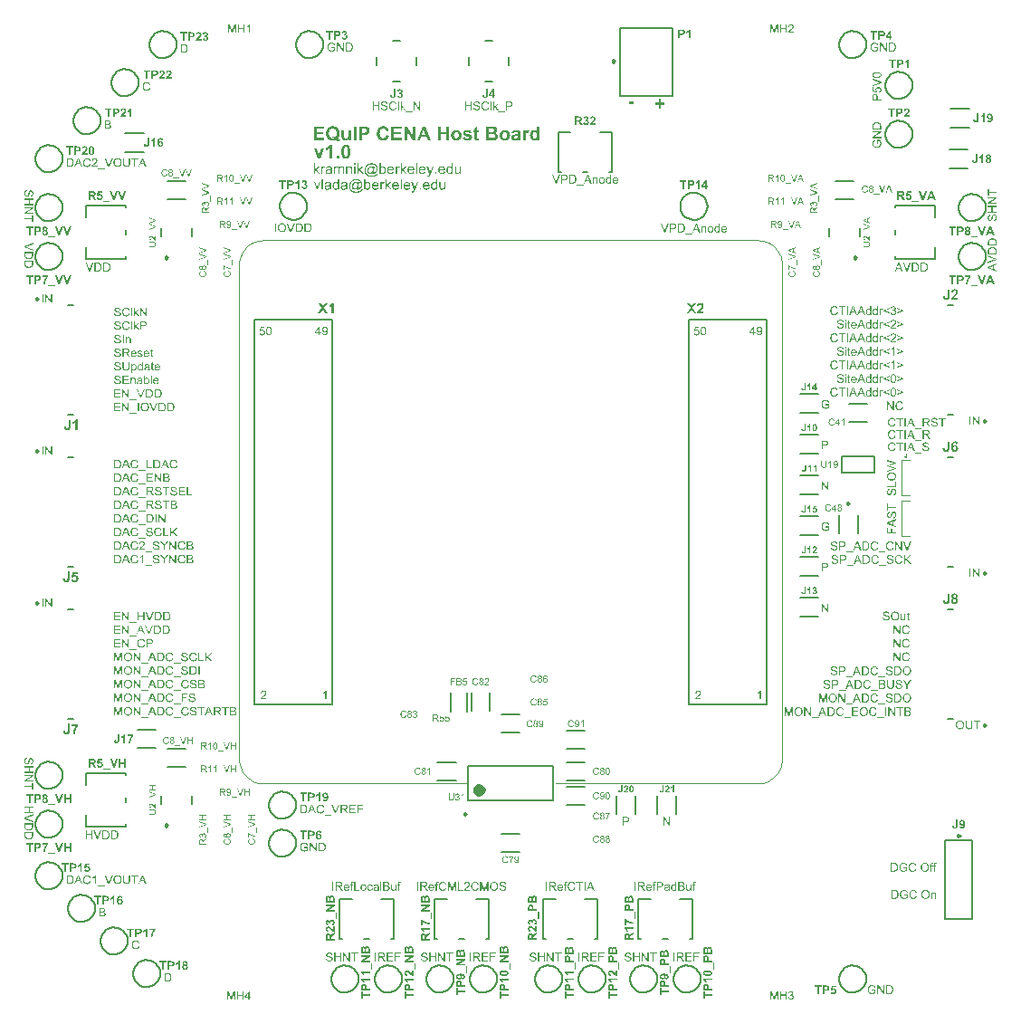
<source format=gto>
G04*
G04 #@! TF.GenerationSoftware,Altium Limited,Altium Designer,21.6.4 (81)*
G04*
G04 Layer_Color=65535*
%FSLAX25Y25*%
%MOIN*%
G70*
G04*
G04 #@! TF.SameCoordinates,FB766961-2115-4812-9BC3-E0D6EEC5A3F0*
G04*
G04*
G04 #@! TF.FilePolarity,Positive*
G04*
G01*
G75*
%ADD10C,0.00984*%
%ADD11C,0.02362*%
%ADD12C,0.00787*%
%ADD13C,0.00400*%
%ADD14C,0.00787*%
G36*
X233234Y421993D02*
X233301D01*
X233381Y421980D01*
X233474Y421973D01*
X233574Y421953D01*
X233687Y421933D01*
X233807Y421900D01*
X233933Y421867D01*
X234060Y421820D01*
X234187Y421767D01*
X234313Y421700D01*
X234440Y421627D01*
X234560Y421540D01*
X234673Y421441D01*
X234680Y421434D01*
X234686Y421427D01*
X234706Y421407D01*
X234733Y421381D01*
X234759Y421347D01*
X234793Y421307D01*
X234826Y421254D01*
X234866Y421201D01*
X234913Y421141D01*
X234952Y421068D01*
X234999Y420994D01*
X235039Y420908D01*
X235086Y420815D01*
X235126Y420721D01*
X235166Y420615D01*
X235199Y420502D01*
X234173Y420255D01*
Y420262D01*
X234167Y420275D01*
X234160Y420295D01*
X234153Y420322D01*
X234127Y420395D01*
X234093Y420481D01*
X234040Y420581D01*
X233974Y420688D01*
X233887Y420788D01*
X233787Y420881D01*
X233774Y420894D01*
X233734Y420921D01*
X233674Y420954D01*
X233594Y421001D01*
X233494Y421041D01*
X233374Y421081D01*
X233234Y421107D01*
X233088Y421114D01*
X233034D01*
X232995Y421107D01*
X232948Y421101D01*
X232888Y421094D01*
X232761Y421061D01*
X232615Y421014D01*
X232542Y420981D01*
X232462Y420941D01*
X232382Y420894D01*
X232309Y420834D01*
X232235Y420775D01*
X232169Y420701D01*
X232162Y420695D01*
X232155Y420681D01*
X232135Y420655D01*
X232115Y420621D01*
X232089Y420581D01*
X232055Y420521D01*
X232022Y420462D01*
X231996Y420382D01*
X231962Y420295D01*
X231929Y420202D01*
X231896Y420089D01*
X231869Y419969D01*
X231849Y419842D01*
X231829Y419696D01*
X231822Y419543D01*
X231816Y419376D01*
Y419363D01*
Y419336D01*
Y419283D01*
X231822Y419216D01*
X231829Y419136D01*
X231836Y419050D01*
X231842Y418943D01*
X231862Y418836D01*
X231902Y418610D01*
X231962Y418384D01*
X232002Y418270D01*
X232049Y418170D01*
X232102Y418077D01*
X232162Y417991D01*
X232169Y417984D01*
X232175Y417971D01*
X232195Y417951D01*
X232222Y417931D01*
X232262Y417897D01*
X232302Y417864D01*
X232348Y417824D01*
X232408Y417791D01*
X232535Y417711D01*
X232688Y417651D01*
X232775Y417624D01*
X232868Y417604D01*
X232968Y417591D01*
X233068Y417584D01*
X233108D01*
X233134Y417591D01*
X233214Y417598D01*
X233314Y417618D01*
X233421Y417651D01*
X233541Y417691D01*
X233661Y417758D01*
X233774Y417844D01*
X233780Y417851D01*
X233787Y417858D01*
X233820Y417897D01*
X233874Y417957D01*
X233940Y418051D01*
X233974Y418104D01*
X234014Y418164D01*
X234047Y418230D01*
X234080Y418310D01*
X234120Y418390D01*
X234147Y418477D01*
X234180Y418577D01*
X234207Y418677D01*
X235212Y418364D01*
Y418357D01*
X235199Y418324D01*
X235186Y418284D01*
X235166Y418224D01*
X235139Y418157D01*
X235112Y418077D01*
X235072Y417984D01*
X235026Y417891D01*
X234919Y417684D01*
X234859Y417578D01*
X234786Y417478D01*
X234713Y417371D01*
X234626Y417278D01*
X234540Y417185D01*
X234440Y417105D01*
X234433Y417098D01*
X234413Y417085D01*
X234386Y417065D01*
X234347Y417045D01*
X234293Y417012D01*
X234227Y416978D01*
X234153Y416938D01*
X234073Y416905D01*
X233980Y416865D01*
X233874Y416825D01*
X233760Y416792D01*
X233641Y416765D01*
X233514Y416739D01*
X233374Y416719D01*
X233234Y416705D01*
X233081Y416699D01*
X233034D01*
X232981Y416705D01*
X232915Y416712D01*
X232828Y416719D01*
X232721Y416739D01*
X232615Y416759D01*
X232488Y416785D01*
X232362Y416825D01*
X232222Y416865D01*
X232082Y416925D01*
X231942Y416992D01*
X231802Y417072D01*
X231663Y417165D01*
X231529Y417271D01*
X231403Y417391D01*
X231396Y417398D01*
X231376Y417425D01*
X231343Y417464D01*
X231303Y417518D01*
X231250Y417591D01*
X231196Y417678D01*
X231136Y417777D01*
X231076Y417891D01*
X231016Y418024D01*
X230957Y418164D01*
X230903Y418324D01*
X230850Y418490D01*
X230810Y418677D01*
X230777Y418870D01*
X230757Y419083D01*
X230750Y419303D01*
Y419309D01*
Y419316D01*
Y419336D01*
Y419356D01*
X230757Y419423D01*
X230763Y419516D01*
X230770Y419622D01*
X230783Y419742D01*
X230803Y419882D01*
X230830Y420029D01*
X230870Y420189D01*
X230910Y420348D01*
X230963Y420515D01*
X231030Y420681D01*
X231103Y420841D01*
X231190Y421001D01*
X231296Y421147D01*
X231409Y421287D01*
X231416Y421294D01*
X231443Y421321D01*
X231476Y421354D01*
X231529Y421401D01*
X231596Y421454D01*
X231676Y421514D01*
X231769Y421580D01*
X231876Y421647D01*
X231989Y421714D01*
X232122Y421773D01*
X232262Y421834D01*
X232415Y421887D01*
X232582Y421933D01*
X232761Y421967D01*
X232948Y421993D01*
X233141Y422000D01*
X233181D01*
X233234Y421993D01*
D02*
G37*
G36*
X290763Y416785D02*
X289851D01*
Y417318D01*
X289838Y417311D01*
X289811Y417271D01*
X289764Y417218D01*
X289698Y417151D01*
X289618Y417072D01*
X289525Y416992D01*
X289425Y416918D01*
X289311Y416852D01*
X289298Y416845D01*
X289258Y416825D01*
X289198Y416805D01*
X289118Y416779D01*
X289025Y416745D01*
X288918Y416725D01*
X288805Y416705D01*
X288685Y416699D01*
X288659D01*
X288626Y416705D01*
X288579D01*
X288526Y416712D01*
X288459Y416725D01*
X288386Y416739D01*
X288312Y416765D01*
X288226Y416792D01*
X288139Y416825D01*
X288046Y416865D01*
X287953Y416918D01*
X287860Y416972D01*
X287773Y417045D01*
X287680Y417118D01*
X287593Y417211D01*
X287586Y417218D01*
X287573Y417238D01*
X287553Y417265D01*
X287520Y417305D01*
X287487Y417358D01*
X287453Y417425D01*
X287407Y417498D01*
X287367Y417584D01*
X287327Y417678D01*
X287287Y417791D01*
X287247Y417904D01*
X287213Y418037D01*
X287180Y418170D01*
X287160Y418324D01*
X287147Y418483D01*
X287140Y418650D01*
Y418663D01*
Y418690D01*
Y418743D01*
X287147Y418803D01*
X287154Y418883D01*
X287167Y418976D01*
X287180Y419076D01*
X287194Y419183D01*
X287247Y419416D01*
X287280Y419536D01*
X287327Y419656D01*
X287373Y419776D01*
X287433Y419889D01*
X287500Y419989D01*
X287580Y420089D01*
X287586Y420095D01*
X287600Y420109D01*
X287627Y420135D01*
X287660Y420168D01*
X287706Y420202D01*
X287760Y420242D01*
X287820Y420288D01*
X287886Y420335D01*
X287966Y420382D01*
X288053Y420428D01*
X288146Y420468D01*
X288246Y420502D01*
X288352Y420535D01*
X288459Y420561D01*
X288579Y420575D01*
X288705Y420581D01*
X288765D01*
X288812Y420575D01*
X288865Y420568D01*
X288925Y420555D01*
X288998Y420535D01*
X289072Y420515D01*
X289152Y420488D01*
X289238Y420455D01*
X289331Y420415D01*
X289425Y420362D01*
X289511Y420302D01*
X289604Y420235D01*
X289698Y420155D01*
X289784Y420062D01*
Y421907D01*
X290763D01*
Y416785D01*
D02*
G37*
G36*
X286414Y420575D02*
X286494Y420561D01*
X286594Y420535D01*
X286707Y420502D01*
X286821Y420455D01*
X286941Y420395D01*
X286634Y419536D01*
X286621Y419543D01*
X286594Y419562D01*
X286547Y419589D01*
X286488Y419622D01*
X286414Y419649D01*
X286334Y419676D01*
X286255Y419696D01*
X286175Y419702D01*
X286141D01*
X286101Y419696D01*
X286048Y419689D01*
X285995Y419676D01*
X285935Y419649D01*
X285875Y419622D01*
X285815Y419582D01*
X285808Y419576D01*
X285795Y419562D01*
X285768Y419529D01*
X285735Y419489D01*
X285702Y419429D01*
X285662Y419363D01*
X285629Y419276D01*
X285595Y419170D01*
Y419156D01*
X285589Y419136D01*
X285582Y419110D01*
X285575Y419070D01*
X285568Y419030D01*
X285562Y418970D01*
X285555Y418903D01*
X285548Y418830D01*
X285542Y418737D01*
X285535Y418637D01*
X285529Y418524D01*
X285522Y418397D01*
Y418257D01*
X285515Y418104D01*
Y417931D01*
Y416785D01*
X284536D01*
Y420495D01*
X285449D01*
Y419969D01*
X285462Y419975D01*
X285469Y419995D01*
X285489Y420022D01*
X285535Y420089D01*
X285589Y420162D01*
X285655Y420248D01*
X285722Y420328D01*
X285795Y420402D01*
X285868Y420455D01*
X285875Y420462D01*
X285901Y420475D01*
X285942Y420495D01*
X285988Y420521D01*
X286055Y420541D01*
X286121Y420561D01*
X286201Y420575D01*
X286288Y420581D01*
X286348D01*
X286414Y420575D01*
D02*
G37*
G36*
X257290Y416785D02*
X256258D01*
Y419023D01*
X254227D01*
Y416785D01*
X253194D01*
Y421907D01*
X254227D01*
Y419889D01*
X256258D01*
Y421907D01*
X257290D01*
Y416785D01*
D02*
G37*
G36*
X264190Y420575D02*
X264250D01*
X264323Y420568D01*
X264403Y420561D01*
X264490Y420548D01*
X264676Y420521D01*
X264863Y420475D01*
X265042Y420415D01*
X265122Y420375D01*
X265196Y420328D01*
X265202D01*
X265209Y420315D01*
X265229Y420302D01*
X265255Y420282D01*
X265322Y420228D01*
X265402Y420149D01*
X265482Y420042D01*
X265568Y419915D01*
X265649Y419769D01*
X265708Y419602D01*
X264783Y419429D01*
Y419436D01*
X264769Y419462D01*
X264756Y419502D01*
X264729Y419549D01*
X264703Y419602D01*
X264663Y419656D01*
X264616Y419709D01*
X264556Y419756D01*
X264550Y419762D01*
X264523Y419776D01*
X264490Y419796D01*
X264436Y419815D01*
X264370Y419836D01*
X264290Y419855D01*
X264190Y419869D01*
X264083Y419875D01*
X264017D01*
X263950Y419869D01*
X263864Y419862D01*
X263777Y419849D01*
X263684Y419829D01*
X263597Y419802D01*
X263524Y419762D01*
X263517D01*
X263511Y419749D01*
X263471Y419709D01*
X263437Y419649D01*
X263424Y419609D01*
X263417Y419562D01*
Y419556D01*
Y419543D01*
X263424Y419522D01*
X263431Y419502D01*
X263457Y419443D01*
X263477Y419409D01*
X263511Y419383D01*
X263517Y419376D01*
X263544Y419363D01*
X263564Y419356D01*
X263597Y419343D01*
X263631Y419329D01*
X263677Y419316D01*
X263730Y419296D01*
X263797Y419276D01*
X263870Y419256D01*
X263957Y419229D01*
X264050Y419203D01*
X264163Y419176D01*
X264290Y419143D01*
X264430Y419110D01*
X264436D01*
X264463Y419103D01*
X264503Y419090D01*
X264556Y419076D01*
X264623Y419063D01*
X264696Y419036D01*
X264776Y419016D01*
X264863Y418990D01*
X265042Y418923D01*
X265222Y418850D01*
X265309Y418810D01*
X265389Y418763D01*
X265462Y418717D01*
X265522Y418670D01*
X265529D01*
X265535Y418657D01*
X265568Y418623D01*
X265622Y418563D01*
X265682Y418483D01*
X265735Y418377D01*
X265788Y418250D01*
X265822Y418104D01*
X265835Y418024D01*
Y417937D01*
Y417931D01*
Y417917D01*
Y417891D01*
X265828Y417851D01*
X265822Y417811D01*
X265815Y417758D01*
X265782Y417638D01*
X265728Y417505D01*
X265695Y417431D01*
X265655Y417358D01*
X265609Y417285D01*
X265549Y417205D01*
X265482Y417138D01*
X265409Y417065D01*
X265402Y417058D01*
X265389Y417052D01*
X265362Y417032D01*
X265329Y417005D01*
X265282Y416978D01*
X265229Y416952D01*
X265162Y416918D01*
X265089Y416885D01*
X265009Y416845D01*
X264916Y416812D01*
X264809Y416785D01*
X264696Y416759D01*
X264569Y416732D01*
X264436Y416712D01*
X264297Y416705D01*
X264143Y416699D01*
X264070D01*
X264017Y416705D01*
X263957D01*
X263884Y416712D01*
X263797Y416725D01*
X263710Y416739D01*
X263517Y416772D01*
X263317Y416825D01*
X263124Y416898D01*
X263031Y416945D01*
X262945Y416998D01*
X262938Y417005D01*
X262925Y417012D01*
X262905Y417032D01*
X262871Y417052D01*
X262838Y417085D01*
X262798Y417125D01*
X262711Y417218D01*
X262612Y417338D01*
X262518Y417478D01*
X262432Y417644D01*
X262398Y417738D01*
X262372Y417831D01*
X263357Y417984D01*
Y417971D01*
X263371Y417937D01*
X263384Y417884D01*
X263411Y417824D01*
X263444Y417751D01*
X263484Y417678D01*
X263537Y417611D01*
X263604Y417551D01*
X263611Y417545D01*
X263637Y417531D01*
X263684Y417505D01*
X263744Y417478D01*
X263824Y417451D01*
X263910Y417425D01*
X264023Y417411D01*
X264143Y417405D01*
X264203D01*
X264277Y417411D01*
X264356Y417425D01*
X264450Y417438D01*
X264543Y417464D01*
X264636Y417498D01*
X264716Y417545D01*
X264723Y417551D01*
X264736Y417564D01*
X264756Y417584D01*
X264783Y417611D01*
X264809Y417651D01*
X264829Y417691D01*
X264843Y417744D01*
X264849Y417804D01*
Y417811D01*
Y417824D01*
X264843Y417844D01*
Y417871D01*
X264816Y417931D01*
X264803Y417964D01*
X264776Y417991D01*
X264769D01*
X264763Y418004D01*
X264743Y418017D01*
X264709Y418031D01*
X264663Y418051D01*
X264610Y418071D01*
X264536Y418097D01*
X264450Y418117D01*
X264436D01*
X264396Y418130D01*
X264336Y418144D01*
X264257Y418164D01*
X264163Y418184D01*
X264057Y418211D01*
X263937Y418244D01*
X263817Y418277D01*
X263557Y418350D01*
X263431Y418390D01*
X263311Y418430D01*
X263198Y418477D01*
X263098Y418517D01*
X263011Y418557D01*
X262945Y418597D01*
X262938Y418603D01*
X262925Y418610D01*
X262905Y418630D01*
X262878Y418650D01*
X262845Y418683D01*
X262805Y418723D01*
X262725Y418817D01*
X262645Y418936D01*
X262572Y419083D01*
X262545Y419163D01*
X262525Y419249D01*
X262512Y419336D01*
X262505Y419436D01*
Y419443D01*
Y419456D01*
Y419483D01*
X262512Y419516D01*
X262518Y419556D01*
X262525Y419609D01*
X262552Y419722D01*
X262598Y419849D01*
X262632Y419915D01*
X262665Y419982D01*
X262711Y420055D01*
X262758Y420122D01*
X262818Y420189D01*
X262885Y420248D01*
X262891Y420255D01*
X262905Y420262D01*
X262925Y420282D01*
X262958Y420302D01*
X262998Y420328D01*
X263044Y420355D01*
X263104Y420382D01*
X263178Y420415D01*
X263251Y420448D01*
X263337Y420475D01*
X263437Y420502D01*
X263544Y420528D01*
X263657Y420548D01*
X263784Y420568D01*
X263917Y420575D01*
X264063Y420581D01*
X264137D01*
X264190Y420575D01*
D02*
G37*
G36*
X244942Y416785D02*
X243904D01*
X241832Y420135D01*
Y416785D01*
X240873D01*
Y421907D01*
X241872D01*
X243984Y418477D01*
Y421907D01*
X244942D01*
Y416785D01*
D02*
G37*
G36*
X221166Y416785D02*
X220254D01*
Y417338D01*
X220247Y417325D01*
X220214Y417291D01*
X220174Y417231D01*
X220107Y417165D01*
X220034Y417092D01*
X219941Y417012D01*
X219841Y416938D01*
X219721Y416865D01*
X219714D01*
X219708Y416858D01*
X219688Y416852D01*
X219668Y416839D01*
X219601Y416812D01*
X219515Y416785D01*
X219408Y416752D01*
X219288Y416725D01*
X219162Y416705D01*
X219028Y416699D01*
X218969D01*
X218895Y416705D01*
X218802Y416719D01*
X218702Y416739D01*
X218589Y416765D01*
X218469Y416805D01*
X218356Y416858D01*
X218342Y416865D01*
X218309Y416892D01*
X218256Y416925D01*
X218196Y416978D01*
X218123Y417045D01*
X218049Y417125D01*
X217989Y417211D01*
X217930Y417318D01*
Y417325D01*
X217923Y417331D01*
X217916Y417351D01*
X217910Y417371D01*
X217890Y417438D01*
X217870Y417531D01*
X217843Y417651D01*
X217823Y417791D01*
X217810Y417957D01*
X217803Y418144D01*
Y420495D01*
X218782D01*
Y418790D01*
Y418783D01*
Y418757D01*
Y418717D01*
Y418663D01*
Y418603D01*
Y418530D01*
X218789Y418377D01*
X218795Y418211D01*
X218802Y418051D01*
X218809Y417977D01*
X218815Y417917D01*
X218829Y417864D01*
X218835Y417824D01*
Y417817D01*
X218849Y417798D01*
X218862Y417764D01*
X218882Y417724D01*
X218909Y417684D01*
X218942Y417638D01*
X218982Y417591D01*
X219028Y417551D01*
X219035Y417544D01*
X219055Y417538D01*
X219088Y417518D01*
X219128Y417505D01*
X219182Y417485D01*
X219242Y417464D01*
X219315Y417458D01*
X219388Y417451D01*
X219428D01*
X219481Y417458D01*
X219541Y417471D01*
X219608Y417485D01*
X219688Y417505D01*
X219761Y417538D01*
X219841Y417584D01*
X219848Y417591D01*
X219874Y417611D01*
X219908Y417638D01*
X219948Y417678D01*
X219994Y417731D01*
X220041Y417784D01*
X220081Y417851D01*
X220114Y417924D01*
X220121Y417937D01*
Y417951D01*
X220127Y417971D01*
X220134Y417997D01*
X220141Y418031D01*
X220147Y418077D01*
X220154Y418130D01*
X220161Y418190D01*
X220167Y418264D01*
Y418344D01*
X220174Y418437D01*
X220181Y418543D01*
X220187Y418657D01*
Y418790D01*
Y418930D01*
Y420495D01*
X221166D01*
Y416785D01*
D02*
G37*
G36*
X282205Y420575D02*
X282272D01*
X282338Y420568D01*
X282418Y420561D01*
X282572Y420541D01*
X282738Y420515D01*
X282891Y420475D01*
X282958Y420448D01*
X283024Y420422D01*
X283031D01*
X283038Y420415D01*
X283078Y420395D01*
X283131Y420362D01*
X283204Y420315D01*
X283278Y420262D01*
X283351Y420189D01*
X283417Y420115D01*
X283477Y420029D01*
X283484Y420015D01*
X283497Y419982D01*
X283511Y419955D01*
X283517Y419922D01*
X283531Y419875D01*
X283544Y419829D01*
X283557Y419776D01*
X283571Y419709D01*
X283577Y419636D01*
X283591Y419556D01*
X283597Y419469D01*
X283604Y419369D01*
X283611Y419263D01*
Y419149D01*
X283597Y418004D01*
Y417997D01*
Y417984D01*
Y417957D01*
Y417924D01*
Y417884D01*
Y417837D01*
X283604Y417731D01*
X283611Y417611D01*
X283617Y417491D01*
X283630Y417378D01*
X283644Y417278D01*
Y417265D01*
X283650Y417238D01*
X283664Y417192D01*
X283684Y417132D01*
X283710Y417058D01*
X283737Y416972D01*
X283777Y416879D01*
X283824Y416785D01*
X282851D01*
Y416792D01*
X282845Y416805D01*
X282838Y416825D01*
X282825Y416858D01*
X282811Y416898D01*
X282791Y416945D01*
X282771Y417005D01*
X282751Y417072D01*
Y417078D01*
Y417085D01*
X282738Y417118D01*
X282731Y417158D01*
X282718Y417185D01*
X282705Y417171D01*
X282671Y417145D01*
X282625Y417098D01*
X282558Y417045D01*
X282478Y416985D01*
X282385Y416925D01*
X282285Y416872D01*
X282179Y416819D01*
X282165Y416812D01*
X282132Y416798D01*
X282072Y416779D01*
X281999Y416759D01*
X281906Y416739D01*
X281806Y416719D01*
X281692Y416705D01*
X281573Y416699D01*
X281519D01*
X281479Y416705D01*
X281433D01*
X281373Y416712D01*
X281246Y416739D01*
X281100Y416772D01*
X280946Y416825D01*
X280800Y416905D01*
X280733Y416952D01*
X280667Y417005D01*
X280660Y417012D01*
X280653Y417018D01*
X280640Y417038D01*
X280613Y417058D01*
X280567Y417132D01*
X280507Y417218D01*
X280447Y417331D01*
X280394Y417471D01*
X280354Y417624D01*
X280347Y417704D01*
X280340Y417791D01*
Y417798D01*
Y417804D01*
Y417844D01*
X280347Y417904D01*
X280360Y417977D01*
X280374Y418064D01*
X280400Y418157D01*
X280440Y418257D01*
X280487Y418350D01*
X280494Y418364D01*
X280514Y418390D01*
X280547Y418437D01*
X280600Y418490D01*
X280660Y418550D01*
X280727Y418610D01*
X280813Y418670D01*
X280907Y418723D01*
X280920Y418730D01*
X280960Y418743D01*
X281020Y418770D01*
X281106Y418803D01*
X281220Y418836D01*
X281353Y418877D01*
X281506Y418916D01*
X281686Y418950D01*
X281692D01*
X281719Y418956D01*
X281752Y418963D01*
X281799Y418970D01*
X281852Y418983D01*
X281919Y418996D01*
X282065Y419030D01*
X282225Y419070D01*
X282385Y419110D01*
X282458Y419130D01*
X282525Y419156D01*
X282592Y419176D01*
X282645Y419196D01*
Y419289D01*
Y419296D01*
Y419303D01*
Y419336D01*
X282638Y419389D01*
X282625Y419449D01*
X282611Y419522D01*
X282585Y419589D01*
X282545Y419649D01*
X282498Y419702D01*
X282492Y419709D01*
X282472Y419722D01*
X282432Y419742D01*
X282378Y419769D01*
X282312Y419789D01*
X282219Y419809D01*
X282105Y419822D01*
X281972Y419829D01*
X281926D01*
X281879Y419822D01*
X281819Y419815D01*
X281752Y419802D01*
X281686Y419782D01*
X281619Y419756D01*
X281559Y419722D01*
X281553Y419716D01*
X281533Y419702D01*
X281506Y419676D01*
X281473Y419636D01*
X281439Y419589D01*
X281399Y419522D01*
X281359Y419449D01*
X281326Y419356D01*
X280440Y419516D01*
Y419522D01*
X280447Y419543D01*
X280454Y419569D01*
X280467Y419602D01*
X280487Y419649D01*
X280507Y419702D01*
X280560Y419815D01*
X280627Y419949D01*
X280720Y420082D01*
X280827Y420209D01*
X280953Y420315D01*
X280960D01*
X280973Y420328D01*
X280993Y420342D01*
X281020Y420355D01*
X281060Y420375D01*
X281106Y420402D01*
X281166Y420422D01*
X281226Y420448D01*
X281299Y420475D01*
X281379Y420495D01*
X281473Y420521D01*
X281566Y420541D01*
X281672Y420555D01*
X281792Y420568D01*
X281912Y420581D01*
X282152D01*
X282205Y420575D01*
D02*
G37*
G36*
X273461Y421900D02*
X273607Y421893D01*
X273760Y421887D01*
X273900Y421874D01*
X273967Y421860D01*
X274027Y421853D01*
X274040D01*
X274080Y421840D01*
X274133Y421827D01*
X274207Y421807D01*
X274287Y421780D01*
X274380Y421740D01*
X274473Y421694D01*
X274559Y421640D01*
X274573Y421634D01*
X274600Y421614D01*
X274640Y421574D01*
X274699Y421527D01*
X274759Y421467D01*
X274826Y421394D01*
X274892Y421307D01*
X274953Y421214D01*
X274959Y421201D01*
X274979Y421168D01*
X275006Y421114D01*
X275032Y421041D01*
X275059Y420948D01*
X275086Y420848D01*
X275106Y420735D01*
X275112Y420615D01*
Y420608D01*
Y420601D01*
Y420581D01*
Y420555D01*
X275106Y420488D01*
X275086Y420395D01*
X275066Y420295D01*
X275032Y420182D01*
X274986Y420069D01*
X274919Y419955D01*
X274913Y419942D01*
X274886Y419909D01*
X274839Y419855D01*
X274779Y419789D01*
X274706Y419716D01*
X274613Y419636D01*
X274513Y419569D01*
X274393Y419502D01*
X274400D01*
X274413Y419496D01*
X274440Y419489D01*
X274473Y419476D01*
X274506Y419462D01*
X274553Y419443D01*
X274659Y419389D01*
X274773Y419329D01*
X274892Y419249D01*
X275006Y419149D01*
X275112Y419036D01*
Y419030D01*
X275126Y419023D01*
X275139Y419003D01*
X275152Y418976D01*
X275192Y418910D01*
X275239Y418817D01*
X275286Y418703D01*
X275325Y418570D01*
X275352Y418424D01*
X275365Y418264D01*
Y418257D01*
Y418250D01*
Y418230D01*
Y418204D01*
X275359Y418137D01*
X275345Y418051D01*
X275325Y417944D01*
X275292Y417831D01*
X275252Y417711D01*
X275199Y417584D01*
Y417578D01*
X275192Y417571D01*
X275172Y417531D01*
X275132Y417471D01*
X275086Y417398D01*
X275019Y417311D01*
X274946Y417225D01*
X274853Y417138D01*
X274753Y417058D01*
X274739Y417052D01*
X274706Y417025D01*
X274640Y416992D01*
X274559Y416958D01*
X274460Y416912D01*
X274340Y416879D01*
X274207Y416845D01*
X274060Y416819D01*
X274033D01*
X274007Y416812D01*
X273927D01*
X273874Y416805D01*
X273807D01*
X273734Y416798D01*
X273541D01*
X273427Y416792D01*
X273154D01*
X272994Y416785D01*
X271076D01*
Y421907D01*
X273327D01*
X273461Y421900D01*
D02*
G37*
G36*
X250657Y416785D02*
X249531D01*
X249078Y417951D01*
X247034D01*
X246607Y416785D01*
X245515D01*
X247507Y421907D01*
X248612D01*
X250657Y416785D01*
D02*
G37*
G36*
X239894Y421041D02*
X237137D01*
Y419909D01*
X239701D01*
Y419043D01*
X237137D01*
Y417651D01*
X239994D01*
Y416785D01*
X236105D01*
Y421907D01*
X239894D01*
Y421041D01*
D02*
G37*
G36*
X226148Y421900D02*
X226341D01*
X226554Y421887D01*
X226754Y421873D01*
X226847Y421867D01*
X226934Y421853D01*
X227007Y421840D01*
X227067Y421827D01*
X227074D01*
X227087Y421820D01*
X227107Y421813D01*
X227140Y421800D01*
X227174Y421787D01*
X227220Y421773D01*
X227320Y421720D01*
X227433Y421654D01*
X227560Y421567D01*
X227680Y421460D01*
X227800Y421327D01*
X227806Y421321D01*
X227813Y421307D01*
X227826Y421287D01*
X227846Y421261D01*
X227866Y421221D01*
X227893Y421174D01*
X227920Y421121D01*
X227953Y421061D01*
X227979Y420988D01*
X228006Y420914D01*
X228033Y420834D01*
X228053Y420741D01*
X228086Y420548D01*
X228099Y420442D01*
Y420328D01*
Y420322D01*
Y420308D01*
Y420282D01*
Y420248D01*
X228093Y420208D01*
Y420162D01*
X228079Y420055D01*
X228059Y419929D01*
X228026Y419796D01*
X227986Y419662D01*
X227926Y419536D01*
Y419529D01*
X227920Y419522D01*
X227893Y419483D01*
X227860Y419423D01*
X227806Y419356D01*
X227740Y419269D01*
X227666Y419190D01*
X227580Y419103D01*
X227487Y419030D01*
X227473Y419023D01*
X227440Y419003D01*
X227393Y418970D01*
X227320Y418930D01*
X227240Y418890D01*
X227154Y418850D01*
X227054Y418817D01*
X226954Y418790D01*
X226934D01*
X226914Y418783D01*
X226887Y418777D01*
X226847Y418770D01*
X226801D01*
X226747Y418763D01*
X226681Y418757D01*
X226614Y418750D01*
X226534Y418743D01*
X226448Y418737D01*
X226348Y418730D01*
X226248Y418723D01*
X226135D01*
X226015Y418717D01*
X225216D01*
Y416785D01*
X224183D01*
Y421907D01*
X226061D01*
X226148Y421900D01*
D02*
G37*
G36*
X223191Y416785D02*
X222159D01*
Y421907D01*
X223191D01*
Y416785D01*
D02*
G37*
G36*
X211290Y421041D02*
X208532D01*
Y419909D01*
X211096D01*
Y419043D01*
X208532D01*
Y417651D01*
X211389D01*
Y416785D01*
X207500D01*
Y421907D01*
X211290D01*
Y421041D01*
D02*
G37*
G36*
X277989Y420575D02*
X278049D01*
X278123Y420561D01*
X278203Y420555D01*
X278296Y420535D01*
X278402Y420515D01*
X278509Y420481D01*
X278622Y420448D01*
X278735Y420402D01*
X278849Y420348D01*
X278969Y420288D01*
X279082Y420209D01*
X279188Y420128D01*
X279295Y420029D01*
X279302Y420022D01*
X279321Y420002D01*
X279348Y419975D01*
X279381Y419929D01*
X279421Y419875D01*
X279468Y419809D01*
X279515Y419736D01*
X279568Y419649D01*
X279614Y419556D01*
X279661Y419449D01*
X279708Y419336D01*
X279748Y419216D01*
X279788Y419090D01*
X279814Y418950D01*
X279828Y418803D01*
X279834Y418650D01*
Y418643D01*
Y418610D01*
X279828Y418570D01*
Y418510D01*
X279821Y418437D01*
X279808Y418350D01*
X279788Y418257D01*
X279768Y418157D01*
X279734Y418051D01*
X279701Y417937D01*
X279654Y417824D01*
X279601Y417704D01*
X279541Y417584D01*
X279468Y417471D01*
X279381Y417358D01*
X279288Y417251D01*
X279281Y417245D01*
X279261Y417225D01*
X279235Y417198D01*
X279188Y417165D01*
X279135Y417125D01*
X279075Y417078D01*
X278995Y417025D01*
X278915Y416978D01*
X278815Y416925D01*
X278715Y416872D01*
X278602Y416825D01*
X278482Y416785D01*
X278356Y416752D01*
X278216Y416725D01*
X278076Y416705D01*
X277923Y416699D01*
X277870D01*
X277836Y416705D01*
X277790D01*
X277736Y416712D01*
X277676Y416719D01*
X277610Y416725D01*
X277457Y416752D01*
X277297Y416792D01*
X277117Y416852D01*
X276944Y416925D01*
X276937D01*
X276924Y416938D01*
X276897Y416952D01*
X276871Y416972D01*
X276831Y416992D01*
X276784Y417025D01*
X276684Y417098D01*
X276571Y417192D01*
X276458Y417311D01*
X276344Y417445D01*
X276244Y417604D01*
Y417611D01*
X276231Y417624D01*
X276224Y417651D01*
X276205Y417684D01*
X276191Y417731D01*
X276171Y417778D01*
X276145Y417837D01*
X276125Y417911D01*
X276105Y417984D01*
X276078Y418064D01*
X276058Y418157D01*
X276045Y418250D01*
X276018Y418457D01*
X276005Y418690D01*
Y418697D01*
Y418710D01*
Y418737D01*
X276011Y418777D01*
Y418817D01*
X276018Y418870D01*
X276025Y418930D01*
X276038Y418990D01*
X276065Y419136D01*
X276105Y419296D01*
X276165Y419462D01*
X276244Y419636D01*
Y419642D01*
X276258Y419656D01*
X276271Y419682D01*
X276291Y419709D01*
X276311Y419749D01*
X276344Y419796D01*
X276418Y419895D01*
X276518Y420009D01*
X276631Y420122D01*
X276771Y420235D01*
X276924Y420335D01*
X276930D01*
X276944Y420348D01*
X276971Y420355D01*
X277004Y420375D01*
X277044Y420395D01*
X277097Y420415D01*
X277150Y420435D01*
X277217Y420462D01*
X277363Y420502D01*
X277530Y420541D01*
X277710Y420568D01*
X277909Y420581D01*
X277950D01*
X277989Y420575D01*
D02*
G37*
G36*
X267720Y420495D02*
X268392D01*
Y419716D01*
X267720D01*
Y418211D01*
Y418204D01*
Y418190D01*
Y418170D01*
Y418137D01*
Y418064D01*
Y417977D01*
X267726Y417884D01*
Y417798D01*
Y417724D01*
X267733Y417698D01*
Y417678D01*
X267740Y417664D01*
X267753Y417638D01*
X267780Y417598D01*
X267820Y417558D01*
X267826D01*
X267833Y417551D01*
X267866Y417538D01*
X267926Y417518D01*
X267993Y417511D01*
X268019D01*
X268046Y417518D01*
X268093Y417524D01*
X268146Y417531D01*
X268213Y417551D01*
X268292Y417571D01*
X268386Y417604D01*
X268472Y416839D01*
X268466D01*
X268459Y416832D01*
X268439Y416825D01*
X268412Y416819D01*
X268339Y416792D01*
X268246Y416772D01*
X268133Y416745D01*
X267999Y416719D01*
X267853Y416705D01*
X267693Y416699D01*
X267647D01*
X267600Y416705D01*
X267540Y416712D01*
X267467Y416719D01*
X267387Y416739D01*
X267300Y416759D01*
X267220Y416785D01*
X267214Y416792D01*
X267187Y416798D01*
X267147Y416819D01*
X267100Y416845D01*
X267000Y416918D01*
X266947Y416965D01*
X266907Y417012D01*
X266900Y417018D01*
X266894Y417038D01*
X266874Y417072D01*
X266854Y417118D01*
X266827Y417171D01*
X266807Y417238D01*
X266787Y417311D01*
X266767Y417398D01*
Y417405D01*
X266761Y417431D01*
Y417478D01*
X266754Y417551D01*
X266747Y417644D01*
Y417698D01*
Y417764D01*
X266741Y417831D01*
Y417911D01*
Y417997D01*
Y418091D01*
Y419716D01*
X266288D01*
Y420495D01*
X266741D01*
Y421234D01*
X267720Y421813D01*
Y420495D01*
D02*
G37*
G36*
X260107Y420575D02*
X260167D01*
X260241Y420561D01*
X260320Y420555D01*
X260414Y420535D01*
X260520Y420515D01*
X260627Y420481D01*
X260740Y420448D01*
X260853Y420402D01*
X260966Y420348D01*
X261086Y420288D01*
X261200Y420209D01*
X261306Y420128D01*
X261413Y420029D01*
X261419Y420022D01*
X261439Y420002D01*
X261466Y419975D01*
X261499Y419929D01*
X261539Y419875D01*
X261586Y419809D01*
X261632Y419736D01*
X261686Y419649D01*
X261732Y419556D01*
X261779Y419449D01*
X261826Y419336D01*
X261866Y419216D01*
X261906Y419090D01*
X261932Y418950D01*
X261946Y418803D01*
X261952Y418650D01*
Y418643D01*
Y418610D01*
X261946Y418570D01*
Y418510D01*
X261939Y418437D01*
X261926Y418350D01*
X261906Y418257D01*
X261886Y418157D01*
X261852Y418051D01*
X261819Y417937D01*
X261772Y417824D01*
X261719Y417704D01*
X261659Y417584D01*
X261586Y417471D01*
X261499Y417358D01*
X261406Y417251D01*
X261399Y417245D01*
X261379Y417225D01*
X261353Y417198D01*
X261306Y417165D01*
X261253Y417125D01*
X261193Y417078D01*
X261113Y417025D01*
X261033Y416978D01*
X260933Y416925D01*
X260833Y416872D01*
X260720Y416825D01*
X260600Y416785D01*
X260474Y416752D01*
X260334Y416725D01*
X260194Y416705D01*
X260041Y416699D01*
X259987D01*
X259954Y416705D01*
X259908D01*
X259854Y416712D01*
X259794Y416719D01*
X259728Y416725D01*
X259575Y416752D01*
X259415Y416792D01*
X259235Y416852D01*
X259062Y416925D01*
X259055D01*
X259042Y416938D01*
X259015Y416952D01*
X258988Y416972D01*
X258948Y416992D01*
X258902Y417025D01*
X258802Y417098D01*
X258689Y417192D01*
X258576Y417311D01*
X258462Y417445D01*
X258362Y417604D01*
Y417611D01*
X258349Y417624D01*
X258342Y417651D01*
X258323Y417684D01*
X258309Y417731D01*
X258289Y417778D01*
X258262Y417837D01*
X258243Y417911D01*
X258223Y417984D01*
X258196Y418064D01*
X258176Y418157D01*
X258163Y418250D01*
X258136Y418457D01*
X258123Y418690D01*
Y418697D01*
Y418710D01*
Y418737D01*
X258129Y418777D01*
Y418817D01*
X258136Y418870D01*
X258143Y418930D01*
X258156Y418990D01*
X258183Y419136D01*
X258223Y419296D01*
X258282Y419462D01*
X258362Y419636D01*
Y419642D01*
X258376Y419656D01*
X258389Y419682D01*
X258409Y419709D01*
X258429Y419749D01*
X258462Y419796D01*
X258536Y419895D01*
X258635Y420009D01*
X258749Y420122D01*
X258889Y420235D01*
X259042Y420335D01*
X259048D01*
X259062Y420348D01*
X259088Y420355D01*
X259122Y420375D01*
X259162Y420395D01*
X259215Y420415D01*
X259268Y420435D01*
X259335Y420462D01*
X259481Y420502D01*
X259648Y420541D01*
X259828Y420568D01*
X260027Y420581D01*
X260067D01*
X260107Y420575D01*
D02*
G37*
G36*
X214646Y421993D02*
X214726Y421987D01*
X214826Y421980D01*
X214933Y421960D01*
X215059Y421940D01*
X215192Y421913D01*
X215332Y421873D01*
X215479Y421827D01*
X215632Y421773D01*
X215785Y421707D01*
X215932Y421627D01*
X216078Y421534D01*
X216218Y421427D01*
X216344Y421301D01*
X216351Y421294D01*
X216371Y421267D01*
X216404Y421227D01*
X216451Y421174D01*
X216498Y421101D01*
X216558Y421014D01*
X216617Y420914D01*
X216677Y420794D01*
X216737Y420661D01*
X216797Y420515D01*
X216857Y420355D01*
X216904Y420182D01*
X216950Y419995D01*
X216984Y419796D01*
X217004Y419576D01*
X217010Y419349D01*
Y419343D01*
Y419323D01*
Y419283D01*
Y419236D01*
X217004Y419183D01*
Y419110D01*
X216997Y419036D01*
X216990Y418956D01*
X216964Y418770D01*
X216931Y418577D01*
X216884Y418370D01*
X216824Y418177D01*
Y418170D01*
X216817Y418157D01*
X216811Y418137D01*
X216797Y418111D01*
X216764Y418037D01*
X216717Y417944D01*
X216651Y417831D01*
X216571Y417704D01*
X216478Y417571D01*
X216371Y417438D01*
X216378D01*
X216391Y417425D01*
X216411Y417411D01*
X216438Y417391D01*
X216478Y417371D01*
X216518Y417345D01*
X216617Y417285D01*
X216744Y417211D01*
X216884Y417138D01*
X217037Y417072D01*
X217204Y417005D01*
X216817Y416266D01*
X216804Y416272D01*
X216777Y416279D01*
X216731Y416292D01*
X216671Y416319D01*
X216604Y416346D01*
X216531Y416379D01*
X216365Y416459D01*
X216344Y416472D01*
X216318Y416492D01*
X216291Y416505D01*
X216265Y416526D01*
X216225Y416552D01*
X216178Y416579D01*
X216118Y416619D01*
X216058Y416659D01*
X215978Y416712D01*
X215892Y416772D01*
X215792Y416839D01*
X215679Y416912D01*
X215672D01*
X215658Y416905D01*
X215625Y416892D01*
X215592Y416878D01*
X215545Y416858D01*
X215485Y416845D01*
X215419Y416825D01*
X215352Y416805D01*
X215272Y416779D01*
X215186Y416759D01*
X214999Y416725D01*
X214786Y416699D01*
X214566Y416692D01*
X214513D01*
X214453Y416699D01*
X214373Y416705D01*
X214273Y416712D01*
X214160Y416732D01*
X214034Y416752D01*
X213894Y416779D01*
X213747Y416819D01*
X213601Y416858D01*
X213447Y416918D01*
X213294Y416985D01*
X213141Y417065D01*
X212995Y417158D01*
X212855Y417265D01*
X212721Y417385D01*
X212715Y417391D01*
X212695Y417418D01*
X212662Y417458D01*
X212615Y417511D01*
X212568Y417584D01*
X212508Y417671D01*
X212448Y417777D01*
X212388Y417891D01*
X212329Y418024D01*
X212269Y418170D01*
X212209Y418330D01*
X212162Y418504D01*
X212115Y418697D01*
X212082Y418896D01*
X212062Y419116D01*
X212055Y419343D01*
Y419349D01*
Y419356D01*
Y419376D01*
Y419396D01*
X212062Y419462D01*
X212069Y419549D01*
X212075Y419656D01*
X212089Y419776D01*
X212109Y419915D01*
X212142Y420062D01*
X212175Y420215D01*
X212215Y420375D01*
X212275Y420535D01*
X212335Y420701D01*
X212415Y420861D01*
X212502Y421014D01*
X212602Y421161D01*
X212721Y421301D01*
X212728Y421307D01*
X212755Y421334D01*
X212788Y421367D01*
X212848Y421407D01*
X212915Y421460D01*
X212995Y421521D01*
X213094Y421587D01*
X213201Y421654D01*
X213328Y421714D01*
X213461Y421780D01*
X213607Y421840D01*
X213774Y421893D01*
X213947Y421933D01*
X214133Y421973D01*
X214333Y421993D01*
X214540Y422000D01*
X214593D01*
X214646Y421993D01*
D02*
G37*
G36*
X209878Y410093D02*
X208992D01*
X207500Y413803D01*
X208532D01*
X209232Y411905D01*
X209431Y411272D01*
X209438Y411285D01*
X209445Y411312D01*
X209458Y411352D01*
X209471Y411405D01*
X209505Y411505D01*
X209525Y411558D01*
X209531Y411592D01*
Y411598D01*
X209538Y411618D01*
X209551Y411652D01*
X209565Y411692D01*
X209578Y411738D01*
X209598Y411792D01*
X209638Y411905D01*
X210337Y413803D01*
X211350D01*
X209878Y410093D01*
D02*
G37*
G36*
X216904D02*
X215925D01*
Y411072D01*
X216904D01*
Y410093D01*
D02*
G37*
G36*
X214247D02*
X213268D01*
Y413790D01*
X213261Y413783D01*
X213241Y413770D01*
X213214Y413743D01*
X213174Y413710D01*
X213121Y413670D01*
X213061Y413616D01*
X212988Y413570D01*
X212908Y413510D01*
X212821Y413450D01*
X212721Y413390D01*
X212615Y413330D01*
X212508Y413270D01*
X212262Y413150D01*
X212002Y413050D01*
Y413943D01*
X212009D01*
X212022Y413949D01*
X212042Y413956D01*
X212069Y413969D01*
X212102Y413983D01*
X212149Y414003D01*
X212249Y414049D01*
X212368Y414109D01*
X212508Y414196D01*
X212662Y414296D01*
X212828Y414416D01*
X212835Y414422D01*
X212848Y414429D01*
X212868Y414449D01*
X212901Y414475D01*
X212941Y414509D01*
X212981Y414555D01*
X213074Y414649D01*
X213181Y414775D01*
X213281Y414915D01*
X213374Y415068D01*
X213414Y415155D01*
X213447Y415241D01*
X214247D01*
Y410093D01*
D02*
G37*
G36*
X219481Y415235D02*
X219541Y415228D01*
X219615Y415215D01*
X219694Y415195D01*
X219781Y415175D01*
X219874Y415148D01*
X219968Y415115D01*
X220067Y415068D01*
X220161Y415015D01*
X220254Y414955D01*
X220347Y414882D01*
X220440Y414802D01*
X220520Y414709D01*
X220527Y414702D01*
X220540Y414682D01*
X220567Y414642D01*
X220600Y414589D01*
X220634Y414515D01*
X220680Y414429D01*
X220727Y414329D01*
X220773Y414209D01*
X220820Y414076D01*
X220860Y413923D01*
X220907Y413750D01*
X220940Y413556D01*
X220973Y413350D01*
X221000Y413124D01*
X221013Y412884D01*
X221020Y412617D01*
Y412611D01*
Y412604D01*
Y412584D01*
Y412551D01*
Y412517D01*
Y412477D01*
X221013Y412378D01*
X221006Y412258D01*
X220993Y412124D01*
X220980Y411971D01*
X220960Y411811D01*
X220933Y411638D01*
X220893Y411465D01*
X220853Y411292D01*
X220807Y411119D01*
X220747Y410952D01*
X220680Y410792D01*
X220600Y410646D01*
X220514Y410520D01*
X220507Y410513D01*
X220494Y410499D01*
X220474Y410473D01*
X220440Y410440D01*
X220394Y410400D01*
X220347Y410353D01*
X220281Y410306D01*
X220214Y410260D01*
X220134Y410213D01*
X220047Y410167D01*
X219954Y410120D01*
X219848Y410080D01*
X219741Y410047D01*
X219621Y410020D01*
X219488Y410007D01*
X219355Y410000D01*
X219321D01*
X219282Y410007D01*
X219228D01*
X219168Y410020D01*
X219095Y410033D01*
X219015Y410047D01*
X218922Y410073D01*
X218829Y410100D01*
X218735Y410140D01*
X218636Y410186D01*
X218529Y410240D01*
X218429Y410306D01*
X218336Y410386D01*
X218236Y410473D01*
X218149Y410573D01*
X218143Y410579D01*
X218129Y410599D01*
X218109Y410633D01*
X218076Y410686D01*
X218043Y410753D01*
X218009Y410833D01*
X217963Y410932D01*
X217923Y411046D01*
X217883Y411179D01*
X217843Y411325D01*
X217803Y411492D01*
X217770Y411678D01*
X217736Y411885D01*
X217716Y412111D01*
X217703Y412358D01*
X217696Y412624D01*
Y412631D01*
Y412644D01*
Y412657D01*
Y412691D01*
Y412724D01*
X217703Y412764D01*
Y412864D01*
X217710Y412984D01*
X217723Y413117D01*
X217736Y413270D01*
X217756Y413430D01*
X217783Y413596D01*
X217816Y413770D01*
X217856Y413949D01*
X217910Y414116D01*
X217963Y414282D01*
X218029Y414442D01*
X218109Y414589D01*
X218196Y414715D01*
X218203Y414722D01*
X218216Y414735D01*
X218236Y414762D01*
X218269Y414795D01*
X218316Y414835D01*
X218369Y414882D01*
X218429Y414928D01*
X218496Y414982D01*
X218576Y415028D01*
X218662Y415075D01*
X218755Y415122D01*
X218862Y415162D01*
X218969Y415195D01*
X219088Y415221D01*
X219222Y415235D01*
X219355Y415241D01*
X219428D01*
X219481Y415235D01*
D02*
G37*
G36*
X420589Y310135D02*
X420631Y310131D01*
X420681Y310127D01*
X420735Y310118D01*
X420793Y310110D01*
X420918Y310081D01*
X420984Y310060D01*
X421055Y310035D01*
X421122Y310006D01*
X421188Y309977D01*
X421255Y309935D01*
X421317Y309894D01*
X421321Y309890D01*
X421330Y309881D01*
X421350Y309869D01*
X421371Y309848D01*
X421396Y309823D01*
X421429Y309794D01*
X421463Y309756D01*
X421500Y309715D01*
X421538Y309669D01*
X421575Y309619D01*
X421613Y309561D01*
X421650Y309503D01*
X421687Y309436D01*
X421721Y309365D01*
X421754Y309286D01*
X421779Y309207D01*
X421363Y309107D01*
Y309112D01*
X421359Y309124D01*
X421350Y309141D01*
X421342Y309166D01*
X421330Y309195D01*
X421317Y309228D01*
X421280Y309303D01*
X421234Y309386D01*
X421180Y309469D01*
X421113Y309548D01*
X421076Y309582D01*
X421038Y309615D01*
X421034D01*
X421030Y309623D01*
X421018Y309632D01*
X421001Y309640D01*
X420980Y309652D01*
X420955Y309665D01*
X420893Y309698D01*
X420814Y309727D01*
X420722Y309752D01*
X420618Y309769D01*
X420502Y309777D01*
X420464D01*
X420439Y309773D01*
X420410D01*
X420373Y309769D01*
X420331Y309761D01*
X420285Y309756D01*
X420190Y309736D01*
X420086Y309702D01*
X419982Y309657D01*
X419932Y309632D01*
X419882Y309598D01*
X419878D01*
X419869Y309590D01*
X419857Y309582D01*
X419840Y309565D01*
X419799Y309528D01*
X419749Y309474D01*
X419691Y309407D01*
X419632Y309324D01*
X419578Y309232D01*
X419537Y309124D01*
Y309120D01*
X419532Y309112D01*
X419528Y309095D01*
X419520Y309074D01*
X419512Y309045D01*
X419503Y309012D01*
X419495Y308974D01*
X419487Y308937D01*
X419470Y308841D01*
X419453Y308737D01*
X419441Y308625D01*
X419437Y308508D01*
Y308504D01*
Y308492D01*
Y308471D01*
Y308442D01*
X419441Y308404D01*
X419445Y308363D01*
Y308317D01*
X419453Y308267D01*
X419466Y308155D01*
X419487Y308038D01*
X419516Y307914D01*
X419553Y307797D01*
Y307793D01*
X419557Y307785D01*
X419566Y307768D01*
X419578Y307747D01*
X419591Y307722D01*
X419603Y307693D01*
X419645Y307627D01*
X419699Y307552D01*
X419761Y307477D01*
X419836Y307406D01*
X419923Y307344D01*
X419928D01*
X419936Y307335D01*
X419948Y307331D01*
X419969Y307319D01*
X419990Y307310D01*
X420019Y307298D01*
X420086Y307269D01*
X420169Y307240D01*
X420260Y307219D01*
X420360Y307202D01*
X420469Y307194D01*
X420502D01*
X420527Y307198D01*
X420560Y307202D01*
X420593Y307206D01*
X420635Y307211D01*
X420677Y307219D01*
X420772Y307244D01*
X420872Y307281D01*
X420926Y307302D01*
X420976Y307331D01*
X421026Y307360D01*
X421072Y307398D01*
X421076Y307402D01*
X421084Y307406D01*
X421097Y307419D01*
X421113Y307435D01*
X421130Y307456D01*
X421155Y307485D01*
X421180Y307514D01*
X421205Y307552D01*
X421234Y307589D01*
X421263Y307635D01*
X421288Y307685D01*
X421317Y307739D01*
X421342Y307801D01*
X421367Y307864D01*
X421388Y307930D01*
X421409Y308005D01*
X421833Y307897D01*
Y307893D01*
X421825Y307876D01*
X421816Y307847D01*
X421808Y307810D01*
X421791Y307768D01*
X421771Y307718D01*
X421750Y307664D01*
X421721Y307602D01*
X421692Y307539D01*
X421654Y307473D01*
X421617Y307410D01*
X421571Y307344D01*
X421525Y307277D01*
X421471Y307215D01*
X421413Y307156D01*
X421350Y307102D01*
X421346Y307098D01*
X421334Y307090D01*
X421317Y307077D01*
X421288Y307061D01*
X421255Y307040D01*
X421213Y307015D01*
X421167Y306994D01*
X421117Y306969D01*
X421055Y306940D01*
X420993Y306919D01*
X420922Y306894D01*
X420847Y306874D01*
X420768Y306857D01*
X420685Y306844D01*
X420597Y306836D01*
X420506Y306832D01*
X420456D01*
X420419Y306836D01*
X420377Y306840D01*
X420323Y306844D01*
X420269Y306849D01*
X420206Y306857D01*
X420073Y306882D01*
X419932Y306919D01*
X419861Y306944D01*
X419790Y306973D01*
X419724Y307003D01*
X419661Y307040D01*
X419657Y307044D01*
X419649Y307048D01*
X419632Y307061D01*
X419607Y307082D01*
X419582Y307102D01*
X419549Y307127D01*
X419516Y307161D01*
X419478Y307198D01*
X419437Y307236D01*
X419399Y307281D01*
X419358Y307331D01*
X419316Y307389D01*
X419275Y307448D01*
X419237Y307510D01*
X419200Y307581D01*
X419166Y307651D01*
Y307656D01*
X419158Y307668D01*
X419150Y307693D01*
X419141Y307722D01*
X419129Y307760D01*
X419112Y307801D01*
X419100Y307851D01*
X419083Y307909D01*
X419067Y307972D01*
X419054Y308038D01*
X419037Y308109D01*
X419025Y308180D01*
X419008Y308342D01*
X419000Y308508D01*
Y308513D01*
Y308529D01*
Y308558D01*
X419004Y308592D01*
Y308637D01*
X419008Y308687D01*
X419017Y308741D01*
X419025Y308804D01*
X419033Y308870D01*
X419046Y308941D01*
X419079Y309087D01*
X419125Y309232D01*
X419154Y309307D01*
X419187Y309378D01*
X419191Y309382D01*
X419196Y309395D01*
X419208Y309415D01*
X419225Y309440D01*
X419241Y309469D01*
X419266Y309507D01*
X419295Y309544D01*
X419329Y309590D01*
X419404Y309682D01*
X419499Y309773D01*
X419607Y309865D01*
X419670Y309906D01*
X419732Y309944D01*
X419736Y309948D01*
X419749Y309952D01*
X419770Y309960D01*
X419795Y309973D01*
X419828Y309989D01*
X419865Y310006D01*
X419911Y310023D01*
X419961Y310044D01*
X420019Y310060D01*
X420077Y310077D01*
X420211Y310110D01*
X420356Y310131D01*
X420431Y310139D01*
X420556D01*
X420589Y310135D01*
D02*
G37*
G36*
X433315Y310081D02*
X433352D01*
X433398Y310077D01*
X433448Y310073D01*
X433552Y310064D01*
X433660Y310048D01*
X433764Y310027D01*
X433814Y310014D01*
X433855Y309998D01*
X433859D01*
X433864Y309994D01*
X433876Y309989D01*
X433893Y309981D01*
X433934Y309960D01*
X433984Y309927D01*
X434043Y309885D01*
X434101Y309831D01*
X434159Y309765D01*
X434213Y309690D01*
Y309686D01*
X434217Y309682D01*
X434226Y309669D01*
X434234Y309652D01*
X434255Y309607D01*
X434280Y309548D01*
X434305Y309478D01*
X434325Y309395D01*
X434342Y309303D01*
X434346Y309207D01*
Y309203D01*
Y309191D01*
Y309174D01*
X434342Y309149D01*
X434338Y309120D01*
X434334Y309087D01*
X434317Y309008D01*
X434292Y308916D01*
X434255Y308821D01*
X434230Y308775D01*
X434201Y308725D01*
X434163Y308679D01*
X434126Y308633D01*
X434122Y308629D01*
X434117Y308625D01*
X434101Y308612D01*
X434084Y308596D01*
X434059Y308579D01*
X434030Y308558D01*
X433997Y308533D01*
X433959Y308508D01*
X433914Y308484D01*
X433864Y308459D01*
X433805Y308434D01*
X433743Y308409D01*
X433676Y308388D01*
X433606Y308367D01*
X433527Y308350D01*
X433443Y308338D01*
X433452Y308334D01*
X433473Y308325D01*
X433502Y308309D01*
X433539Y308288D01*
X433622Y308234D01*
X433660Y308205D01*
X433697Y308176D01*
X433701D01*
X433706Y308167D01*
X433731Y308147D01*
X433764Y308109D01*
X433814Y308059D01*
X433868Y308001D01*
X433926Y307926D01*
X433989Y307843D01*
X434051Y307751D01*
X434604Y306886D01*
X434072D01*
X433651Y307547D01*
Y307552D01*
X433643Y307560D01*
X433635Y307577D01*
X433622Y307593D01*
X433606Y307618D01*
X433585Y307647D01*
X433543Y307710D01*
X433493Y307781D01*
X433443Y307851D01*
X433394Y307922D01*
X433344Y307984D01*
X433340Y307993D01*
X433323Y308009D01*
X433302Y308038D01*
X433273Y308067D01*
X433240Y308105D01*
X433202Y308142D01*
X433165Y308172D01*
X433127Y308201D01*
X433123Y308205D01*
X433111Y308209D01*
X433094Y308221D01*
X433069Y308234D01*
X433040Y308251D01*
X433007Y308263D01*
X432936Y308288D01*
X432932D01*
X432924Y308292D01*
X432907D01*
X432882Y308296D01*
X432849Y308300D01*
X432807D01*
X432761Y308305D01*
X432212D01*
Y306886D01*
X431788D01*
Y310085D01*
X433277D01*
X433315Y310081D01*
D02*
G37*
G36*
X428955Y306886D02*
X428476D01*
X428106Y307855D01*
X426767D01*
X426417Y306886D01*
X425972D01*
X427191Y310085D01*
X427653D01*
X428955Y306886D01*
D02*
G37*
G36*
X425577D02*
X425153D01*
Y310085D01*
X425577D01*
Y306886D01*
D02*
G37*
G36*
X424641Y309707D02*
X423589D01*
Y306886D01*
X423164D01*
Y309707D01*
X422112D01*
Y310085D01*
X424641D01*
Y309707D01*
D02*
G37*
G36*
X431488Y306000D02*
X428888D01*
Y306283D01*
X431488D01*
Y306000D01*
D02*
G37*
G36*
X436206Y314635D02*
X436239D01*
X436281Y314631D01*
X436326Y314627D01*
X436422Y314610D01*
X436526Y314589D01*
X436634Y314560D01*
X436738Y314523D01*
X436742D01*
X436751Y314519D01*
X436763Y314510D01*
X436784Y314502D01*
X436834Y314473D01*
X436892Y314435D01*
X436963Y314390D01*
X437029Y314331D01*
X437100Y314261D01*
X437158Y314182D01*
Y314177D01*
X437167Y314173D01*
X437171Y314161D01*
X437183Y314144D01*
X437192Y314123D01*
X437204Y314098D01*
X437233Y314036D01*
X437262Y313961D01*
X437287Y313878D01*
X437308Y313782D01*
X437317Y313682D01*
X436909Y313653D01*
Y313657D01*
Y313666D01*
X436905Y313682D01*
X436901Y313703D01*
X436896Y313728D01*
X436888Y313757D01*
X436867Y313824D01*
X436838Y313895D01*
X436801Y313969D01*
X436751Y314044D01*
X436684Y314107D01*
X436676Y314115D01*
X436663Y314119D01*
X436651Y314132D01*
X436630Y314144D01*
X436605Y314157D01*
X436576Y314169D01*
X436547Y314186D01*
X436509Y314198D01*
X436468Y314211D01*
X436422Y314223D01*
X436372Y314236D01*
X436318Y314248D01*
X436260Y314252D01*
X436197Y314261D01*
X436068D01*
X436035Y314257D01*
X436002Y314252D01*
X435919Y314244D01*
X435827Y314227D01*
X435736Y314202D01*
X435648Y314165D01*
X435607Y314144D01*
X435573Y314119D01*
X435565Y314111D01*
X435544Y314094D01*
X435519Y314065D01*
X435486Y314023D01*
X435453Y313974D01*
X435428Y313915D01*
X435407Y313849D01*
X435399Y313778D01*
Y313770D01*
Y313749D01*
X435407Y313720D01*
X435415Y313678D01*
X435428Y313632D01*
X435449Y313587D01*
X435478Y313541D01*
X435519Y313495D01*
X435528Y313491D01*
X435536Y313483D01*
X435548Y313479D01*
X435565Y313466D01*
X435586Y313454D01*
X435615Y313441D01*
X435644Y313429D01*
X435686Y313412D01*
X435732Y313391D01*
X435781Y313375D01*
X435840Y313354D01*
X435906Y313333D01*
X435981Y313312D01*
X436064Y313291D01*
X436156Y313271D01*
X436160D01*
X436177Y313266D01*
X436206Y313258D01*
X436239Y313250D01*
X436281Y313241D01*
X436331Y313229D01*
X436380Y313216D01*
X436439Y313200D01*
X436555Y313171D01*
X436672Y313137D01*
X436726Y313117D01*
X436780Y313100D01*
X436826Y313083D01*
X436863Y313067D01*
X436867D01*
X436875Y313063D01*
X436888Y313054D01*
X436909Y313042D01*
X436959Y313017D01*
X437021Y312979D01*
X437088Y312929D01*
X437154Y312875D01*
X437221Y312809D01*
X437275Y312738D01*
Y312734D01*
X437279Y312730D01*
X437287Y312717D01*
X437296Y312705D01*
X437317Y312663D01*
X437346Y312609D01*
X437371Y312543D01*
X437391Y312463D01*
X437408Y312380D01*
X437412Y312285D01*
Y312281D01*
Y312272D01*
Y312260D01*
X437408Y312243D01*
Y312218D01*
X437404Y312193D01*
X437395Y312131D01*
X437375Y312056D01*
X437350Y311977D01*
X437312Y311889D01*
X437262Y311806D01*
Y311802D01*
X437254Y311798D01*
X437246Y311785D01*
X437237Y311769D01*
X437200Y311727D01*
X437154Y311677D01*
X437096Y311623D01*
X437025Y311565D01*
X436938Y311507D01*
X436842Y311457D01*
X436838D01*
X436830Y311453D01*
X436813Y311444D01*
X436797Y311436D01*
X436767Y311428D01*
X436738Y311419D01*
X436705Y311407D01*
X436663Y311394D01*
X436576Y311374D01*
X436472Y311353D01*
X436355Y311336D01*
X436231Y311332D01*
X436189D01*
X436160Y311336D01*
X436123D01*
X436077Y311340D01*
X436031Y311345D01*
X435977Y311349D01*
X435865Y311361D01*
X435740Y311386D01*
X435619Y311415D01*
X435503Y311457D01*
X435499D01*
X435490Y311461D01*
X435474Y311469D01*
X435453Y311482D01*
X435432Y311494D01*
X435403Y311511D01*
X435336Y311553D01*
X435261Y311607D01*
X435187Y311673D01*
X435112Y311752D01*
X435045Y311840D01*
Y311844D01*
X435037Y311852D01*
X435029Y311864D01*
X435020Y311885D01*
X435008Y311910D01*
X434991Y311935D01*
X434979Y311968D01*
X434962Y312006D01*
X434929Y312093D01*
X434900Y312189D01*
X434879Y312301D01*
X434870Y312418D01*
X435270Y312451D01*
Y312447D01*
Y312439D01*
X435274Y312426D01*
Y312409D01*
X435282Y312368D01*
X435295Y312310D01*
X435311Y312247D01*
X435336Y312181D01*
X435365Y312114D01*
X435399Y312052D01*
X435403Y312043D01*
X435420Y312027D01*
X435444Y311998D01*
X435478Y311964D01*
X435524Y311923D01*
X435578Y311881D01*
X435644Y311840D01*
X435719Y311802D01*
X435723D01*
X435727Y311798D01*
X435740Y311794D01*
X435756Y311790D01*
X435777Y311781D01*
X435802Y311773D01*
X435865Y311756D01*
X435935Y311740D01*
X436019Y311723D01*
X436110Y311715D01*
X436210Y311711D01*
X436251D01*
X436297Y311715D01*
X436355Y311719D01*
X436418Y311727D01*
X436493Y311740D01*
X436563Y311756D01*
X436634Y311781D01*
X436638D01*
X436643Y311785D01*
X436663Y311794D01*
X436697Y311810D01*
X436738Y311831D01*
X436784Y311860D01*
X436830Y311894D01*
X436875Y311931D01*
X436913Y311977D01*
X436917Y311981D01*
X436925Y311998D01*
X436942Y312027D01*
X436959Y312060D01*
X436975Y312102D01*
X436992Y312147D01*
X437000Y312197D01*
X437005Y312251D01*
Y312260D01*
Y312276D01*
X437000Y312305D01*
X436992Y312339D01*
X436984Y312380D01*
X436967Y312426D01*
X436942Y312472D01*
X436913Y312513D01*
X436909Y312518D01*
X436896Y312534D01*
X436875Y312555D01*
X436846Y312580D01*
X436805Y312609D01*
X436755Y312638D01*
X436697Y312671D01*
X436626Y312701D01*
X436618Y312705D01*
X436601Y312709D01*
X436584Y312717D01*
X436563Y312721D01*
X436539Y312730D01*
X436505Y312738D01*
X436472Y312751D01*
X436430Y312759D01*
X436385Y312771D01*
X436331Y312788D01*
X436272Y312801D01*
X436206Y312817D01*
X436135Y312834D01*
X436056Y312855D01*
X436052D01*
X436035Y312859D01*
X436014Y312867D01*
X435985Y312871D01*
X435948Y312884D01*
X435910Y312892D01*
X435815Y312921D01*
X435715Y312950D01*
X435611Y312988D01*
X435519Y313021D01*
X435478Y313042D01*
X435440Y313058D01*
X435436D01*
X435432Y313063D01*
X435420Y313071D01*
X435403Y313079D01*
X435361Y313104D01*
X435311Y313142D01*
X435257Y313183D01*
X435199Y313233D01*
X435145Y313291D01*
X435099Y313354D01*
Y313358D01*
X435095Y313362D01*
X435083Y313387D01*
X435066Y313420D01*
X435045Y313470D01*
X435024Y313528D01*
X435008Y313599D01*
X434995Y313674D01*
X434991Y313753D01*
Y313757D01*
Y313766D01*
Y313778D01*
X434995Y313795D01*
X434999Y313841D01*
X435008Y313903D01*
X435024Y313974D01*
X435049Y314049D01*
X435083Y314127D01*
X435128Y314207D01*
Y314211D01*
X435137Y314215D01*
X435153Y314240D01*
X435187Y314281D01*
X435228Y314327D01*
X435286Y314377D01*
X435353Y314431D01*
X435436Y314481D01*
X435528Y314527D01*
X435532D01*
X435540Y314531D01*
X435553Y314539D01*
X435573Y314544D01*
X435598Y314552D01*
X435628Y314564D01*
X435661Y314573D01*
X435698Y314585D01*
X435786Y314602D01*
X435885Y314623D01*
X435998Y314635D01*
X436114Y314639D01*
X436172D01*
X436206Y314635D01*
D02*
G37*
G36*
X420589D02*
X420631Y314631D01*
X420681Y314627D01*
X420735Y314618D01*
X420793Y314610D01*
X420918Y314581D01*
X420984Y314560D01*
X421055Y314535D01*
X421122Y314506D01*
X421188Y314477D01*
X421255Y314435D01*
X421317Y314394D01*
X421321Y314390D01*
X421330Y314381D01*
X421350Y314369D01*
X421371Y314348D01*
X421396Y314323D01*
X421429Y314294D01*
X421463Y314257D01*
X421500Y314215D01*
X421538Y314169D01*
X421575Y314119D01*
X421613Y314061D01*
X421650Y314003D01*
X421687Y313936D01*
X421721Y313865D01*
X421754Y313786D01*
X421779Y313707D01*
X421363Y313608D01*
Y313612D01*
X421359Y313624D01*
X421350Y313641D01*
X421342Y313666D01*
X421330Y313695D01*
X421317Y313728D01*
X421280Y313803D01*
X421234Y313886D01*
X421180Y313969D01*
X421113Y314049D01*
X421076Y314082D01*
X421038Y314115D01*
X421034D01*
X421030Y314123D01*
X421018Y314132D01*
X421001Y314140D01*
X420980Y314153D01*
X420955Y314165D01*
X420893Y314198D01*
X420814Y314227D01*
X420722Y314252D01*
X420618Y314269D01*
X420502Y314277D01*
X420464D01*
X420439Y314273D01*
X420410D01*
X420373Y314269D01*
X420331Y314261D01*
X420285Y314257D01*
X420190Y314236D01*
X420086Y314202D01*
X419982Y314157D01*
X419932Y314132D01*
X419882Y314098D01*
X419878D01*
X419869Y314090D01*
X419857Y314082D01*
X419840Y314065D01*
X419799Y314028D01*
X419749Y313974D01*
X419691Y313907D01*
X419632Y313824D01*
X419578Y313732D01*
X419537Y313624D01*
Y313620D01*
X419532Y313612D01*
X419528Y313595D01*
X419520Y313574D01*
X419512Y313545D01*
X419503Y313512D01*
X419495Y313474D01*
X419487Y313437D01*
X419470Y313341D01*
X419453Y313237D01*
X419441Y313125D01*
X419437Y313008D01*
Y313004D01*
Y312992D01*
Y312971D01*
Y312942D01*
X419441Y312905D01*
X419445Y312863D01*
Y312817D01*
X419453Y312767D01*
X419466Y312655D01*
X419487Y312538D01*
X419516Y312414D01*
X419553Y312297D01*
Y312293D01*
X419557Y312285D01*
X419566Y312268D01*
X419578Y312247D01*
X419591Y312222D01*
X419603Y312193D01*
X419645Y312127D01*
X419699Y312052D01*
X419761Y311977D01*
X419836Y311906D01*
X419923Y311844D01*
X419928D01*
X419936Y311835D01*
X419948Y311831D01*
X419969Y311819D01*
X419990Y311810D01*
X420019Y311798D01*
X420086Y311769D01*
X420169Y311740D01*
X420260Y311719D01*
X420360Y311702D01*
X420469Y311694D01*
X420502D01*
X420527Y311698D01*
X420560Y311702D01*
X420593Y311706D01*
X420635Y311711D01*
X420677Y311719D01*
X420772Y311744D01*
X420872Y311781D01*
X420926Y311802D01*
X420976Y311831D01*
X421026Y311860D01*
X421072Y311898D01*
X421076Y311902D01*
X421084Y311906D01*
X421097Y311919D01*
X421113Y311935D01*
X421130Y311956D01*
X421155Y311985D01*
X421180Y312014D01*
X421205Y312052D01*
X421234Y312089D01*
X421263Y312135D01*
X421288Y312185D01*
X421317Y312239D01*
X421342Y312301D01*
X421367Y312364D01*
X421388Y312430D01*
X421409Y312505D01*
X421833Y312397D01*
Y312393D01*
X421825Y312376D01*
X421816Y312347D01*
X421808Y312310D01*
X421791Y312268D01*
X421771Y312218D01*
X421750Y312164D01*
X421721Y312102D01*
X421692Y312039D01*
X421654Y311973D01*
X421617Y311910D01*
X421571Y311844D01*
X421525Y311777D01*
X421471Y311715D01*
X421413Y311656D01*
X421350Y311602D01*
X421346Y311598D01*
X421334Y311590D01*
X421317Y311577D01*
X421288Y311561D01*
X421255Y311540D01*
X421213Y311515D01*
X421167Y311494D01*
X421117Y311469D01*
X421055Y311440D01*
X420993Y311419D01*
X420922Y311394D01*
X420847Y311374D01*
X420768Y311357D01*
X420685Y311345D01*
X420597Y311336D01*
X420506Y311332D01*
X420456D01*
X420419Y311336D01*
X420377Y311340D01*
X420323Y311345D01*
X420269Y311349D01*
X420206Y311357D01*
X420073Y311382D01*
X419932Y311419D01*
X419861Y311444D01*
X419790Y311473D01*
X419724Y311503D01*
X419661Y311540D01*
X419657Y311544D01*
X419649Y311548D01*
X419632Y311561D01*
X419607Y311582D01*
X419582Y311602D01*
X419549Y311627D01*
X419516Y311661D01*
X419478Y311698D01*
X419437Y311736D01*
X419399Y311781D01*
X419358Y311831D01*
X419316Y311889D01*
X419275Y311948D01*
X419237Y312010D01*
X419200Y312081D01*
X419166Y312152D01*
Y312156D01*
X419158Y312168D01*
X419150Y312193D01*
X419141Y312222D01*
X419129Y312260D01*
X419112Y312301D01*
X419100Y312351D01*
X419083Y312409D01*
X419067Y312472D01*
X419054Y312538D01*
X419037Y312609D01*
X419025Y312680D01*
X419008Y312842D01*
X419000Y313008D01*
Y313013D01*
Y313029D01*
Y313058D01*
X419004Y313092D01*
Y313137D01*
X419008Y313187D01*
X419017Y313241D01*
X419025Y313304D01*
X419033Y313370D01*
X419046Y313441D01*
X419079Y313587D01*
X419125Y313732D01*
X419154Y313807D01*
X419187Y313878D01*
X419191Y313882D01*
X419196Y313895D01*
X419208Y313915D01*
X419225Y313940D01*
X419241Y313969D01*
X419266Y314007D01*
X419295Y314044D01*
X419329Y314090D01*
X419404Y314182D01*
X419499Y314273D01*
X419607Y314365D01*
X419670Y314406D01*
X419732Y314444D01*
X419736Y314448D01*
X419749Y314452D01*
X419770Y314460D01*
X419795Y314473D01*
X419828Y314489D01*
X419865Y314506D01*
X419911Y314523D01*
X419961Y314544D01*
X420019Y314560D01*
X420077Y314577D01*
X420211Y314610D01*
X420356Y314631D01*
X420431Y314639D01*
X420556D01*
X420589Y314635D01*
D02*
G37*
G36*
X440278Y314207D02*
X439226D01*
Y311386D01*
X438802D01*
Y314207D01*
X437749D01*
Y314585D01*
X440278D01*
Y314207D01*
D02*
G37*
G36*
X433315Y314581D02*
X433352D01*
X433398Y314577D01*
X433448Y314573D01*
X433552Y314564D01*
X433660Y314548D01*
X433764Y314527D01*
X433814Y314514D01*
X433855Y314498D01*
X433859D01*
X433864Y314494D01*
X433876Y314489D01*
X433893Y314481D01*
X433934Y314460D01*
X433984Y314427D01*
X434043Y314385D01*
X434101Y314331D01*
X434159Y314265D01*
X434213Y314190D01*
Y314186D01*
X434217Y314182D01*
X434226Y314169D01*
X434234Y314153D01*
X434255Y314107D01*
X434280Y314049D01*
X434305Y313978D01*
X434325Y313895D01*
X434342Y313803D01*
X434346Y313707D01*
Y313703D01*
Y313691D01*
Y313674D01*
X434342Y313649D01*
X434338Y313620D01*
X434334Y313587D01*
X434317Y313508D01*
X434292Y313416D01*
X434255Y313320D01*
X434230Y313275D01*
X434201Y313225D01*
X434163Y313179D01*
X434126Y313133D01*
X434122Y313129D01*
X434117Y313125D01*
X434101Y313112D01*
X434084Y313096D01*
X434059Y313079D01*
X434030Y313058D01*
X433997Y313033D01*
X433959Y313008D01*
X433914Y312983D01*
X433864Y312959D01*
X433805Y312934D01*
X433743Y312909D01*
X433676Y312888D01*
X433606Y312867D01*
X433527Y312850D01*
X433443Y312838D01*
X433452Y312834D01*
X433473Y312825D01*
X433502Y312809D01*
X433539Y312788D01*
X433622Y312734D01*
X433660Y312705D01*
X433697Y312676D01*
X433701D01*
X433706Y312667D01*
X433731Y312647D01*
X433764Y312609D01*
X433814Y312559D01*
X433868Y312501D01*
X433926Y312426D01*
X433989Y312343D01*
X434051Y312251D01*
X434604Y311386D01*
X434072D01*
X433651Y312048D01*
Y312052D01*
X433643Y312060D01*
X433635Y312077D01*
X433622Y312093D01*
X433606Y312118D01*
X433585Y312147D01*
X433543Y312210D01*
X433493Y312281D01*
X433443Y312351D01*
X433394Y312422D01*
X433344Y312484D01*
X433340Y312493D01*
X433323Y312509D01*
X433302Y312538D01*
X433273Y312567D01*
X433240Y312605D01*
X433202Y312642D01*
X433165Y312671D01*
X433127Y312701D01*
X433123Y312705D01*
X433111Y312709D01*
X433094Y312721D01*
X433069Y312734D01*
X433040Y312751D01*
X433007Y312763D01*
X432936Y312788D01*
X432932D01*
X432924Y312792D01*
X432907D01*
X432882Y312796D01*
X432849Y312801D01*
X432807D01*
X432761Y312805D01*
X432212D01*
Y311386D01*
X431788D01*
Y314585D01*
X433277D01*
X433315Y314581D01*
D02*
G37*
G36*
X428955Y311386D02*
X428476D01*
X428106Y312355D01*
X426767D01*
X426417Y311386D01*
X425972D01*
X427191Y314585D01*
X427653D01*
X428955Y311386D01*
D02*
G37*
G36*
X425577D02*
X425153D01*
Y314585D01*
X425577D01*
Y311386D01*
D02*
G37*
G36*
X424641Y314207D02*
X423589D01*
Y311386D01*
X423164D01*
Y314207D01*
X422112D01*
Y314585D01*
X424641D01*
Y314207D01*
D02*
G37*
G36*
X431488Y310500D02*
X428888D01*
Y310783D01*
X431488D01*
Y310500D01*
D02*
G37*
G36*
X428429Y140803D02*
X428471Y140799D01*
X428521Y140795D01*
X428575Y140786D01*
X428633Y140778D01*
X428758Y140749D01*
X428825Y140728D01*
X428895Y140703D01*
X428962Y140674D01*
X429028Y140645D01*
X429095Y140603D01*
X429157Y140562D01*
X429161Y140558D01*
X429170Y140549D01*
X429191Y140537D01*
X429211Y140516D01*
X429236Y140491D01*
X429270Y140462D01*
X429303Y140425D01*
X429340Y140383D01*
X429378Y140337D01*
X429415Y140287D01*
X429453Y140229D01*
X429490Y140171D01*
X429528Y140104D01*
X429561Y140033D01*
X429594Y139954D01*
X429619Y139875D01*
X429203Y139776D01*
Y139780D01*
X429199Y139792D01*
X429191Y139809D01*
X429182Y139834D01*
X429170Y139863D01*
X429157Y139896D01*
X429120Y139971D01*
X429074Y140054D01*
X429020Y140137D01*
X428953Y140217D01*
X428916Y140250D01*
X428879Y140283D01*
X428874D01*
X428870Y140291D01*
X428858Y140300D01*
X428841Y140308D01*
X428820Y140321D01*
X428795Y140333D01*
X428733Y140366D01*
X428654Y140395D01*
X428562Y140420D01*
X428458Y140437D01*
X428342Y140445D01*
X428304D01*
X428279Y140441D01*
X428250D01*
X428213Y140437D01*
X428171Y140429D01*
X428126Y140425D01*
X428030Y140404D01*
X427926Y140370D01*
X427822Y140325D01*
X427772Y140300D01*
X427722Y140266D01*
X427718D01*
X427710Y140258D01*
X427697Y140250D01*
X427680Y140233D01*
X427639Y140196D01*
X427589Y140142D01*
X427531Y140075D01*
X427472Y139992D01*
X427418Y139900D01*
X427377Y139792D01*
Y139788D01*
X427373Y139780D01*
X427368Y139763D01*
X427360Y139742D01*
X427352Y139713D01*
X427344Y139680D01*
X427335Y139642D01*
X427327Y139605D01*
X427310Y139509D01*
X427294Y139405D01*
X427281Y139293D01*
X427277Y139176D01*
Y139172D01*
Y139160D01*
Y139139D01*
Y139110D01*
X427281Y139073D01*
X427285Y139031D01*
Y138985D01*
X427294Y138935D01*
X427306Y138823D01*
X427327Y138706D01*
X427356Y138582D01*
X427393Y138465D01*
Y138461D01*
X427398Y138453D01*
X427406Y138436D01*
X427418Y138415D01*
X427431Y138390D01*
X427443Y138361D01*
X427485Y138295D01*
X427539Y138220D01*
X427601Y138145D01*
X427676Y138074D01*
X427764Y138012D01*
X427768D01*
X427776Y138003D01*
X427789Y137999D01*
X427809Y137987D01*
X427830Y137978D01*
X427859Y137966D01*
X427926Y137937D01*
X428009Y137908D01*
X428101Y137887D01*
X428200Y137870D01*
X428309Y137862D01*
X428342D01*
X428367Y137866D01*
X428400Y137870D01*
X428433Y137874D01*
X428475Y137879D01*
X428517Y137887D01*
X428612Y137912D01*
X428712Y137949D01*
X428766Y137970D01*
X428816Y137999D01*
X428866Y138028D01*
X428912Y138066D01*
X428916Y138070D01*
X428924Y138074D01*
X428937Y138087D01*
X428953Y138103D01*
X428970Y138124D01*
X428995Y138153D01*
X429020Y138182D01*
X429045Y138220D01*
X429074Y138257D01*
X429103Y138303D01*
X429128Y138353D01*
X429157Y138407D01*
X429182Y138469D01*
X429207Y138532D01*
X429228Y138598D01*
X429249Y138673D01*
X429673Y138565D01*
Y138561D01*
X429665Y138544D01*
X429657Y138515D01*
X429648Y138478D01*
X429632Y138436D01*
X429611Y138386D01*
X429590Y138332D01*
X429561Y138270D01*
X429532Y138207D01*
X429494Y138141D01*
X429457Y138078D01*
X429411Y138012D01*
X429365Y137945D01*
X429311Y137883D01*
X429253Y137824D01*
X429191Y137770D01*
X429186Y137766D01*
X429174Y137758D01*
X429157Y137745D01*
X429128Y137729D01*
X429095Y137708D01*
X429053Y137683D01*
X429007Y137662D01*
X428958Y137637D01*
X428895Y137608D01*
X428833Y137587D01*
X428762Y137562D01*
X428687Y137542D01*
X428608Y137525D01*
X428525Y137513D01*
X428438Y137504D01*
X428346Y137500D01*
X428296D01*
X428259Y137504D01*
X428217Y137508D01*
X428163Y137513D01*
X428109Y137517D01*
X428047Y137525D01*
X427913Y137550D01*
X427772Y137587D01*
X427701Y137612D01*
X427631Y137641D01*
X427564Y137671D01*
X427502Y137708D01*
X427497Y137712D01*
X427489Y137716D01*
X427472Y137729D01*
X427448Y137750D01*
X427423Y137770D01*
X427389Y137795D01*
X427356Y137829D01*
X427319Y137866D01*
X427277Y137903D01*
X427240Y137949D01*
X427198Y137999D01*
X427156Y138057D01*
X427115Y138116D01*
X427077Y138178D01*
X427040Y138249D01*
X427007Y138320D01*
Y138324D01*
X426998Y138336D01*
X426990Y138361D01*
X426982Y138390D01*
X426969Y138428D01*
X426953Y138469D01*
X426940Y138519D01*
X426923Y138577D01*
X426907Y138640D01*
X426894Y138706D01*
X426878Y138777D01*
X426865Y138848D01*
X426849Y139010D01*
X426840Y139176D01*
Y139181D01*
Y139197D01*
Y139226D01*
X426844Y139260D01*
Y139305D01*
X426849Y139355D01*
X426857Y139409D01*
X426865Y139472D01*
X426873Y139538D01*
X426886Y139609D01*
X426919Y139755D01*
X426965Y139900D01*
X426994Y139975D01*
X427027Y140046D01*
X427032Y140050D01*
X427036Y140063D01*
X427048Y140083D01*
X427065Y140108D01*
X427081Y140137D01*
X427106Y140175D01*
X427136Y140212D01*
X427169Y140258D01*
X427244Y140350D01*
X427339Y140441D01*
X427448Y140533D01*
X427510Y140574D01*
X427572Y140612D01*
X427576Y140616D01*
X427589Y140620D01*
X427610Y140628D01*
X427635Y140641D01*
X427668Y140657D01*
X427705Y140674D01*
X427751Y140691D01*
X427801Y140711D01*
X427859Y140728D01*
X427918Y140745D01*
X428051Y140778D01*
X428196Y140799D01*
X428271Y140807D01*
X428396D01*
X428429Y140803D01*
D02*
G37*
G36*
X425072D02*
X425105D01*
X425147Y140799D01*
X425189Y140795D01*
X425288Y140778D01*
X425392Y140757D01*
X425501Y140728D01*
X425609Y140691D01*
X425613D01*
X425621Y140687D01*
X425634Y140678D01*
X425655Y140670D01*
X425679Y140657D01*
X425704Y140645D01*
X425767Y140612D01*
X425838Y140566D01*
X425913Y140512D01*
X425983Y140449D01*
X426046Y140379D01*
Y140375D01*
X426054Y140370D01*
X426062Y140358D01*
X426071Y140341D01*
X426087Y140325D01*
X426100Y140300D01*
X426137Y140237D01*
X426179Y140162D01*
X426216Y140075D01*
X426258Y139971D01*
X426291Y139855D01*
X425908Y139751D01*
Y139755D01*
X425904Y139763D01*
X425900Y139776D01*
X425896Y139792D01*
X425879Y139834D01*
X425858Y139892D01*
X425833Y139950D01*
X425804Y140017D01*
X425767Y140079D01*
X425729Y140133D01*
X425725Y140142D01*
X425709Y140158D01*
X425684Y140183D01*
X425650Y140217D01*
X425609Y140250D01*
X425555Y140287D01*
X425492Y140325D01*
X425422Y140358D01*
X425417D01*
X425413Y140362D01*
X425388Y140370D01*
X425347Y140387D01*
X425293Y140404D01*
X425230Y140416D01*
X425155Y140433D01*
X425072Y140441D01*
X424985Y140445D01*
X424935D01*
X424910Y140441D01*
X424881D01*
X424814Y140433D01*
X424735Y140425D01*
X424648Y140408D01*
X424565Y140383D01*
X424481Y140354D01*
X424477D01*
X424473Y140350D01*
X424448Y140337D01*
X424407Y140321D01*
X424361Y140291D01*
X424307Y140258D01*
X424249Y140221D01*
X424190Y140171D01*
X424140Y140121D01*
X424136Y140112D01*
X424120Y140096D01*
X424095Y140067D01*
X424065Y140029D01*
X424036Y139983D01*
X424003Y139929D01*
X423970Y139867D01*
X423941Y139805D01*
Y139801D01*
X423937Y139792D01*
X423928Y139776D01*
X423924Y139755D01*
X423912Y139726D01*
X423903Y139692D01*
X423891Y139655D01*
X423882Y139613D01*
X423857Y139518D01*
X423841Y139409D01*
X423824Y139289D01*
X423820Y139160D01*
Y139156D01*
Y139139D01*
Y139118D01*
X423824Y139089D01*
Y139052D01*
X423828Y139010D01*
X423833Y138960D01*
X423837Y138910D01*
X423857Y138798D01*
X423882Y138677D01*
X423916Y138557D01*
X423966Y138444D01*
Y138440D01*
X423974Y138432D01*
X423982Y138415D01*
X423995Y138399D01*
X424007Y138374D01*
X424028Y138345D01*
X424074Y138282D01*
X424132Y138215D01*
X424207Y138141D01*
X424290Y138074D01*
X424390Y138016D01*
X424394D01*
X424402Y138012D01*
X424419Y138003D01*
X424440Y137995D01*
X424465Y137983D01*
X424498Y137974D01*
X424531Y137962D01*
X424573Y137949D01*
X424660Y137920D01*
X424760Y137899D01*
X424872Y137883D01*
X424989Y137879D01*
X425035D01*
X425060Y137883D01*
X425089D01*
X425160Y137891D01*
X425243Y137903D01*
X425330Y137924D01*
X425426Y137949D01*
X425526Y137983D01*
X425530D01*
X425538Y137987D01*
X425551Y137995D01*
X425567Y137999D01*
X425617Y138020D01*
X425675Y138049D01*
X425738Y138082D01*
X425804Y138120D01*
X425867Y138161D01*
X425925Y138207D01*
Y138806D01*
X424985D01*
Y139185D01*
X426341D01*
Y137995D01*
X426337Y137991D01*
X426329Y137983D01*
X426312Y137970D01*
X426287Y137953D01*
X426258Y137933D01*
X426225Y137912D01*
X426187Y137887D01*
X426145Y137858D01*
X426046Y137795D01*
X425937Y137737D01*
X425821Y137675D01*
X425696Y137625D01*
X425692D01*
X425679Y137621D01*
X425663Y137612D01*
X425638Y137604D01*
X425609Y137596D01*
X425571Y137587D01*
X425530Y137575D01*
X425488Y137562D01*
X425384Y137542D01*
X425268Y137521D01*
X425143Y137504D01*
X425014Y137500D01*
X424968D01*
X424935Y137504D01*
X424893D01*
X424843Y137513D01*
X424789Y137517D01*
X424731Y137525D01*
X424664Y137537D01*
X424598Y137550D01*
X424452Y137583D01*
X424307Y137633D01*
X424232Y137666D01*
X424157Y137700D01*
X424153Y137704D01*
X424140Y137708D01*
X424120Y137721D01*
X424095Y137737D01*
X424061Y137758D01*
X424024Y137783D01*
X423986Y137816D01*
X423941Y137849D01*
X423895Y137887D01*
X423849Y137933D01*
X423799Y137978D01*
X423753Y138032D01*
X423703Y138087D01*
X423658Y138149D01*
X423616Y138211D01*
X423579Y138282D01*
Y138286D01*
X423570Y138299D01*
X423562Y138320D01*
X423550Y138349D01*
X423533Y138386D01*
X423516Y138428D01*
X423500Y138478D01*
X423483Y138532D01*
X423462Y138594D01*
X423446Y138661D01*
X423429Y138727D01*
X423412Y138802D01*
X423391Y138964D01*
X423387Y139048D01*
X423383Y139135D01*
Y139139D01*
Y139156D01*
Y139181D01*
X423387Y139214D01*
Y139255D01*
X423391Y139305D01*
X423400Y139359D01*
X423408Y139422D01*
X423417Y139484D01*
X423429Y139555D01*
X423462Y139701D01*
X423512Y139855D01*
X423541Y139934D01*
X423575Y140008D01*
X423579Y140013D01*
X423583Y140025D01*
X423595Y140046D01*
X423612Y140075D01*
X423633Y140108D01*
X423658Y140146D01*
X423687Y140187D01*
X423720Y140233D01*
X423758Y140283D01*
X423799Y140333D01*
X423845Y140383D01*
X423895Y140433D01*
X424007Y140524D01*
X424070Y140570D01*
X424136Y140608D01*
X424140Y140612D01*
X424153Y140616D01*
X424174Y140624D01*
X424203Y140641D01*
X424236Y140653D01*
X424278Y140670D01*
X424328Y140691D01*
X424382Y140707D01*
X424440Y140728D01*
X424506Y140745D01*
X424573Y140761D01*
X424648Y140778D01*
X424810Y140799D01*
X424893Y140803D01*
X424981Y140807D01*
X425039D01*
X425072Y140803D01*
D02*
G37*
G36*
X436017Y139917D02*
X436071Y139913D01*
X436129Y139900D01*
X436196Y139888D01*
X436263Y139867D01*
X436329Y139842D01*
X436337Y139838D01*
X436358Y139830D01*
X436387Y139813D01*
X436429Y139788D01*
X436471Y139763D01*
X436512Y139730D01*
X436554Y139688D01*
X436591Y139647D01*
X436595Y139642D01*
X436604Y139626D01*
X436620Y139601D01*
X436641Y139563D01*
X436658Y139522D01*
X436679Y139472D01*
X436695Y139418D01*
X436712Y139355D01*
Y139351D01*
X436716Y139335D01*
X436720Y139305D01*
X436724Y139268D01*
X436728Y139214D01*
X436733Y139152D01*
X436737Y139073D01*
Y138977D01*
Y137554D01*
X436346D01*
Y138960D01*
Y138964D01*
Y138973D01*
Y138981D01*
Y138998D01*
X436342Y139043D01*
Y139093D01*
X436333Y139152D01*
X436325Y139210D01*
X436312Y139264D01*
X436296Y139314D01*
Y139318D01*
X436287Y139335D01*
X436275Y139355D01*
X436258Y139384D01*
X436238Y139414D01*
X436208Y139447D01*
X436175Y139476D01*
X436134Y139505D01*
X436129Y139509D01*
X436113Y139518D01*
X436088Y139530D01*
X436055Y139543D01*
X436017Y139555D01*
X435971Y139567D01*
X435917Y139576D01*
X435863Y139580D01*
X435838D01*
X435822Y139576D01*
X435772Y139572D01*
X435713Y139559D01*
X435647Y139543D01*
X435572Y139513D01*
X435497Y139472D01*
X435426Y139418D01*
X435418Y139409D01*
X435410Y139401D01*
X435397Y139384D01*
X435385Y139368D01*
X435368Y139343D01*
X435356Y139318D01*
X435339Y139285D01*
X435322Y139243D01*
X435306Y139201D01*
X435289Y139152D01*
X435277Y139097D01*
X435264Y139035D01*
X435256Y138969D01*
X435252Y138894D01*
X435248Y138815D01*
Y137554D01*
X434857D01*
Y139871D01*
X435210D01*
Y139538D01*
X435214Y139543D01*
X435223Y139555D01*
X435235Y139576D01*
X435256Y139597D01*
X435285Y139626D01*
X435314Y139659D01*
X435352Y139692D01*
X435397Y139730D01*
X435447Y139767D01*
X435501Y139801D01*
X435560Y139834D01*
X435626Y139863D01*
X435697Y139888D01*
X435772Y139904D01*
X435855Y139917D01*
X435942Y139921D01*
X435980D01*
X436017Y139917D01*
D02*
G37*
G36*
X421495Y140749D02*
X421574D01*
X421665Y140741D01*
X421761Y140732D01*
X421852Y140720D01*
X421931Y140703D01*
X421936D01*
X421944Y140699D01*
X421960Y140695D01*
X421977Y140691D01*
X422002Y140682D01*
X422031Y140674D01*
X422094Y140653D01*
X422168Y140620D01*
X422248Y140583D01*
X422327Y140533D01*
X422401Y140474D01*
X422406Y140470D01*
X422414Y140466D01*
X422426Y140454D01*
X422443Y140437D01*
X422464Y140416D01*
X422489Y140391D01*
X422514Y140362D01*
X422543Y140329D01*
X422605Y140250D01*
X422668Y140154D01*
X422730Y140050D01*
X422780Y139929D01*
Y139925D01*
X422784Y139913D01*
X422792Y139896D01*
X422801Y139871D01*
X422809Y139838D01*
X422822Y139801D01*
X422834Y139759D01*
X422847Y139709D01*
X422855Y139655D01*
X422867Y139597D01*
X422880Y139534D01*
X422888Y139468D01*
X422905Y139322D01*
X422909Y139168D01*
Y139164D01*
Y139152D01*
Y139135D01*
Y139106D01*
X422905Y139077D01*
Y139039D01*
X422901Y138998D01*
X422896Y138952D01*
X422888Y138852D01*
X422871Y138744D01*
X422851Y138631D01*
X422822Y138523D01*
Y138519D01*
X422817Y138511D01*
X422813Y138494D01*
X422805Y138478D01*
X422797Y138453D01*
X422788Y138424D01*
X422763Y138361D01*
X422734Y138286D01*
X422697Y138207D01*
X422651Y138128D01*
X422605Y138057D01*
X422601Y138049D01*
X422580Y138028D01*
X422555Y137995D01*
X422518Y137953D01*
X422476Y137908D01*
X422426Y137858D01*
X422368Y137812D01*
X422310Y137766D01*
X422302Y137762D01*
X422281Y137750D01*
X422248Y137729D01*
X422202Y137708D01*
X422148Y137683D01*
X422081Y137654D01*
X422006Y137629D01*
X421927Y137608D01*
X421923D01*
X421919Y137604D01*
X421906D01*
X421890Y137600D01*
X421869Y137596D01*
X421844Y137592D01*
X421782Y137583D01*
X421707Y137571D01*
X421619Y137562D01*
X421520Y137558D01*
X421416Y137554D01*
X420263D01*
Y140753D01*
X421457D01*
X421495Y140749D01*
D02*
G37*
G36*
X432910Y140803D02*
X432947Y140799D01*
X432993Y140795D01*
X433043Y140791D01*
X433101Y140782D01*
X433222Y140757D01*
X433355Y140720D01*
X433425Y140695D01*
X433492Y140666D01*
X433563Y140632D01*
X433629Y140595D01*
X433633Y140591D01*
X433646Y140587D01*
X433663Y140574D01*
X433687Y140558D01*
X433717Y140533D01*
X433754Y140508D01*
X433791Y140479D01*
X433833Y140441D01*
X433875Y140404D01*
X433920Y140358D01*
X433966Y140308D01*
X434012Y140258D01*
X434054Y140200D01*
X434095Y140137D01*
X434174Y140004D01*
X434178Y140000D01*
X434183Y139988D01*
X434191Y139967D01*
X434203Y139938D01*
X434216Y139900D01*
X434233Y139859D01*
X434249Y139809D01*
X434270Y139755D01*
X434287Y139697D01*
X434303Y139630D01*
X434320Y139559D01*
X434332Y139484D01*
X434353Y139322D01*
X434361Y139235D01*
Y139147D01*
Y139143D01*
Y139127D01*
Y139102D01*
X434357Y139064D01*
Y139023D01*
X434353Y138973D01*
X434345Y138919D01*
X434337Y138856D01*
X434324Y138790D01*
X434311Y138719D01*
X434278Y138573D01*
X434228Y138424D01*
X434195Y138349D01*
X434162Y138274D01*
X434158Y138270D01*
X434153Y138257D01*
X434141Y138236D01*
X434124Y138211D01*
X434103Y138178D01*
X434083Y138141D01*
X434054Y138103D01*
X434020Y138057D01*
X433983Y138012D01*
X433941Y137966D01*
X433846Y137870D01*
X433733Y137775D01*
X433671Y137733D01*
X433604Y137696D01*
X433600D01*
X433588Y137687D01*
X433567Y137679D01*
X433542Y137666D01*
X433509Y137650D01*
X433471Y137633D01*
X433425Y137617D01*
X433376Y137600D01*
X433317Y137579D01*
X433259Y137562D01*
X433126Y137529D01*
X432984Y137508D01*
X432910Y137504D01*
X432831Y137500D01*
X432785D01*
X432756Y137504D01*
X432714Y137508D01*
X432668Y137513D01*
X432618Y137517D01*
X432560Y137529D01*
X432435Y137554D01*
X432298Y137592D01*
X432227Y137617D01*
X432161Y137646D01*
X432090Y137679D01*
X432023Y137716D01*
X432019Y137721D01*
X432007Y137725D01*
X431990Y137737D01*
X431965Y137758D01*
X431936Y137779D01*
X431903Y137804D01*
X431865Y137837D01*
X431824Y137870D01*
X431782Y137912D01*
X431737Y137958D01*
X431691Y138007D01*
X431649Y138057D01*
X431562Y138178D01*
X431487Y138311D01*
Y138315D01*
X431479Y138328D01*
X431470Y138349D01*
X431458Y138378D01*
X431445Y138411D01*
X431429Y138453D01*
X431412Y138503D01*
X431395Y138552D01*
X431379Y138611D01*
X431362Y138673D01*
X431333Y138806D01*
X431312Y138956D01*
X431308Y139031D01*
X431304Y139110D01*
Y139114D01*
Y139118D01*
Y139131D01*
Y139143D01*
X431308Y139185D01*
X431312Y139243D01*
X431316Y139310D01*
X431325Y139384D01*
X431341Y139472D01*
X431358Y139563D01*
X431379Y139663D01*
X431408Y139763D01*
X431441Y139867D01*
X431483Y139971D01*
X431533Y140071D01*
X431587Y140171D01*
X431653Y140266D01*
X431728Y140354D01*
X431732Y140358D01*
X431749Y140375D01*
X431774Y140395D01*
X431807Y140425D01*
X431849Y140458D01*
X431899Y140499D01*
X431961Y140537D01*
X432028Y140583D01*
X432103Y140624D01*
X432186Y140666D01*
X432277Y140703D01*
X432377Y140736D01*
X432481Y140766D01*
X432593Y140786D01*
X432710Y140803D01*
X432835Y140807D01*
X432876D01*
X432910Y140803D01*
D02*
G37*
G36*
X432978Y305635D02*
X433011D01*
X433052Y305631D01*
X433098Y305627D01*
X433194Y305610D01*
X433298Y305589D01*
X433406Y305560D01*
X433510Y305523D01*
X433514D01*
X433523Y305519D01*
X433535Y305510D01*
X433556Y305502D01*
X433606Y305473D01*
X433664Y305435D01*
X433735Y305390D01*
X433801Y305331D01*
X433872Y305261D01*
X433930Y305182D01*
Y305177D01*
X433939Y305173D01*
X433943Y305161D01*
X433955Y305144D01*
X433963Y305123D01*
X433976Y305098D01*
X434005Y305036D01*
X434034Y304961D01*
X434059Y304878D01*
X434080Y304782D01*
X434088Y304682D01*
X433681Y304653D01*
Y304657D01*
Y304666D01*
X433676Y304682D01*
X433672Y304703D01*
X433668Y304728D01*
X433660Y304757D01*
X433639Y304824D01*
X433610Y304895D01*
X433572Y304969D01*
X433523Y305044D01*
X433456Y305107D01*
X433448Y305115D01*
X433435Y305119D01*
X433423Y305132D01*
X433402Y305144D01*
X433377Y305157D01*
X433348Y305169D01*
X433319Y305186D01*
X433281Y305198D01*
X433240Y305211D01*
X433194Y305223D01*
X433144Y305236D01*
X433090Y305248D01*
X433032Y305252D01*
X432969Y305261D01*
X432840D01*
X432807Y305257D01*
X432774Y305252D01*
X432691Y305244D01*
X432599Y305227D01*
X432508Y305202D01*
X432420Y305165D01*
X432379Y305144D01*
X432345Y305119D01*
X432337Y305111D01*
X432316Y305094D01*
X432291Y305065D01*
X432258Y305024D01*
X432225Y304974D01*
X432200Y304915D01*
X432179Y304849D01*
X432171Y304778D01*
Y304770D01*
Y304749D01*
X432179Y304720D01*
X432187Y304678D01*
X432200Y304632D01*
X432221Y304587D01*
X432250Y304541D01*
X432291Y304495D01*
X432300Y304491D01*
X432308Y304483D01*
X432320Y304479D01*
X432337Y304466D01*
X432358Y304454D01*
X432387Y304441D01*
X432416Y304429D01*
X432458Y304412D01*
X432503Y304391D01*
X432553Y304375D01*
X432612Y304354D01*
X432678Y304333D01*
X432753Y304312D01*
X432836Y304291D01*
X432928Y304271D01*
X432932D01*
X432948Y304266D01*
X432978Y304258D01*
X433011Y304250D01*
X433052Y304241D01*
X433102Y304229D01*
X433152Y304217D01*
X433211Y304200D01*
X433327Y304171D01*
X433443Y304137D01*
X433498Y304117D01*
X433552Y304100D01*
X433597Y304083D01*
X433635Y304067D01*
X433639D01*
X433647Y304063D01*
X433660Y304054D01*
X433681Y304042D01*
X433731Y304017D01*
X433793Y303979D01*
X433859Y303929D01*
X433926Y303875D01*
X433993Y303809D01*
X434047Y303738D01*
Y303734D01*
X434051Y303730D01*
X434059Y303717D01*
X434067Y303705D01*
X434088Y303663D01*
X434117Y303609D01*
X434142Y303543D01*
X434163Y303464D01*
X434180Y303380D01*
X434184Y303285D01*
Y303280D01*
Y303272D01*
Y303260D01*
X434180Y303243D01*
Y303218D01*
X434176Y303193D01*
X434167Y303131D01*
X434147Y303056D01*
X434122Y302977D01*
X434084Y302889D01*
X434034Y302806D01*
Y302802D01*
X434026Y302798D01*
X434018Y302785D01*
X434009Y302769D01*
X433972Y302727D01*
X433926Y302677D01*
X433868Y302623D01*
X433797Y302565D01*
X433710Y302507D01*
X433614Y302457D01*
X433610D01*
X433602Y302453D01*
X433585Y302444D01*
X433568Y302436D01*
X433539Y302428D01*
X433510Y302419D01*
X433477Y302407D01*
X433435Y302394D01*
X433348Y302374D01*
X433244Y302353D01*
X433127Y302336D01*
X433003Y302332D01*
X432961D01*
X432932Y302336D01*
X432894D01*
X432849Y302340D01*
X432803Y302344D01*
X432749Y302349D01*
X432636Y302361D01*
X432512Y302386D01*
X432391Y302415D01*
X432275Y302457D01*
X432270D01*
X432262Y302461D01*
X432245Y302469D01*
X432225Y302482D01*
X432204Y302494D01*
X432175Y302511D01*
X432108Y302553D01*
X432033Y302607D01*
X431958Y302673D01*
X431883Y302752D01*
X431817Y302839D01*
Y302844D01*
X431809Y302852D01*
X431800Y302865D01*
X431792Y302885D01*
X431779Y302910D01*
X431763Y302935D01*
X431750Y302969D01*
X431734Y303006D01*
X431701Y303093D01*
X431671Y303189D01*
X431651Y303301D01*
X431642Y303418D01*
X432042Y303451D01*
Y303447D01*
Y303439D01*
X432046Y303426D01*
Y303409D01*
X432054Y303368D01*
X432067Y303310D01*
X432083Y303247D01*
X432108Y303181D01*
X432137Y303114D01*
X432171Y303052D01*
X432175Y303043D01*
X432191Y303027D01*
X432216Y302998D01*
X432250Y302964D01*
X432295Y302923D01*
X432349Y302881D01*
X432416Y302839D01*
X432491Y302802D01*
X432495D01*
X432499Y302798D01*
X432512Y302794D01*
X432528Y302790D01*
X432549Y302781D01*
X432574Y302773D01*
X432636Y302756D01*
X432707Y302740D01*
X432790Y302723D01*
X432882Y302715D01*
X432982Y302711D01*
X433023D01*
X433069Y302715D01*
X433127Y302719D01*
X433190Y302727D01*
X433265Y302740D01*
X433335Y302756D01*
X433406Y302781D01*
X433410D01*
X433414Y302785D01*
X433435Y302794D01*
X433468Y302810D01*
X433510Y302831D01*
X433556Y302860D01*
X433602Y302894D01*
X433647Y302931D01*
X433685Y302977D01*
X433689Y302981D01*
X433697Y302998D01*
X433714Y303027D01*
X433731Y303060D01*
X433747Y303102D01*
X433764Y303147D01*
X433772Y303197D01*
X433776Y303251D01*
Y303260D01*
Y303276D01*
X433772Y303305D01*
X433764Y303339D01*
X433755Y303380D01*
X433739Y303426D01*
X433714Y303472D01*
X433685Y303513D01*
X433681Y303518D01*
X433668Y303534D01*
X433647Y303555D01*
X433618Y303580D01*
X433577Y303609D01*
X433527Y303638D01*
X433468Y303672D01*
X433398Y303701D01*
X433389Y303705D01*
X433373Y303709D01*
X433356Y303717D01*
X433335Y303721D01*
X433310Y303730D01*
X433277Y303738D01*
X433244Y303751D01*
X433202Y303759D01*
X433156Y303771D01*
X433102Y303788D01*
X433044Y303801D01*
X432978Y303817D01*
X432907Y303834D01*
X432828Y303855D01*
X432824D01*
X432807Y303859D01*
X432786Y303867D01*
X432757Y303871D01*
X432720Y303884D01*
X432682Y303892D01*
X432587Y303921D01*
X432487Y303950D01*
X432383Y303988D01*
X432291Y304021D01*
X432250Y304042D01*
X432212Y304058D01*
X432208D01*
X432204Y304063D01*
X432191Y304071D01*
X432175Y304079D01*
X432133Y304104D01*
X432083Y304142D01*
X432029Y304183D01*
X431971Y304233D01*
X431917Y304291D01*
X431871Y304354D01*
Y304358D01*
X431867Y304362D01*
X431854Y304387D01*
X431838Y304420D01*
X431817Y304470D01*
X431796Y304528D01*
X431779Y304599D01*
X431767Y304674D01*
X431763Y304753D01*
Y304757D01*
Y304766D01*
Y304778D01*
X431767Y304795D01*
X431771Y304840D01*
X431779Y304903D01*
X431796Y304974D01*
X431821Y305048D01*
X431854Y305128D01*
X431900Y305207D01*
Y305211D01*
X431909Y305215D01*
X431925Y305240D01*
X431958Y305281D01*
X432000Y305327D01*
X432058Y305377D01*
X432125Y305431D01*
X432208Y305481D01*
X432300Y305527D01*
X432304D01*
X432312Y305531D01*
X432325Y305539D01*
X432345Y305543D01*
X432370Y305552D01*
X432399Y305564D01*
X432433Y305573D01*
X432470Y305585D01*
X432557Y305602D01*
X432657Y305623D01*
X432770Y305635D01*
X432886Y305639D01*
X432944D01*
X432978Y305635D01*
D02*
G37*
G36*
X420589D02*
X420631Y305631D01*
X420681Y305627D01*
X420735Y305618D01*
X420793Y305610D01*
X420918Y305581D01*
X420984Y305560D01*
X421055Y305535D01*
X421122Y305506D01*
X421188Y305477D01*
X421255Y305435D01*
X421317Y305394D01*
X421321Y305390D01*
X421330Y305381D01*
X421350Y305369D01*
X421371Y305348D01*
X421396Y305323D01*
X421429Y305294D01*
X421463Y305257D01*
X421500Y305215D01*
X421538Y305169D01*
X421575Y305119D01*
X421613Y305061D01*
X421650Y305003D01*
X421687Y304936D01*
X421721Y304865D01*
X421754Y304786D01*
X421779Y304707D01*
X421363Y304608D01*
Y304612D01*
X421359Y304624D01*
X421350Y304641D01*
X421342Y304666D01*
X421330Y304695D01*
X421317Y304728D01*
X421280Y304803D01*
X421234Y304886D01*
X421180Y304969D01*
X421113Y305048D01*
X421076Y305082D01*
X421038Y305115D01*
X421034D01*
X421030Y305123D01*
X421018Y305132D01*
X421001Y305140D01*
X420980Y305153D01*
X420955Y305165D01*
X420893Y305198D01*
X420814Y305227D01*
X420722Y305252D01*
X420618Y305269D01*
X420502Y305277D01*
X420464D01*
X420439Y305273D01*
X420410D01*
X420373Y305269D01*
X420331Y305261D01*
X420285Y305257D01*
X420190Y305236D01*
X420086Y305202D01*
X419982Y305157D01*
X419932Y305132D01*
X419882Y305098D01*
X419878D01*
X419869Y305090D01*
X419857Y305082D01*
X419840Y305065D01*
X419799Y305028D01*
X419749Y304974D01*
X419691Y304907D01*
X419632Y304824D01*
X419578Y304732D01*
X419537Y304624D01*
Y304620D01*
X419532Y304612D01*
X419528Y304595D01*
X419520Y304574D01*
X419512Y304545D01*
X419503Y304512D01*
X419495Y304474D01*
X419487Y304437D01*
X419470Y304341D01*
X419453Y304237D01*
X419441Y304125D01*
X419437Y304009D01*
Y304004D01*
Y303992D01*
Y303971D01*
Y303942D01*
X419441Y303905D01*
X419445Y303863D01*
Y303817D01*
X419453Y303767D01*
X419466Y303655D01*
X419487Y303538D01*
X419516Y303414D01*
X419553Y303297D01*
Y303293D01*
X419557Y303285D01*
X419566Y303268D01*
X419578Y303247D01*
X419591Y303222D01*
X419603Y303193D01*
X419645Y303127D01*
X419699Y303052D01*
X419761Y302977D01*
X419836Y302906D01*
X419923Y302844D01*
X419928D01*
X419936Y302835D01*
X419948Y302831D01*
X419969Y302819D01*
X419990Y302810D01*
X420019Y302798D01*
X420086Y302769D01*
X420169Y302740D01*
X420260Y302719D01*
X420360Y302702D01*
X420469Y302694D01*
X420502D01*
X420527Y302698D01*
X420560Y302702D01*
X420593Y302706D01*
X420635Y302711D01*
X420677Y302719D01*
X420772Y302744D01*
X420872Y302781D01*
X420926Y302802D01*
X420976Y302831D01*
X421026Y302860D01*
X421072Y302898D01*
X421076Y302902D01*
X421084Y302906D01*
X421097Y302919D01*
X421113Y302935D01*
X421130Y302956D01*
X421155Y302985D01*
X421180Y303014D01*
X421205Y303052D01*
X421234Y303089D01*
X421263Y303135D01*
X421288Y303185D01*
X421317Y303239D01*
X421342Y303301D01*
X421367Y303364D01*
X421388Y303430D01*
X421409Y303505D01*
X421833Y303397D01*
Y303393D01*
X421825Y303376D01*
X421816Y303347D01*
X421808Y303310D01*
X421791Y303268D01*
X421771Y303218D01*
X421750Y303164D01*
X421721Y303102D01*
X421692Y303039D01*
X421654Y302973D01*
X421617Y302910D01*
X421571Y302844D01*
X421525Y302777D01*
X421471Y302715D01*
X421413Y302657D01*
X421350Y302602D01*
X421346Y302598D01*
X421334Y302590D01*
X421317Y302577D01*
X421288Y302561D01*
X421255Y302540D01*
X421213Y302515D01*
X421167Y302494D01*
X421117Y302469D01*
X421055Y302440D01*
X420993Y302419D01*
X420922Y302394D01*
X420847Y302374D01*
X420768Y302357D01*
X420685Y302344D01*
X420597Y302336D01*
X420506Y302332D01*
X420456D01*
X420419Y302336D01*
X420377Y302340D01*
X420323Y302344D01*
X420269Y302349D01*
X420206Y302357D01*
X420073Y302382D01*
X419932Y302419D01*
X419861Y302444D01*
X419790Y302473D01*
X419724Y302503D01*
X419661Y302540D01*
X419657Y302544D01*
X419649Y302548D01*
X419632Y302561D01*
X419607Y302582D01*
X419582Y302602D01*
X419549Y302627D01*
X419516Y302661D01*
X419478Y302698D01*
X419437Y302735D01*
X419399Y302781D01*
X419358Y302831D01*
X419316Y302889D01*
X419275Y302948D01*
X419237Y303010D01*
X419200Y303081D01*
X419166Y303151D01*
Y303156D01*
X419158Y303168D01*
X419150Y303193D01*
X419141Y303222D01*
X419129Y303260D01*
X419112Y303301D01*
X419100Y303351D01*
X419083Y303409D01*
X419067Y303472D01*
X419054Y303538D01*
X419037Y303609D01*
X419025Y303680D01*
X419008Y303842D01*
X419000Y304009D01*
Y304013D01*
Y304029D01*
Y304058D01*
X419004Y304092D01*
Y304137D01*
X419008Y304187D01*
X419017Y304241D01*
X419025Y304304D01*
X419033Y304370D01*
X419046Y304441D01*
X419079Y304587D01*
X419125Y304732D01*
X419154Y304807D01*
X419187Y304878D01*
X419191Y304882D01*
X419196Y304895D01*
X419208Y304915D01*
X419225Y304940D01*
X419241Y304969D01*
X419266Y305007D01*
X419295Y305044D01*
X419329Y305090D01*
X419404Y305182D01*
X419499Y305273D01*
X419607Y305365D01*
X419670Y305406D01*
X419732Y305444D01*
X419736Y305448D01*
X419749Y305452D01*
X419770Y305460D01*
X419795Y305473D01*
X419828Y305489D01*
X419865Y305506D01*
X419911Y305523D01*
X419961Y305543D01*
X420019Y305560D01*
X420077Y305577D01*
X420211Y305610D01*
X420356Y305631D01*
X420431Y305639D01*
X420556D01*
X420589Y305635D01*
D02*
G37*
G36*
X428955Y302386D02*
X428476D01*
X428106Y303355D01*
X426767D01*
X426417Y302386D01*
X425972D01*
X427191Y305585D01*
X427653D01*
X428955Y302386D01*
D02*
G37*
G36*
X425577D02*
X425153D01*
Y305585D01*
X425577D01*
Y302386D01*
D02*
G37*
G36*
X424641Y305207D02*
X423589D01*
Y302386D01*
X423164D01*
Y305207D01*
X422112D01*
Y305585D01*
X424641D01*
Y305207D01*
D02*
G37*
G36*
X431488Y301500D02*
X428888D01*
Y301783D01*
X431488D01*
Y301500D01*
D02*
G37*
G36*
X436708Y150803D02*
X436762Y150799D01*
X436824Y150791D01*
X436891Y150778D01*
X436966Y150766D01*
X436907Y150420D01*
X436903D01*
X436887Y150425D01*
X436862Y150429D01*
X436833Y150433D01*
X436799Y150437D01*
X436762Y150441D01*
X436679Y150445D01*
X436649D01*
X436616Y150441D01*
X436579Y150437D01*
X436537Y150425D01*
X436495Y150412D01*
X436458Y150391D01*
X436425Y150366D01*
X436421Y150362D01*
X436412Y150350D01*
X436400Y150333D01*
X436387Y150304D01*
X436375Y150266D01*
X436362Y150216D01*
X436354Y150154D01*
X436350Y150083D01*
Y149871D01*
X436799D01*
Y149567D01*
X436350D01*
Y147554D01*
X435959D01*
Y149567D01*
X435614D01*
Y149871D01*
X435959D01*
Y150117D01*
Y150121D01*
Y150125D01*
Y150137D01*
Y150154D01*
X435963Y150196D01*
Y150246D01*
X435967Y150304D01*
X435976Y150362D01*
X435988Y150416D01*
X436000Y150462D01*
X436005Y150470D01*
X436013Y150487D01*
X436025Y150516D01*
X436046Y150549D01*
X436071Y150591D01*
X436104Y150633D01*
X436146Y150674D01*
X436196Y150712D01*
X436204Y150716D01*
X436221Y150728D01*
X436254Y150741D01*
X436300Y150761D01*
X436358Y150778D01*
X436429Y150791D01*
X436508Y150803D01*
X436599Y150807D01*
X436662D01*
X436708Y150803D01*
D02*
G37*
G36*
X435468D02*
X435522Y150799D01*
X435584Y150791D01*
X435651Y150778D01*
X435726Y150766D01*
X435668Y150420D01*
X435664D01*
X435647Y150425D01*
X435622Y150429D01*
X435593Y150433D01*
X435560Y150437D01*
X435522Y150441D01*
X435439Y150445D01*
X435410D01*
X435377Y150441D01*
X435339Y150437D01*
X435297Y150425D01*
X435256Y150412D01*
X435218Y150391D01*
X435185Y150366D01*
X435181Y150362D01*
X435173Y150350D01*
X435160Y150333D01*
X435148Y150304D01*
X435135Y150266D01*
X435123Y150216D01*
X435114Y150154D01*
X435110Y150083D01*
Y149871D01*
X435560D01*
Y149567D01*
X435110D01*
Y147554D01*
X434719D01*
Y149567D01*
X434374D01*
Y149871D01*
X434719D01*
Y150117D01*
Y150121D01*
Y150125D01*
Y150137D01*
Y150154D01*
X434723Y150196D01*
Y150246D01*
X434727Y150304D01*
X434736Y150362D01*
X434748Y150416D01*
X434761Y150462D01*
X434765Y150470D01*
X434773Y150487D01*
X434786Y150516D01*
X434807Y150549D01*
X434831Y150591D01*
X434865Y150633D01*
X434906Y150674D01*
X434956Y150712D01*
X434965Y150716D01*
X434981Y150728D01*
X435015Y150741D01*
X435060Y150761D01*
X435119Y150778D01*
X435189Y150791D01*
X435268Y150803D01*
X435360Y150807D01*
X435422D01*
X435468Y150803D01*
D02*
G37*
G36*
X428200D02*
X428242Y150799D01*
X428292Y150795D01*
X428346Y150786D01*
X428404Y150778D01*
X428529Y150749D01*
X428596Y150728D01*
X428666Y150703D01*
X428733Y150674D01*
X428799Y150645D01*
X428866Y150603D01*
X428929Y150562D01*
X428933Y150558D01*
X428941Y150549D01*
X428962Y150537D01*
X428983Y150516D01*
X429007Y150491D01*
X429041Y150462D01*
X429074Y150425D01*
X429111Y150383D01*
X429149Y150337D01*
X429186Y150287D01*
X429224Y150229D01*
X429261Y150171D01*
X429299Y150104D01*
X429332Y150033D01*
X429365Y149954D01*
X429390Y149875D01*
X428974Y149776D01*
Y149780D01*
X428970Y149792D01*
X428962Y149809D01*
X428953Y149834D01*
X428941Y149863D01*
X428929Y149896D01*
X428891Y149971D01*
X428845Y150054D01*
X428791Y150137D01*
X428725Y150216D01*
X428687Y150250D01*
X428650Y150283D01*
X428646D01*
X428641Y150291D01*
X428629Y150300D01*
X428612Y150308D01*
X428591Y150320D01*
X428567Y150333D01*
X428504Y150366D01*
X428425Y150395D01*
X428334Y150420D01*
X428230Y150437D01*
X428113Y150445D01*
X428076D01*
X428051Y150441D01*
X428022D01*
X427984Y150437D01*
X427943Y150429D01*
X427897Y150425D01*
X427801Y150404D01*
X427697Y150370D01*
X427593Y150325D01*
X427543Y150300D01*
X427493Y150266D01*
X427489D01*
X427481Y150258D01*
X427468Y150250D01*
X427452Y150233D01*
X427410Y150196D01*
X427360Y150142D01*
X427302Y150075D01*
X427244Y149992D01*
X427190Y149900D01*
X427148Y149792D01*
Y149788D01*
X427144Y149780D01*
X427140Y149763D01*
X427131Y149742D01*
X427123Y149713D01*
X427115Y149680D01*
X427106Y149642D01*
X427098Y149605D01*
X427081Y149509D01*
X427065Y149405D01*
X427052Y149293D01*
X427048Y149177D01*
Y149172D01*
Y149160D01*
Y149139D01*
Y149110D01*
X427052Y149073D01*
X427057Y149031D01*
Y148985D01*
X427065Y148935D01*
X427077Y148823D01*
X427098Y148706D01*
X427127Y148582D01*
X427165Y148465D01*
Y148461D01*
X427169Y148453D01*
X427177Y148436D01*
X427190Y148415D01*
X427202Y148390D01*
X427215Y148361D01*
X427256Y148295D01*
X427310Y148220D01*
X427373Y148145D01*
X427448Y148074D01*
X427535Y148012D01*
X427539D01*
X427547Y148003D01*
X427560Y147999D01*
X427581Y147987D01*
X427601Y147978D01*
X427631Y147966D01*
X427697Y147937D01*
X427780Y147908D01*
X427872Y147887D01*
X427972Y147870D01*
X428080Y147862D01*
X428113D01*
X428138Y147866D01*
X428171Y147870D01*
X428205Y147874D01*
X428246Y147879D01*
X428288Y147887D01*
X428383Y147912D01*
X428483Y147949D01*
X428537Y147970D01*
X428587Y147999D01*
X428637Y148028D01*
X428683Y148066D01*
X428687Y148070D01*
X428695Y148074D01*
X428708Y148087D01*
X428725Y148103D01*
X428741Y148124D01*
X428766Y148153D01*
X428791Y148182D01*
X428816Y148220D01*
X428845Y148257D01*
X428874Y148303D01*
X428899Y148353D01*
X428929Y148407D01*
X428953Y148469D01*
X428978Y148532D01*
X428999Y148598D01*
X429020Y148673D01*
X429444Y148565D01*
Y148561D01*
X429436Y148544D01*
X429428Y148515D01*
X429419Y148478D01*
X429403Y148436D01*
X429382Y148386D01*
X429361Y148332D01*
X429332Y148270D01*
X429303Y148207D01*
X429265Y148141D01*
X429228Y148078D01*
X429182Y148012D01*
X429137Y147945D01*
X429082Y147883D01*
X429024Y147825D01*
X428962Y147770D01*
X428958Y147766D01*
X428945Y147758D01*
X428929Y147745D01*
X428899Y147729D01*
X428866Y147708D01*
X428825Y147683D01*
X428779Y147662D01*
X428729Y147637D01*
X428666Y147608D01*
X428604Y147587D01*
X428533Y147562D01*
X428458Y147542D01*
X428379Y147525D01*
X428296Y147512D01*
X428209Y147504D01*
X428117Y147500D01*
X428067D01*
X428030Y147504D01*
X427988Y147508D01*
X427934Y147512D01*
X427880Y147517D01*
X427818Y147525D01*
X427685Y147550D01*
X427543Y147587D01*
X427472Y147612D01*
X427402Y147641D01*
X427335Y147671D01*
X427273Y147708D01*
X427269Y147712D01*
X427260Y147716D01*
X427244Y147729D01*
X427219Y147750D01*
X427194Y147770D01*
X427161Y147795D01*
X427127Y147829D01*
X427090Y147866D01*
X427048Y147904D01*
X427011Y147949D01*
X426969Y147999D01*
X426928Y148057D01*
X426886Y148116D01*
X426849Y148178D01*
X426811Y148249D01*
X426778Y148319D01*
Y148324D01*
X426769Y148336D01*
X426761Y148361D01*
X426753Y148390D01*
X426740Y148428D01*
X426724Y148469D01*
X426711Y148519D01*
X426695Y148577D01*
X426678Y148640D01*
X426665Y148706D01*
X426649Y148777D01*
X426636Y148848D01*
X426620Y149010D01*
X426611Y149177D01*
Y149181D01*
Y149197D01*
Y149226D01*
X426615Y149260D01*
Y149305D01*
X426620Y149355D01*
X426628Y149409D01*
X426636Y149472D01*
X426645Y149538D01*
X426657Y149609D01*
X426690Y149755D01*
X426736Y149900D01*
X426765Y149975D01*
X426799Y150046D01*
X426803Y150050D01*
X426807Y150063D01*
X426819Y150083D01*
X426836Y150108D01*
X426853Y150137D01*
X426878Y150175D01*
X426907Y150212D01*
X426940Y150258D01*
X427015Y150350D01*
X427111Y150441D01*
X427219Y150533D01*
X427281Y150574D01*
X427344Y150612D01*
X427348Y150616D01*
X427360Y150620D01*
X427381Y150628D01*
X427406Y150641D01*
X427439Y150657D01*
X427477Y150674D01*
X427522Y150691D01*
X427572Y150712D01*
X427631Y150728D01*
X427689Y150745D01*
X427822Y150778D01*
X427968Y150799D01*
X428042Y150807D01*
X428167D01*
X428200Y150803D01*
D02*
G37*
G36*
X424843D02*
X424877D01*
X424918Y150799D01*
X424960Y150795D01*
X425060Y150778D01*
X425164Y150757D01*
X425272Y150728D01*
X425380Y150691D01*
X425384D01*
X425392Y150687D01*
X425405Y150678D01*
X425426Y150670D01*
X425451Y150657D01*
X425476Y150645D01*
X425538Y150612D01*
X425609Y150566D01*
X425684Y150512D01*
X425754Y150449D01*
X425817Y150379D01*
Y150375D01*
X425825Y150370D01*
X425833Y150358D01*
X425842Y150341D01*
X425858Y150325D01*
X425871Y150300D01*
X425908Y150237D01*
X425950Y150162D01*
X425987Y150075D01*
X426029Y149971D01*
X426062Y149855D01*
X425679Y149751D01*
Y149755D01*
X425675Y149763D01*
X425671Y149776D01*
X425667Y149792D01*
X425650Y149834D01*
X425630Y149892D01*
X425605Y149950D01*
X425575Y150017D01*
X425538Y150079D01*
X425501Y150133D01*
X425496Y150142D01*
X425480Y150158D01*
X425455Y150183D01*
X425422Y150216D01*
X425380Y150250D01*
X425326Y150287D01*
X425264Y150325D01*
X425193Y150358D01*
X425189D01*
X425184Y150362D01*
X425160Y150370D01*
X425118Y150387D01*
X425064Y150404D01*
X425001Y150416D01*
X424927Y150433D01*
X424843Y150441D01*
X424756Y150445D01*
X424706D01*
X424681Y150441D01*
X424652D01*
X424585Y150433D01*
X424506Y150425D01*
X424419Y150408D01*
X424336Y150383D01*
X424253Y150354D01*
X424249D01*
X424244Y150350D01*
X424219Y150337D01*
X424178Y150320D01*
X424132Y150291D01*
X424078Y150258D01*
X424020Y150221D01*
X423961Y150171D01*
X423912Y150121D01*
X423907Y150112D01*
X423891Y150096D01*
X423866Y150067D01*
X423837Y150029D01*
X423807Y149984D01*
X423774Y149929D01*
X423741Y149867D01*
X423712Y149805D01*
Y149801D01*
X423708Y149792D01*
X423699Y149776D01*
X423695Y149755D01*
X423683Y149726D01*
X423674Y149692D01*
X423662Y149655D01*
X423654Y149613D01*
X423629Y149518D01*
X423612Y149409D01*
X423595Y149289D01*
X423591Y149160D01*
Y149156D01*
Y149139D01*
Y149118D01*
X423595Y149089D01*
Y149052D01*
X423599Y149010D01*
X423604Y148960D01*
X423608Y148910D01*
X423629Y148798D01*
X423654Y148677D01*
X423687Y148557D01*
X423737Y148444D01*
Y148440D01*
X423745Y148432D01*
X423753Y148415D01*
X423766Y148399D01*
X423778Y148374D01*
X423799Y148345D01*
X423845Y148282D01*
X423903Y148215D01*
X423978Y148141D01*
X424061Y148074D01*
X424161Y148016D01*
X424165D01*
X424174Y148012D01*
X424190Y148003D01*
X424211Y147995D01*
X424236Y147983D01*
X424269Y147974D01*
X424303Y147962D01*
X424344Y147949D01*
X424432Y147920D01*
X424531Y147899D01*
X424644Y147883D01*
X424760Y147879D01*
X424806D01*
X424831Y147883D01*
X424860D01*
X424931Y147891D01*
X425014Y147904D01*
X425101Y147924D01*
X425197Y147949D01*
X425297Y147983D01*
X425301D01*
X425309Y147987D01*
X425322Y147995D01*
X425338Y147999D01*
X425388Y148020D01*
X425447Y148049D01*
X425509Y148082D01*
X425575Y148120D01*
X425638Y148161D01*
X425696Y148207D01*
Y148806D01*
X424756D01*
Y149185D01*
X426112D01*
Y147995D01*
X426108Y147991D01*
X426100Y147983D01*
X426083Y147970D01*
X426058Y147953D01*
X426029Y147933D01*
X425996Y147912D01*
X425958Y147887D01*
X425917Y147858D01*
X425817Y147795D01*
X425709Y147737D01*
X425592Y147675D01*
X425467Y147625D01*
X425463D01*
X425451Y147621D01*
X425434Y147612D01*
X425409Y147604D01*
X425380Y147596D01*
X425343Y147587D01*
X425301Y147575D01*
X425259Y147562D01*
X425155Y147542D01*
X425039Y147521D01*
X424914Y147504D01*
X424785Y147500D01*
X424739D01*
X424706Y147504D01*
X424664D01*
X424615Y147512D01*
X424560Y147517D01*
X424502Y147525D01*
X424436Y147537D01*
X424369Y147550D01*
X424224Y147583D01*
X424078Y147633D01*
X424003Y147666D01*
X423928Y147700D01*
X423924Y147704D01*
X423912Y147708D01*
X423891Y147721D01*
X423866Y147737D01*
X423833Y147758D01*
X423795Y147783D01*
X423758Y147816D01*
X423712Y147849D01*
X423666Y147887D01*
X423620Y147933D01*
X423570Y147978D01*
X423525Y148032D01*
X423475Y148087D01*
X423429Y148149D01*
X423387Y148211D01*
X423350Y148282D01*
Y148286D01*
X423342Y148299D01*
X423333Y148319D01*
X423321Y148349D01*
X423304Y148386D01*
X423287Y148428D01*
X423271Y148478D01*
X423254Y148532D01*
X423233Y148594D01*
X423217Y148661D01*
X423200Y148727D01*
X423183Y148802D01*
X423163Y148964D01*
X423159Y149048D01*
X423154Y149135D01*
Y149139D01*
Y149156D01*
Y149181D01*
X423159Y149214D01*
Y149256D01*
X423163Y149305D01*
X423171Y149360D01*
X423179Y149422D01*
X423188Y149484D01*
X423200Y149555D01*
X423233Y149701D01*
X423283Y149855D01*
X423313Y149934D01*
X423346Y150008D01*
X423350Y150013D01*
X423354Y150025D01*
X423367Y150046D01*
X423383Y150075D01*
X423404Y150108D01*
X423429Y150146D01*
X423458Y150187D01*
X423491Y150233D01*
X423529Y150283D01*
X423570Y150333D01*
X423616Y150383D01*
X423666Y150433D01*
X423778Y150524D01*
X423841Y150570D01*
X423907Y150608D01*
X423912Y150612D01*
X423924Y150616D01*
X423945Y150624D01*
X423974Y150641D01*
X424007Y150653D01*
X424049Y150670D01*
X424099Y150691D01*
X424153Y150707D01*
X424211Y150728D01*
X424278Y150745D01*
X424344Y150761D01*
X424419Y150778D01*
X424581Y150799D01*
X424664Y150803D01*
X424752Y150807D01*
X424810D01*
X424843Y150803D01*
D02*
G37*
G36*
X421266Y150749D02*
X421345D01*
X421436Y150741D01*
X421532Y150732D01*
X421624Y150720D01*
X421703Y150703D01*
X421707D01*
X421715Y150699D01*
X421732Y150695D01*
X421748Y150691D01*
X421773Y150682D01*
X421802Y150674D01*
X421865Y150653D01*
X421940Y150620D01*
X422019Y150583D01*
X422098Y150533D01*
X422173Y150474D01*
X422177Y150470D01*
X422185Y150466D01*
X422198Y150454D01*
X422214Y150437D01*
X422235Y150416D01*
X422260Y150391D01*
X422285Y150362D01*
X422314Y150329D01*
X422376Y150250D01*
X422439Y150154D01*
X422501Y150050D01*
X422551Y149929D01*
Y149925D01*
X422555Y149913D01*
X422564Y149896D01*
X422572Y149871D01*
X422580Y149838D01*
X422593Y149801D01*
X422605Y149759D01*
X422618Y149709D01*
X422626Y149655D01*
X422639Y149597D01*
X422651Y149534D01*
X422659Y149468D01*
X422676Y149322D01*
X422680Y149168D01*
Y149164D01*
Y149152D01*
Y149135D01*
Y149106D01*
X422676Y149077D01*
Y149039D01*
X422672Y148998D01*
X422668Y148952D01*
X422659Y148852D01*
X422643Y148744D01*
X422622Y148632D01*
X422593Y148523D01*
Y148519D01*
X422589Y148511D01*
X422584Y148494D01*
X422576Y148478D01*
X422568Y148453D01*
X422559Y148424D01*
X422535Y148361D01*
X422505Y148286D01*
X422468Y148207D01*
X422422Y148128D01*
X422376Y148057D01*
X422372Y148049D01*
X422352Y148028D01*
X422327Y147995D01*
X422289Y147953D01*
X422248Y147908D01*
X422198Y147858D01*
X422139Y147812D01*
X422081Y147766D01*
X422073Y147762D01*
X422052Y147750D01*
X422019Y147729D01*
X421973Y147708D01*
X421919Y147683D01*
X421852Y147654D01*
X421777Y147629D01*
X421698Y147608D01*
X421694D01*
X421690Y147604D01*
X421678D01*
X421661Y147600D01*
X421640Y147596D01*
X421615Y147591D01*
X421553Y147583D01*
X421478Y147571D01*
X421391Y147562D01*
X421291Y147558D01*
X421187Y147554D01*
X420034D01*
Y150753D01*
X421228D01*
X421266Y150749D01*
D02*
G37*
G36*
X432681Y150803D02*
X432718Y150799D01*
X432764Y150795D01*
X432814Y150791D01*
X432872Y150782D01*
X432993Y150757D01*
X433126Y150720D01*
X433197Y150695D01*
X433263Y150666D01*
X433334Y150633D01*
X433400Y150595D01*
X433405Y150591D01*
X433417Y150587D01*
X433434Y150574D01*
X433459Y150558D01*
X433488Y150533D01*
X433525Y150508D01*
X433563Y150479D01*
X433604Y150441D01*
X433646Y150404D01*
X433692Y150358D01*
X433737Y150308D01*
X433783Y150258D01*
X433825Y150200D01*
X433866Y150137D01*
X433945Y150004D01*
X433950Y150000D01*
X433954Y149988D01*
X433962Y149967D01*
X433975Y149938D01*
X433987Y149900D01*
X434004Y149859D01*
X434020Y149809D01*
X434041Y149755D01*
X434058Y149697D01*
X434074Y149630D01*
X434091Y149559D01*
X434103Y149484D01*
X434124Y149322D01*
X434133Y149235D01*
Y149147D01*
Y149143D01*
Y149127D01*
Y149102D01*
X434129Y149064D01*
Y149023D01*
X434124Y148973D01*
X434116Y148919D01*
X434108Y148856D01*
X434095Y148790D01*
X434083Y148719D01*
X434049Y148573D01*
X433999Y148424D01*
X433966Y148349D01*
X433933Y148274D01*
X433929Y148270D01*
X433925Y148257D01*
X433912Y148236D01*
X433895Y148211D01*
X433875Y148178D01*
X433854Y148141D01*
X433825Y148103D01*
X433791Y148057D01*
X433754Y148012D01*
X433712Y147966D01*
X433617Y147870D01*
X433504Y147775D01*
X433442Y147733D01*
X433376Y147696D01*
X433371D01*
X433359Y147687D01*
X433338Y147679D01*
X433313Y147666D01*
X433280Y147650D01*
X433242Y147633D01*
X433197Y147617D01*
X433147Y147600D01*
X433088Y147579D01*
X433030Y147562D01*
X432897Y147529D01*
X432756Y147508D01*
X432681Y147504D01*
X432602Y147500D01*
X432556D01*
X432527Y147504D01*
X432485Y147508D01*
X432440Y147512D01*
X432390Y147517D01*
X432331Y147529D01*
X432207Y147554D01*
X432069Y147591D01*
X431999Y147617D01*
X431932Y147646D01*
X431861Y147679D01*
X431795Y147716D01*
X431791Y147721D01*
X431778Y147725D01*
X431761Y147737D01*
X431737Y147758D01*
X431707Y147779D01*
X431674Y147804D01*
X431637Y147837D01*
X431595Y147870D01*
X431553Y147912D01*
X431508Y147958D01*
X431462Y148008D01*
X431420Y148057D01*
X431333Y148178D01*
X431258Y148311D01*
Y148315D01*
X431250Y148328D01*
X431241Y148349D01*
X431229Y148378D01*
X431216Y148411D01*
X431200Y148453D01*
X431183Y148503D01*
X431167Y148553D01*
X431150Y148611D01*
X431133Y148673D01*
X431104Y148806D01*
X431083Y148956D01*
X431079Y149031D01*
X431075Y149110D01*
Y149114D01*
Y149118D01*
Y149131D01*
Y149143D01*
X431079Y149185D01*
X431083Y149243D01*
X431087Y149310D01*
X431096Y149384D01*
X431112Y149472D01*
X431129Y149563D01*
X431150Y149663D01*
X431179Y149763D01*
X431212Y149867D01*
X431254Y149971D01*
X431304Y150071D01*
X431358Y150171D01*
X431425Y150266D01*
X431499Y150354D01*
X431503Y150358D01*
X431520Y150375D01*
X431545Y150395D01*
X431578Y150425D01*
X431620Y150458D01*
X431670Y150499D01*
X431732Y150537D01*
X431799Y150583D01*
X431874Y150624D01*
X431957Y150666D01*
X432049Y150703D01*
X432148Y150736D01*
X432252Y150766D01*
X432365Y150786D01*
X432481Y150803D01*
X432606Y150807D01*
X432648D01*
X432681Y150803D01*
D02*
G37*
G36*
X222890Y407744D02*
X222420D01*
Y408284D01*
X222890D01*
Y407744D01*
D02*
G37*
G36*
X258760Y404439D02*
X258320D01*
Y404794D01*
X258315Y404789D01*
X258310Y404774D01*
X258290Y404754D01*
X258270Y404729D01*
X258245Y404699D01*
X258210Y404664D01*
X258170Y404624D01*
X258125Y404589D01*
X258070Y404549D01*
X258015Y404509D01*
X257950Y404474D01*
X257880Y404444D01*
X257805Y404419D01*
X257720Y404399D01*
X257635Y404384D01*
X257540Y404379D01*
X257505D01*
X257485Y404384D01*
X257455D01*
X257420Y404389D01*
X257340Y404404D01*
X257245Y404424D01*
X257140Y404454D01*
X257030Y404499D01*
X256925Y404559D01*
X256920D01*
X256915Y404569D01*
X256900Y404579D01*
X256880Y404594D01*
X256830Y404634D01*
X256770Y404694D01*
X256700Y404764D01*
X256630Y404854D01*
X256560Y404954D01*
X256495Y405069D01*
Y405074D01*
X256490Y405084D01*
X256480Y405104D01*
X256470Y405129D01*
X256460Y405159D01*
X256450Y405194D01*
X256435Y405239D01*
X256420Y405289D01*
X256395Y405399D01*
X256370Y405529D01*
X256350Y405669D01*
X256345Y405824D01*
Y405829D01*
Y405844D01*
Y405864D01*
Y405894D01*
X256350Y405934D01*
Y405974D01*
X256355Y406024D01*
X256360Y406074D01*
X256380Y406194D01*
X256400Y406319D01*
X256435Y406449D01*
X256480Y406579D01*
Y406584D01*
X256485Y406594D01*
X256495Y406614D01*
X256505Y406634D01*
X256520Y406664D01*
X256540Y406694D01*
X256585Y406774D01*
X256645Y406854D01*
X256715Y406944D01*
X256800Y407024D01*
X256895Y407099D01*
X256900D01*
X256910Y407109D01*
X256925Y407114D01*
X256945Y407129D01*
X256970Y407144D01*
X257000Y407159D01*
X257080Y407194D01*
X257170Y407224D01*
X257275Y407254D01*
X257395Y407274D01*
X257520Y407284D01*
X257560D01*
X257610Y407279D01*
X257670Y407269D01*
X257740Y407259D01*
X257815Y407239D01*
X257890Y407209D01*
X257965Y407174D01*
X257975Y407169D01*
X258000Y407154D01*
X258035Y407134D01*
X258080Y407099D01*
X258130Y407059D01*
X258185Y407014D01*
X258240Y406959D01*
X258290Y406899D01*
Y408284D01*
X258760D01*
Y404439D01*
D02*
G37*
G36*
X220830Y407279D02*
X220895Y407274D01*
X220965Y407259D01*
X221045Y407244D01*
X221125Y407219D01*
X221205Y407189D01*
X221215Y407184D01*
X221240Y407174D01*
X221275Y407154D01*
X221325Y407124D01*
X221375Y407094D01*
X221425Y407054D01*
X221475Y407004D01*
X221520Y406954D01*
X221525Y406949D01*
X221535Y406929D01*
X221555Y406899D01*
X221580Y406854D01*
X221600Y406804D01*
X221625Y406744D01*
X221645Y406679D01*
X221665Y406604D01*
Y406599D01*
X221670Y406579D01*
X221675Y406544D01*
X221680Y406499D01*
X221685Y406434D01*
X221690Y406359D01*
X221695Y406264D01*
Y406149D01*
Y404439D01*
X221225D01*
Y406129D01*
Y406134D01*
Y406144D01*
Y406154D01*
Y406174D01*
X221220Y406229D01*
Y406289D01*
X221210Y406359D01*
X221200Y406429D01*
X221185Y406494D01*
X221165Y406554D01*
Y406559D01*
X221155Y406579D01*
X221140Y406604D01*
X221120Y406639D01*
X221095Y406674D01*
X221060Y406714D01*
X221020Y406749D01*
X220970Y406784D01*
X220965Y406789D01*
X220945Y406799D01*
X220915Y406814D01*
X220875Y406829D01*
X220830Y406844D01*
X220775Y406859D01*
X220710Y406869D01*
X220645Y406874D01*
X220615D01*
X220595Y406869D01*
X220535Y406864D01*
X220465Y406849D01*
X220385Y406829D01*
X220295Y406794D01*
X220205Y406744D01*
X220120Y406679D01*
X220110Y406669D01*
X220100Y406659D01*
X220085Y406639D01*
X220070Y406619D01*
X220050Y406589D01*
X220035Y406559D01*
X220015Y406519D01*
X219995Y406469D01*
X219975Y406419D01*
X219955Y406359D01*
X219940Y406294D01*
X219925Y406219D01*
X219915Y406139D01*
X219910Y406049D01*
X219905Y405954D01*
Y404439D01*
X219435D01*
Y407224D01*
X219860D01*
Y406824D01*
X219865Y406829D01*
X219875Y406844D01*
X219890Y406869D01*
X219915Y406894D01*
X219950Y406929D01*
X219985Y406969D01*
X220030Y407009D01*
X220085Y407054D01*
X220145Y407099D01*
X220210Y407139D01*
X220280Y407179D01*
X220360Y407214D01*
X220445Y407244D01*
X220535Y407264D01*
X220635Y407279D01*
X220740Y407284D01*
X220785D01*
X220830Y407279D01*
D02*
G37*
G36*
X238830Y407274D02*
X238890Y407264D01*
X238965Y407244D01*
X239050Y407219D01*
X239135Y407179D01*
X239230Y407129D01*
X239065Y406694D01*
X239055Y406699D01*
X239035Y406709D01*
X239000Y406724D01*
X238955Y406744D01*
X238905Y406764D01*
X238845Y406779D01*
X238780Y406789D01*
X238715Y406794D01*
X238690D01*
X238660Y406789D01*
X238620Y406784D01*
X238580Y406769D01*
X238530Y406754D01*
X238485Y406729D01*
X238435Y406699D01*
X238430Y406694D01*
X238415Y406684D01*
X238395Y406659D01*
X238370Y406629D01*
X238340Y406594D01*
X238310Y406549D01*
X238285Y406499D01*
X238260Y406439D01*
Y406434D01*
X238255Y406429D01*
Y406414D01*
X238250Y406394D01*
X238235Y406344D01*
X238225Y406279D01*
X238210Y406194D01*
X238195Y406104D01*
X238190Y405999D01*
X238185Y405889D01*
Y404439D01*
X237715D01*
Y407224D01*
X238140D01*
Y406799D01*
X238145Y406809D01*
X238155Y406824D01*
X238165Y406844D01*
X238200Y406894D01*
X238235Y406954D01*
X238280Y407024D01*
X238330Y407089D01*
X238385Y407144D01*
X238435Y407189D01*
X238440Y407194D01*
X238460Y407204D01*
X238490Y407219D01*
X238525Y407239D01*
X238570Y407254D01*
X238625Y407269D01*
X238680Y407279D01*
X238740Y407284D01*
X238780D01*
X238830Y407274D01*
D02*
G37*
G36*
X211295D02*
X211355Y407264D01*
X211430Y407244D01*
X211515Y407219D01*
X211600Y407179D01*
X211695Y407129D01*
X211530Y406694D01*
X211520Y406699D01*
X211500Y406709D01*
X211465Y406724D01*
X211420Y406744D01*
X211370Y406764D01*
X211310Y406779D01*
X211245Y406789D01*
X211180Y406794D01*
X211155D01*
X211125Y406789D01*
X211085Y406784D01*
X211045Y406769D01*
X210995Y406754D01*
X210950Y406729D01*
X210900Y406699D01*
X210895Y406694D01*
X210880Y406684D01*
X210860Y406659D01*
X210835Y406629D01*
X210805Y406594D01*
X210775Y406549D01*
X210750Y406499D01*
X210725Y406439D01*
Y406434D01*
X210720Y406429D01*
Y406414D01*
X210715Y406394D01*
X210700Y406344D01*
X210690Y406279D01*
X210675Y406194D01*
X210660Y406104D01*
X210655Y405999D01*
X210650Y405889D01*
Y404439D01*
X210180D01*
Y407224D01*
X210605D01*
Y406799D01*
X210610Y406809D01*
X210620Y406824D01*
X210630Y406844D01*
X210665Y406894D01*
X210700Y406954D01*
X210745Y407024D01*
X210795Y407089D01*
X210850Y407144D01*
X210900Y407189D01*
X210905Y407194D01*
X210925Y407204D01*
X210955Y407219D01*
X210990Y407239D01*
X211035Y407254D01*
X211090Y407269D01*
X211145Y407279D01*
X211205Y407284D01*
X211245D01*
X211295Y407274D01*
D02*
G37*
G36*
X217940Y407279D02*
X217975D01*
X218015Y407274D01*
X218110Y407254D01*
X218210Y407229D01*
X218315Y407189D01*
X218420Y407129D01*
X218465Y407094D01*
X218510Y407054D01*
X218515Y407049D01*
X218520Y407044D01*
X218530Y407029D01*
X218545Y407009D01*
X218560Y406984D01*
X218580Y406954D01*
X218600Y406919D01*
X218625Y406879D01*
X218645Y406834D01*
X218665Y406779D01*
X218685Y406724D01*
X218700Y406659D01*
X218715Y406589D01*
X218725Y406514D01*
X218735Y406429D01*
Y406344D01*
Y404439D01*
X218265D01*
Y406189D01*
Y406194D01*
Y406199D01*
Y406214D01*
Y406234D01*
Y406284D01*
X218260Y406344D01*
X218255Y406409D01*
X218245Y406479D01*
X218235Y406539D01*
X218220Y406594D01*
Y406599D01*
X218210Y406614D01*
X218200Y406639D01*
X218180Y406664D01*
X218160Y406699D01*
X218130Y406729D01*
X218095Y406764D01*
X218050Y406794D01*
X218045Y406799D01*
X218030Y406809D01*
X218005Y406819D01*
X217970Y406834D01*
X217930Y406849D01*
X217880Y406864D01*
X217830Y406869D01*
X217770Y406874D01*
X217740D01*
X217720Y406869D01*
X217665Y406864D01*
X217595Y406849D01*
X217515Y406824D01*
X217435Y406789D01*
X217350Y406739D01*
X217275Y406674D01*
X217265Y406664D01*
X217245Y406639D01*
X217215Y406589D01*
X217180Y406524D01*
X217160Y406484D01*
X217140Y406439D01*
X217125Y406384D01*
X217110Y406329D01*
X217100Y406269D01*
X217090Y406204D01*
X217080Y406129D01*
Y406054D01*
Y404439D01*
X216610D01*
Y406244D01*
Y406249D01*
Y406259D01*
Y406274D01*
Y406294D01*
X216605Y406354D01*
X216595Y406419D01*
X216580Y406499D01*
X216560Y406574D01*
X216535Y406649D01*
X216495Y406714D01*
X216490Y406719D01*
X216475Y406739D01*
X216445Y406764D01*
X216405Y406794D01*
X216355Y406824D01*
X216290Y406849D01*
X216210Y406869D01*
X216120Y406874D01*
X216085D01*
X216050Y406869D01*
X216000Y406859D01*
X215940Y406849D01*
X215880Y406829D01*
X215815Y406804D01*
X215750Y406769D01*
X215745Y406764D01*
X215720Y406749D01*
X215690Y406724D01*
X215655Y406689D01*
X215615Y406649D01*
X215575Y406594D01*
X215535Y406529D01*
X215500Y406459D01*
X215495Y406449D01*
X215490Y406424D01*
X215475Y406374D01*
X215465Y406314D01*
X215450Y406229D01*
X215435Y406129D01*
X215430Y406014D01*
X215425Y405879D01*
Y404439D01*
X214955D01*
Y407224D01*
X215375D01*
Y406829D01*
X215380Y406839D01*
X215400Y406864D01*
X215430Y406899D01*
X215470Y406949D01*
X215520Y406999D01*
X215580Y407054D01*
X215650Y407109D01*
X215725Y407159D01*
X215730D01*
X215735Y407164D01*
X215765Y407179D01*
X215810Y407199D01*
X215870Y407224D01*
X215945Y407244D01*
X216025Y407264D01*
X216120Y407279D01*
X216220Y407284D01*
X216270D01*
X216330Y407279D01*
X216400Y407269D01*
X216480Y407254D01*
X216565Y407229D01*
X216645Y407199D01*
X216725Y407154D01*
X216735Y407149D01*
X216760Y407129D01*
X216795Y407099D01*
X216835Y407059D01*
X216885Y407009D01*
X216930Y406949D01*
X216975Y406874D01*
X217010Y406794D01*
X217015Y406799D01*
X217025Y406814D01*
X217045Y406839D01*
X217070Y406869D01*
X217105Y406909D01*
X217145Y406949D01*
X217190Y406994D01*
X217240Y407039D01*
X217300Y407084D01*
X217365Y407129D01*
X217435Y407169D01*
X217510Y407209D01*
X217595Y407239D01*
X217680Y407264D01*
X217775Y407279D01*
X217870Y407284D01*
X217910D01*
X217940Y407279D01*
D02*
G37*
G36*
X250585Y404394D02*
Y404389D01*
X250580Y404374D01*
X250570Y404349D01*
X250555Y404319D01*
X250545Y404284D01*
X250525Y404239D01*
X250490Y404144D01*
X250445Y404039D01*
X250400Y403934D01*
X250360Y403839D01*
X250340Y403799D01*
X250320Y403764D01*
X250315Y403754D01*
X250300Y403729D01*
X250270Y403684D01*
X250235Y403634D01*
X250195Y403579D01*
X250145Y403524D01*
X250090Y403469D01*
X250030Y403424D01*
X250025Y403419D01*
X250000Y403409D01*
X249970Y403389D01*
X249920Y403369D01*
X249865Y403349D01*
X249800Y403329D01*
X249725Y403319D01*
X249645Y403314D01*
X249620D01*
X249590Y403319D01*
X249555Y403324D01*
X249510Y403329D01*
X249455Y403339D01*
X249400Y403354D01*
X249340Y403374D01*
X249290Y403814D01*
X249295D01*
X249315Y403809D01*
X249345Y403799D01*
X249380Y403794D01*
X249420Y403784D01*
X249465Y403774D01*
X249555Y403769D01*
X249580D01*
X249610Y403774D01*
X249645D01*
X249730Y403794D01*
X249770Y403804D01*
X249805Y403824D01*
X249810D01*
X249820Y403834D01*
X249840Y403844D01*
X249860Y403859D01*
X249910Y403904D01*
X249960Y403969D01*
Y403974D01*
X249970Y403984D01*
X249980Y404004D01*
X249995Y404039D01*
X250015Y404089D01*
X250040Y404149D01*
X250070Y404229D01*
X250085Y404274D01*
X250105Y404324D01*
X250110Y404329D01*
X250115Y404354D01*
X250130Y404389D01*
X250150Y404439D01*
X249090Y407224D01*
X249590D01*
X250175Y405614D01*
Y405609D01*
X250180Y405599D01*
X250185Y405584D01*
X250195Y405559D01*
X250205Y405534D01*
X250215Y405499D01*
X250240Y405419D01*
X250270Y405324D01*
X250305Y405214D01*
X250340Y405094D01*
X250375Y404969D01*
Y404974D01*
X250380Y404984D01*
X250385Y404999D01*
X250390Y405024D01*
X250400Y405054D01*
X250410Y405089D01*
X250430Y405169D01*
X250460Y405264D01*
X250495Y405369D01*
X250535Y405484D01*
X250575Y405599D01*
X251170Y407224D01*
X251640D01*
X250585Y404394D01*
D02*
G37*
G36*
X228945Y408344D02*
X229005Y408339D01*
X229070Y408334D01*
X229145Y408329D01*
X229225Y408314D01*
X229315Y408299D01*
X229410Y408284D01*
X229605Y408234D01*
X229705Y408204D01*
X229805Y408169D01*
X229905Y408129D01*
X230005Y408079D01*
X230010Y408074D01*
X230030Y408069D01*
X230055Y408049D01*
X230090Y408029D01*
X230135Y408004D01*
X230185Y407969D01*
X230240Y407929D01*
X230305Y407879D01*
X230365Y407829D01*
X230435Y407769D01*
X230500Y407704D01*
X230570Y407634D01*
X230640Y407554D01*
X230705Y407469D01*
X230765Y407379D01*
X230825Y407284D01*
X230830Y407279D01*
X230835Y407264D01*
X230850Y407239D01*
X230865Y407204D01*
X230885Y407164D01*
X230905Y407114D01*
X230930Y407054D01*
X230955Y406994D01*
X230975Y406924D01*
X231000Y406844D01*
X231020Y406764D01*
X231040Y406679D01*
X231070Y406494D01*
X231075Y406399D01*
X231080Y406299D01*
Y406289D01*
Y406264D01*
X231075Y406224D01*
X231070Y406169D01*
X231065Y406104D01*
X231050Y406029D01*
X231035Y405939D01*
X231015Y405844D01*
X230985Y405744D01*
X230950Y405634D01*
X230905Y405524D01*
X230855Y405409D01*
X230795Y405294D01*
X230720Y405179D01*
X230640Y405064D01*
X230545Y404949D01*
X230540Y404944D01*
X230525Y404924D01*
X230495Y404899D01*
X230460Y404864D01*
X230415Y404824D01*
X230365Y404779D01*
X230305Y404734D01*
X230235Y404684D01*
X230160Y404634D01*
X230080Y404589D01*
X229995Y404544D01*
X229900Y404504D01*
X229805Y404469D01*
X229705Y404444D01*
X229605Y404424D01*
X229500Y404419D01*
X229470D01*
X229435Y404424D01*
X229395D01*
X229350Y404434D01*
X229300Y404444D01*
X229250Y404454D01*
X229205Y404474D01*
X229200Y404479D01*
X229185Y404484D01*
X229165Y404499D01*
X229145Y404514D01*
X229090Y404564D01*
X229065Y404599D01*
X229040Y404634D01*
Y404639D01*
X229035Y404649D01*
X229030Y404664D01*
X229025Y404689D01*
X229015Y404719D01*
X229010Y404759D01*
X229000Y404809D01*
X228995Y404864D01*
X228985Y404854D01*
X228965Y404829D01*
X228930Y404794D01*
X228880Y404749D01*
X228825Y404699D01*
X228760Y404644D01*
X228685Y404594D01*
X228610Y404544D01*
X228600Y404539D01*
X228575Y404524D01*
X228530Y404509D01*
X228480Y404489D01*
X228415Y404464D01*
X228340Y404449D01*
X228265Y404434D01*
X228185Y404429D01*
X228145D01*
X228100Y404434D01*
X228045Y404444D01*
X227975Y404464D01*
X227900Y404484D01*
X227820Y404519D01*
X227735Y404564D01*
X227725Y404569D01*
X227700Y404589D01*
X227660Y404624D01*
X227610Y404669D01*
X227550Y404724D01*
X227490Y404799D01*
X227430Y404884D01*
X227375Y404984D01*
Y404989D01*
X227370Y404999D01*
X227365Y405014D01*
X227355Y405034D01*
X227345Y405059D01*
X227330Y405094D01*
X227310Y405169D01*
X227285Y405259D01*
X227260Y405364D01*
X227245Y405479D01*
X227240Y405604D01*
Y405609D01*
Y405624D01*
Y405644D01*
X227245Y405674D01*
Y405714D01*
X227250Y405759D01*
X227260Y405809D01*
X227265Y405864D01*
X227290Y405994D01*
X227330Y406134D01*
X227380Y406284D01*
X227450Y406439D01*
X227455Y406444D01*
X227460Y406459D01*
X227470Y406479D01*
X227490Y406509D01*
X227510Y406544D01*
X227535Y406584D01*
X227595Y406674D01*
X227675Y406779D01*
X227765Y406884D01*
X227865Y406984D01*
X227980Y407069D01*
X227985Y407074D01*
X227995Y407079D01*
X228010Y407089D01*
X228035Y407104D01*
X228065Y407119D01*
X228095Y407139D01*
X228180Y407179D01*
X228270Y407214D01*
X228375Y407249D01*
X228485Y407274D01*
X228545Y407284D01*
X228640D01*
X228680Y407279D01*
X228740Y407269D01*
X228805Y407254D01*
X228875Y407234D01*
X228955Y407204D01*
X229030Y407164D01*
X229040Y407159D01*
X229065Y407144D01*
X229105Y407114D01*
X229155Y407074D01*
X229210Y407024D01*
X229270Y406959D01*
X229330Y406884D01*
X229390Y406799D01*
X229480Y407209D01*
X229950D01*
X229570Y405439D01*
Y405434D01*
X229565Y405424D01*
Y405404D01*
X229560Y405379D01*
X229545Y405319D01*
X229535Y405249D01*
X229520Y405174D01*
X229505Y405109D01*
X229500Y405084D01*
Y405059D01*
X229495Y405039D01*
Y405029D01*
Y405024D01*
Y405019D01*
X229500Y404989D01*
X229515Y404949D01*
X229545Y404909D01*
X229550D01*
X229555Y404899D01*
X229580Y404884D01*
X229625Y404869D01*
X229675Y404859D01*
X229680D01*
X229700Y404864D01*
X229730Y404869D01*
X229775Y404879D01*
X229825Y404899D01*
X229890Y404929D01*
X229960Y404964D01*
X230040Y405019D01*
X230045Y405024D01*
X230055Y405029D01*
X230070Y405039D01*
X230090Y405059D01*
X230145Y405104D01*
X230210Y405164D01*
X230290Y405244D01*
X230365Y405344D01*
X230445Y405454D01*
X230515Y405579D01*
Y405584D01*
X230525Y405594D01*
X230530Y405614D01*
X230545Y405639D01*
X230555Y405674D01*
X230570Y405709D01*
X230585Y405754D01*
X230605Y405804D01*
X230635Y405914D01*
X230665Y406039D01*
X230685Y406169D01*
X230690Y406309D01*
Y406314D01*
Y406329D01*
Y406354D01*
X230685Y406384D01*
Y406424D01*
X230680Y406469D01*
X230670Y406519D01*
X230660Y406574D01*
X230635Y406699D01*
X230595Y406839D01*
X230540Y406979D01*
X230505Y407054D01*
X230465Y407124D01*
Y407129D01*
X230455Y407139D01*
X230440Y407159D01*
X230425Y407189D01*
X230400Y407219D01*
X230370Y407259D01*
X230335Y407299D01*
X230295Y407344D01*
X230250Y407389D01*
X230205Y407439D01*
X230150Y407489D01*
X230090Y407544D01*
X230020Y407594D01*
X229950Y407644D01*
X229875Y407689D01*
X229795Y407734D01*
X229790Y407739D01*
X229775Y407744D01*
X229750Y407754D01*
X229715Y407769D01*
X229675Y407789D01*
X229625Y407809D01*
X229570Y407829D01*
X229505Y407849D01*
X229435Y407869D01*
X229360Y407889D01*
X229280Y407909D01*
X229195Y407929D01*
X229010Y407954D01*
X228915Y407964D01*
X228755D01*
X228710Y407959D01*
X228655Y407954D01*
X228595Y407949D01*
X228520Y407939D01*
X228445Y407929D01*
X228360Y407914D01*
X228270Y407894D01*
X228175Y407869D01*
X228080Y407844D01*
X227985Y407809D01*
X227885Y407769D01*
X227785Y407724D01*
X227690Y407674D01*
X227685Y407669D01*
X227670Y407659D01*
X227640Y407644D01*
X227605Y407619D01*
X227565Y407594D01*
X227515Y407554D01*
X227460Y407514D01*
X227405Y407464D01*
X227340Y407409D01*
X227275Y407349D01*
X227210Y407279D01*
X227145Y407209D01*
X227080Y407129D01*
X227020Y407044D01*
X226960Y406954D01*
X226905Y406854D01*
X226900Y406849D01*
X226895Y406829D01*
X226880Y406799D01*
X226860Y406759D01*
X226840Y406709D01*
X226820Y406654D01*
X226795Y406584D01*
X226770Y406509D01*
X226740Y406429D01*
X226715Y406339D01*
X226695Y406244D01*
X226675Y406144D01*
X226640Y405929D01*
X226635Y405819D01*
X226630Y405704D01*
Y405699D01*
Y405674D01*
Y405644D01*
X226635Y405599D01*
X226640Y405544D01*
X226645Y405479D01*
X226655Y405404D01*
X226665Y405329D01*
X226680Y405244D01*
X226695Y405154D01*
X226745Y404969D01*
X226780Y404874D01*
X226815Y404784D01*
X226855Y404694D01*
X226905Y404604D01*
X226910Y404599D01*
X226920Y404584D01*
X226935Y404559D01*
X226955Y404529D01*
X226985Y404489D01*
X227020Y404449D01*
X227065Y404399D01*
X227110Y404349D01*
X227165Y404294D01*
X227225Y404234D01*
X227290Y404179D01*
X227365Y404124D01*
X227440Y404069D01*
X227525Y404019D01*
X227615Y403969D01*
X227710Y403924D01*
X227715D01*
X227735Y403914D01*
X227765Y403904D01*
X227805Y403889D01*
X227855Y403874D01*
X227910Y403854D01*
X227980Y403834D01*
X228055Y403814D01*
X228140Y403789D01*
X228230Y403769D01*
X228325Y403749D01*
X228430Y403734D01*
X228535Y403719D01*
X228650Y403709D01*
X228765Y403704D01*
X228885Y403699D01*
X228950D01*
X229000Y403704D01*
X229060D01*
X229125Y403714D01*
X229200Y403719D01*
X229285Y403729D01*
X229375Y403739D01*
X229465Y403759D01*
X229655Y403799D01*
X229850Y403859D01*
X229940Y403894D01*
X230030Y403934D01*
X230035Y403939D01*
X230050Y403944D01*
X230075Y403959D01*
X230105Y403974D01*
X230145Y403999D01*
X230190Y404024D01*
X230290Y404089D01*
X230405Y404169D01*
X230520Y404264D01*
X230635Y404374D01*
X230685Y404429D01*
X230730Y404489D01*
X231205D01*
Y404484D01*
X231200Y404479D01*
X231190Y404464D01*
X231180Y404444D01*
X231145Y404389D01*
X231095Y404314D01*
X231035Y404234D01*
X230955Y404139D01*
X230860Y404034D01*
X230745Y403929D01*
X230740Y403924D01*
X230730Y403919D01*
X230710Y403904D01*
X230685Y403884D01*
X230655Y403859D01*
X230620Y403829D01*
X230575Y403799D01*
X230525Y403764D01*
X230470Y403729D01*
X230415Y403694D01*
X230280Y403619D01*
X230135Y403544D01*
X229970Y403479D01*
X229965D01*
X229950Y403474D01*
X229925Y403464D01*
X229890Y403454D01*
X229845Y403439D01*
X229795Y403424D01*
X229735Y403409D01*
X229665Y403394D01*
X229590Y403379D01*
X229510Y403364D01*
X229420Y403349D01*
X229325Y403334D01*
X229225Y403324D01*
X229115Y403314D01*
X229005Y403309D01*
X228835D01*
X228790Y403314D01*
X228740D01*
X228680Y403319D01*
X228615Y403324D01*
X228540Y403329D01*
X228460Y403334D01*
X228375Y403344D01*
X228190Y403374D01*
X228005Y403409D01*
X227815Y403459D01*
X227810D01*
X227795Y403464D01*
X227770Y403474D01*
X227735Y403489D01*
X227690Y403504D01*
X227640Y403524D01*
X227585Y403544D01*
X227525Y403574D01*
X227395Y403634D01*
X227255Y403714D01*
X227115Y403804D01*
X226980Y403909D01*
X226975Y403914D01*
X226965Y403924D01*
X226945Y403939D01*
X226925Y403964D01*
X226895Y403989D01*
X226860Y404024D01*
X226825Y404064D01*
X226785Y404109D01*
X226700Y404209D01*
X226615Y404324D01*
X226535Y404454D01*
X226460Y404594D01*
Y404599D01*
X226450Y404619D01*
X226440Y404644D01*
X226425Y404679D01*
X226410Y404729D01*
X226390Y404779D01*
X226370Y404844D01*
X226350Y404914D01*
X226330Y404989D01*
X226310Y405074D01*
X226290Y405159D01*
X226275Y405254D01*
X226250Y405454D01*
X226245Y405559D01*
X226240Y405664D01*
Y405669D01*
Y405694D01*
Y405729D01*
X226245Y405774D01*
X226250Y405829D01*
X226255Y405899D01*
X226260Y405974D01*
X226275Y406059D01*
X226285Y406149D01*
X226305Y406244D01*
X226350Y406449D01*
X226380Y406554D01*
X226415Y406664D01*
X226455Y406774D01*
X226500Y406884D01*
X226505Y406894D01*
X226515Y406914D01*
X226535Y406954D01*
X226560Y406999D01*
X226590Y407059D01*
X226635Y407129D01*
X226680Y407204D01*
X226735Y407284D01*
X226795Y407374D01*
X226865Y407459D01*
X226940Y407549D01*
X227020Y407639D01*
X227105Y407729D01*
X227200Y407814D01*
X227305Y407894D01*
X227410Y407969D01*
X227415Y407974D01*
X227435Y407984D01*
X227470Y408004D01*
X227515Y408029D01*
X227570Y408059D01*
X227640Y408089D01*
X227720Y408124D01*
X227810Y408159D01*
X227910Y408194D01*
X228015Y408229D01*
X228135Y408259D01*
X228260Y408289D01*
X228395Y408314D01*
X228535Y408334D01*
X228680Y408344D01*
X228835Y408349D01*
X228900D01*
X228945Y408344D01*
D02*
G37*
G36*
X261750Y404439D02*
X261330D01*
Y404849D01*
X261325Y404844D01*
X261315Y404829D01*
X261295Y404804D01*
X261270Y404774D01*
X261235Y404739D01*
X261195Y404699D01*
X261150Y404659D01*
X261095Y404614D01*
X261035Y404569D01*
X260970Y404529D01*
X260895Y404489D01*
X260820Y404454D01*
X260735Y404424D01*
X260645Y404399D01*
X260545Y404384D01*
X260445Y404379D01*
X260405D01*
X260355Y404384D01*
X260295Y404389D01*
X260225Y404399D01*
X260150Y404419D01*
X260065Y404439D01*
X259985Y404469D01*
X259975Y404474D01*
X259950Y404484D01*
X259910Y404509D01*
X259865Y404534D01*
X259815Y404569D01*
X259760Y404609D01*
X259710Y404654D01*
X259665Y404704D01*
X259660Y404709D01*
X259650Y404729D01*
X259630Y404759D01*
X259610Y404804D01*
X259585Y404854D01*
X259560Y404914D01*
X259540Y404984D01*
X259520Y405059D01*
Y405064D01*
X259515Y405084D01*
X259510Y405119D01*
Y405169D01*
X259505Y405229D01*
X259500Y405304D01*
X259495Y405394D01*
Y405499D01*
Y407224D01*
X259965D01*
Y405679D01*
Y405674D01*
Y405664D01*
Y405644D01*
Y405619D01*
Y405589D01*
Y405554D01*
X259970Y405479D01*
Y405394D01*
X259975Y405314D01*
X259980Y405239D01*
X259985Y405204D01*
X259990Y405179D01*
Y405169D01*
X260000Y405149D01*
X260010Y405114D01*
X260030Y405074D01*
X260055Y405029D01*
X260090Y404979D01*
X260130Y404934D01*
X260180Y404889D01*
X260185Y404884D01*
X260205Y404874D01*
X260235Y404854D01*
X260280Y404839D01*
X260330Y404819D01*
X260390Y404799D01*
X260460Y404789D01*
X260535Y404784D01*
X260570D01*
X260615Y404789D01*
X260665Y404799D01*
X260725Y404809D01*
X260795Y404829D01*
X260865Y404854D01*
X260935Y404889D01*
X260945Y404894D01*
X260965Y404909D01*
X261000Y404934D01*
X261040Y404969D01*
X261085Y405009D01*
X261125Y405059D01*
X261165Y405119D01*
X261200Y405184D01*
X261205Y405194D01*
X261215Y405219D01*
X261225Y405264D01*
X261240Y405324D01*
X261255Y405399D01*
X261270Y405494D01*
X261275Y405604D01*
X261280Y405729D01*
Y407224D01*
X261750D01*
Y404439D01*
D02*
G37*
G36*
X252720D02*
X252180D01*
Y404979D01*
X252720D01*
Y404439D01*
D02*
G37*
G36*
X245640D02*
X245170D01*
Y408284D01*
X245640D01*
Y404439D01*
D02*
G37*
G36*
X239980Y406089D02*
X241095Y407224D01*
X241710D01*
X240645Y406189D01*
X241820Y404439D01*
X241235D01*
X240310Y405864D01*
X239980Y405539D01*
Y404439D01*
X239510D01*
Y408284D01*
X239980D01*
Y406089D01*
D02*
G37*
G36*
X224085D02*
X225200Y407224D01*
X225815D01*
X224750Y406189D01*
X225925Y404439D01*
X225340D01*
X224415Y405864D01*
X224085Y405539D01*
Y404439D01*
X223615D01*
Y408284D01*
X224085D01*
Y406089D01*
D02*
G37*
G36*
X222890Y404439D02*
X222420D01*
Y407224D01*
X222890D01*
Y404439D01*
D02*
G37*
G36*
X213275Y407279D02*
X213355Y407274D01*
X213445Y407264D01*
X213545Y407249D01*
X213635Y407229D01*
X213725Y407199D01*
X213730D01*
X213735Y407194D01*
X213760Y407184D01*
X213800Y407164D01*
X213850Y407139D01*
X213905Y407109D01*
X213960Y407074D01*
X214010Y407029D01*
X214055Y406984D01*
X214060Y406979D01*
X214070Y406964D01*
X214090Y406934D01*
X214115Y406899D01*
X214140Y406854D01*
X214165Y406799D01*
X214185Y406739D01*
X214205Y406669D01*
Y406664D01*
X214210Y406644D01*
X214215Y406614D01*
X214220Y406569D01*
Y406509D01*
X214225Y406434D01*
X214230Y406344D01*
Y406234D01*
Y405604D01*
Y405599D01*
Y405574D01*
Y405544D01*
Y405499D01*
Y405449D01*
Y405389D01*
Y405324D01*
X214235Y405254D01*
Y405114D01*
X214240Y404979D01*
X214245Y404914D01*
Y404859D01*
X214250Y404814D01*
X214255Y404774D01*
Y404764D01*
X214260Y404744D01*
X214270Y404709D01*
X214280Y404669D01*
X214300Y404614D01*
X214320Y404559D01*
X214345Y404499D01*
X214375Y404439D01*
X213880D01*
X213875Y404444D01*
X213870Y404464D01*
X213855Y404494D01*
X213845Y404539D01*
X213825Y404589D01*
X213815Y404649D01*
X213800Y404714D01*
X213790Y404789D01*
X213785D01*
X213780Y404779D01*
X213765Y404769D01*
X213745Y404754D01*
X213695Y404714D01*
X213625Y404664D01*
X213550Y404614D01*
X213465Y404559D01*
X213370Y404509D01*
X213280Y404469D01*
X213275D01*
X213270Y404464D01*
X213255Y404459D01*
X213240Y404454D01*
X213190Y404439D01*
X213125Y404424D01*
X213050Y404409D01*
X212960Y404394D01*
X212865Y404384D01*
X212765Y404379D01*
X212720D01*
X212690Y404384D01*
X212650D01*
X212605Y404389D01*
X212505Y404409D01*
X212390Y404434D01*
X212275Y404474D01*
X212160Y404529D01*
X212110Y404559D01*
X212060Y404599D01*
X212055Y404604D01*
X212050Y404609D01*
X212020Y404639D01*
X211985Y404689D01*
X211940Y404754D01*
X211895Y404839D01*
X211855Y404934D01*
X211825Y405044D01*
X211820Y405104D01*
X211815Y405169D01*
Y405179D01*
Y405204D01*
X211820Y405244D01*
X211825Y405294D01*
X211835Y405349D01*
X211855Y405414D01*
X211875Y405479D01*
X211905Y405544D01*
X211910Y405554D01*
X211920Y405574D01*
X211945Y405604D01*
X211970Y405644D01*
X212005Y405684D01*
X212050Y405729D01*
X212095Y405774D01*
X212150Y405814D01*
X212155Y405819D01*
X212175Y405829D01*
X212210Y405849D01*
X212250Y405874D01*
X212300Y405899D01*
X212355Y405924D01*
X212420Y405949D01*
X212490Y405969D01*
X212495D01*
X212515Y405974D01*
X212550Y405984D01*
X212595Y405989D01*
X212655Y406004D01*
X212725Y406014D01*
X212810Y406024D01*
X212910Y406039D01*
X212915D01*
X212935Y406044D01*
X212965D01*
X213005Y406054D01*
X213050Y406059D01*
X213105Y406064D01*
X213165Y406074D01*
X213230Y406084D01*
X213365Y406109D01*
X213505Y406139D01*
X213635Y406169D01*
X213695Y406189D01*
X213750Y406204D01*
Y406209D01*
Y406219D01*
Y406234D01*
X213755Y406254D01*
Y406294D01*
Y406314D01*
Y406324D01*
Y406329D01*
Y406339D01*
Y406354D01*
Y406369D01*
X213750Y406424D01*
X213740Y406484D01*
X213720Y406554D01*
X213700Y406619D01*
X213665Y406684D01*
X213620Y406734D01*
X213610Y406739D01*
X213585Y406759D01*
X213545Y406784D01*
X213485Y406814D01*
X213405Y406844D01*
X213315Y406869D01*
X213205Y406889D01*
X213080Y406894D01*
X213025D01*
X212965Y406889D01*
X212895Y406879D01*
X212810Y406864D01*
X212730Y406844D01*
X212650Y406814D01*
X212585Y406774D01*
X212580Y406769D01*
X212560Y406754D01*
X212530Y406724D01*
X212500Y406679D01*
X212460Y406624D01*
X212425Y406554D01*
X212385Y406464D01*
X212355Y406364D01*
X211895Y406429D01*
Y406434D01*
X211900Y406444D01*
Y406459D01*
X211905Y406479D01*
X211920Y406534D01*
X211945Y406599D01*
X211970Y406674D01*
X212005Y406754D01*
X212050Y406834D01*
X212100Y406904D01*
X212105Y406914D01*
X212125Y406934D01*
X212160Y406964D01*
X212205Y407009D01*
X212265Y407054D01*
X212335Y407099D01*
X212420Y407144D01*
X212515Y407184D01*
X212520D01*
X212530Y407189D01*
X212545Y407194D01*
X212565Y407199D01*
X212590Y407209D01*
X212620Y407214D01*
X212700Y407234D01*
X212790Y407254D01*
X212900Y407269D01*
X213020Y407279D01*
X213150Y407284D01*
X213240D01*
X213275Y407279D01*
D02*
G37*
G36*
X207970Y406089D02*
X209085Y407224D01*
X209700D01*
X208635Y406189D01*
X209810Y404439D01*
X209225D01*
X208300Y405864D01*
X207970Y405539D01*
Y404439D01*
X207500D01*
Y408284D01*
X207970D01*
Y406089D01*
D02*
G37*
G36*
X254765Y407279D02*
X254810Y407274D01*
X254865Y407264D01*
X254930Y407254D01*
X254995Y407239D01*
X255065Y407219D01*
X255140Y407189D01*
X255215Y407159D01*
X255290Y407124D01*
X255370Y407079D01*
X255445Y407029D01*
X255515Y406969D01*
X255585Y406904D01*
X255590Y406899D01*
X255600Y406884D01*
X255620Y406864D01*
X255640Y406834D01*
X255665Y406794D01*
X255695Y406749D01*
X255730Y406694D01*
X255765Y406629D01*
X255795Y406554D01*
X255830Y406474D01*
X255860Y406389D01*
X255885Y406294D01*
X255905Y406189D01*
X255925Y406079D01*
X255935Y405959D01*
X255940Y405834D01*
Y405824D01*
Y405804D01*
Y405764D01*
X255935Y405709D01*
X253860D01*
Y405704D01*
Y405689D01*
X253865Y405664D01*
X253870Y405634D01*
X253875Y405594D01*
X253880Y405549D01*
X253900Y405449D01*
X253935Y405334D01*
X253980Y405219D01*
X254040Y405109D01*
X254075Y405059D01*
X254115Y405009D01*
X254120Y405004D01*
X254125Y404999D01*
X254140Y404989D01*
X254155Y404974D01*
X254210Y404934D01*
X254275Y404889D01*
X254360Y404844D01*
X254460Y404809D01*
X254575Y404779D01*
X254635Y404774D01*
X254700Y404769D01*
X254745D01*
X254790Y404774D01*
X254855Y404784D01*
X254920Y404804D01*
X254995Y404824D01*
X255070Y404859D01*
X255140Y404904D01*
X255150Y404909D01*
X255170Y404929D01*
X255205Y404964D01*
X255245Y405009D01*
X255290Y405069D01*
X255340Y405149D01*
X255390Y405239D01*
X255430Y405344D01*
X255920Y405279D01*
Y405274D01*
X255915Y405259D01*
X255910Y405239D01*
X255895Y405209D01*
X255885Y405174D01*
X255865Y405129D01*
X255825Y405034D01*
X255765Y404929D01*
X255690Y404819D01*
X255600Y404709D01*
X255495Y404614D01*
X255490D01*
X255480Y404604D01*
X255465Y404594D01*
X255440Y404579D01*
X255410Y404559D01*
X255370Y404539D01*
X255330Y404519D01*
X255280Y404499D01*
X255225Y404474D01*
X255165Y404454D01*
X255100Y404434D01*
X255030Y404414D01*
X254875Y404389D01*
X254790Y404384D01*
X254700Y404379D01*
X254675D01*
X254640Y404384D01*
X254600D01*
X254550Y404389D01*
X254490Y404399D01*
X254420Y404409D01*
X254350Y404424D01*
X254275Y404444D01*
X254195Y404469D01*
X254115Y404499D01*
X254035Y404539D01*
X253955Y404579D01*
X253875Y404629D01*
X253800Y404689D01*
X253730Y404754D01*
X253725Y404759D01*
X253715Y404774D01*
X253695Y404794D01*
X253675Y404824D01*
X253650Y404864D01*
X253620Y404909D01*
X253585Y404964D01*
X253555Y405024D01*
X253520Y405099D01*
X253485Y405174D01*
X253455Y405264D01*
X253430Y405354D01*
X253410Y405459D01*
X253390Y405564D01*
X253380Y405679D01*
X253375Y405804D01*
Y405814D01*
Y405834D01*
X253380Y405874D01*
Y405919D01*
X253385Y405979D01*
X253395Y406049D01*
X253405Y406124D01*
X253420Y406204D01*
X253440Y406289D01*
X253465Y406379D01*
X253490Y406469D01*
X253525Y406559D01*
X253570Y406649D01*
X253615Y406739D01*
X253670Y406819D01*
X253735Y406894D01*
X253740Y406899D01*
X253750Y406909D01*
X253770Y406929D01*
X253800Y406954D01*
X253835Y406984D01*
X253880Y407019D01*
X253930Y407054D01*
X253985Y407089D01*
X254050Y407124D01*
X254120Y407159D01*
X254200Y407194D01*
X254280Y407224D01*
X254370Y407249D01*
X254465Y407269D01*
X254565Y407279D01*
X254670Y407284D01*
X254725D01*
X254765Y407279D01*
D02*
G37*
G36*
X247605D02*
X247650Y407274D01*
X247705Y407264D01*
X247770Y407254D01*
X247835Y407239D01*
X247905Y407219D01*
X247980Y407189D01*
X248055Y407159D01*
X248130Y407124D01*
X248210Y407079D01*
X248285Y407029D01*
X248355Y406969D01*
X248425Y406904D01*
X248430Y406899D01*
X248440Y406884D01*
X248460Y406864D01*
X248480Y406834D01*
X248505Y406794D01*
X248535Y406749D01*
X248570Y406694D01*
X248605Y406629D01*
X248635Y406554D01*
X248670Y406474D01*
X248700Y406389D01*
X248725Y406294D01*
X248745Y406189D01*
X248765Y406079D01*
X248775Y405959D01*
X248780Y405834D01*
Y405824D01*
Y405804D01*
Y405764D01*
X248775Y405709D01*
X246700D01*
Y405704D01*
Y405689D01*
X246705Y405664D01*
X246710Y405634D01*
X246715Y405594D01*
X246720Y405549D01*
X246740Y405449D01*
X246775Y405334D01*
X246820Y405219D01*
X246880Y405109D01*
X246915Y405059D01*
X246955Y405009D01*
X246960Y405004D01*
X246965Y404999D01*
X246980Y404989D01*
X246995Y404974D01*
X247050Y404934D01*
X247115Y404889D01*
X247200Y404844D01*
X247300Y404809D01*
X247415Y404779D01*
X247475Y404774D01*
X247540Y404769D01*
X247585D01*
X247630Y404774D01*
X247695Y404784D01*
X247760Y404804D01*
X247835Y404824D01*
X247910Y404859D01*
X247980Y404904D01*
X247990Y404909D01*
X248010Y404929D01*
X248045Y404964D01*
X248085Y405009D01*
X248130Y405069D01*
X248180Y405149D01*
X248230Y405239D01*
X248270Y405344D01*
X248760Y405279D01*
Y405274D01*
X248755Y405259D01*
X248750Y405239D01*
X248735Y405209D01*
X248725Y405174D01*
X248705Y405129D01*
X248665Y405034D01*
X248605Y404929D01*
X248530Y404819D01*
X248440Y404709D01*
X248335Y404614D01*
X248330D01*
X248320Y404604D01*
X248305Y404594D01*
X248280Y404579D01*
X248250Y404559D01*
X248210Y404539D01*
X248170Y404519D01*
X248120Y404499D01*
X248065Y404474D01*
X248005Y404454D01*
X247940Y404434D01*
X247870Y404414D01*
X247715Y404389D01*
X247630Y404384D01*
X247540Y404379D01*
X247515D01*
X247480Y404384D01*
X247440D01*
X247390Y404389D01*
X247330Y404399D01*
X247260Y404409D01*
X247190Y404424D01*
X247115Y404444D01*
X247035Y404469D01*
X246955Y404499D01*
X246875Y404539D01*
X246795Y404579D01*
X246715Y404629D01*
X246640Y404689D01*
X246570Y404754D01*
X246565Y404759D01*
X246555Y404774D01*
X246535Y404794D01*
X246515Y404824D01*
X246490Y404864D01*
X246460Y404909D01*
X246425Y404964D01*
X246395Y405024D01*
X246360Y405099D01*
X246325Y405174D01*
X246295Y405264D01*
X246270Y405354D01*
X246250Y405459D01*
X246230Y405564D01*
X246220Y405679D01*
X246215Y405804D01*
Y405814D01*
Y405834D01*
X246220Y405874D01*
Y405919D01*
X246225Y405979D01*
X246235Y406049D01*
X246245Y406124D01*
X246260Y406204D01*
X246280Y406289D01*
X246305Y406379D01*
X246330Y406469D01*
X246365Y406559D01*
X246410Y406649D01*
X246455Y406739D01*
X246510Y406819D01*
X246575Y406894D01*
X246580Y406899D01*
X246590Y406909D01*
X246610Y406929D01*
X246640Y406954D01*
X246675Y406984D01*
X246720Y407019D01*
X246770Y407054D01*
X246825Y407089D01*
X246890Y407124D01*
X246960Y407159D01*
X247040Y407194D01*
X247120Y407224D01*
X247210Y407249D01*
X247305Y407269D01*
X247405Y407279D01*
X247510Y407284D01*
X247565D01*
X247605Y407279D01*
D02*
G37*
G36*
X243425D02*
X243470Y407274D01*
X243525Y407264D01*
X243590Y407254D01*
X243655Y407239D01*
X243725Y407219D01*
X243800Y407189D01*
X243875Y407159D01*
X243950Y407124D01*
X244030Y407079D01*
X244105Y407029D01*
X244175Y406969D01*
X244245Y406904D01*
X244250Y406899D01*
X244260Y406884D01*
X244280Y406864D01*
X244300Y406834D01*
X244325Y406794D01*
X244355Y406749D01*
X244390Y406694D01*
X244425Y406629D01*
X244455Y406554D01*
X244490Y406474D01*
X244520Y406389D01*
X244545Y406294D01*
X244565Y406189D01*
X244585Y406079D01*
X244595Y405959D01*
X244600Y405834D01*
Y405824D01*
Y405804D01*
Y405764D01*
X244595Y405709D01*
X242520D01*
Y405704D01*
Y405689D01*
X242525Y405664D01*
X242530Y405634D01*
X242535Y405594D01*
X242540Y405549D01*
X242560Y405449D01*
X242595Y405334D01*
X242640Y405219D01*
X242700Y405109D01*
X242735Y405059D01*
X242775Y405009D01*
X242780Y405004D01*
X242785Y404999D01*
X242800Y404989D01*
X242815Y404974D01*
X242870Y404934D01*
X242935Y404889D01*
X243020Y404844D01*
X243120Y404809D01*
X243235Y404779D01*
X243295Y404774D01*
X243360Y404769D01*
X243405D01*
X243450Y404774D01*
X243515Y404784D01*
X243580Y404804D01*
X243655Y404824D01*
X243730Y404859D01*
X243800Y404904D01*
X243810Y404909D01*
X243830Y404929D01*
X243865Y404964D01*
X243905Y405009D01*
X243950Y405069D01*
X244000Y405149D01*
X244050Y405239D01*
X244090Y405344D01*
X244580Y405279D01*
Y405274D01*
X244575Y405259D01*
X244570Y405239D01*
X244555Y405209D01*
X244545Y405174D01*
X244525Y405129D01*
X244485Y405034D01*
X244425Y404929D01*
X244350Y404819D01*
X244260Y404709D01*
X244155Y404614D01*
X244150D01*
X244140Y404604D01*
X244125Y404594D01*
X244100Y404579D01*
X244070Y404559D01*
X244030Y404539D01*
X243990Y404519D01*
X243940Y404499D01*
X243885Y404474D01*
X243825Y404454D01*
X243760Y404434D01*
X243690Y404414D01*
X243535Y404389D01*
X243450Y404384D01*
X243360Y404379D01*
X243335D01*
X243300Y404384D01*
X243260D01*
X243210Y404389D01*
X243150Y404399D01*
X243080Y404409D01*
X243010Y404424D01*
X242935Y404444D01*
X242855Y404469D01*
X242775Y404499D01*
X242695Y404539D01*
X242615Y404579D01*
X242535Y404629D01*
X242460Y404689D01*
X242390Y404754D01*
X242385Y404759D01*
X242375Y404774D01*
X242355Y404794D01*
X242335Y404824D01*
X242310Y404864D01*
X242280Y404909D01*
X242245Y404964D01*
X242215Y405024D01*
X242180Y405099D01*
X242145Y405174D01*
X242115Y405264D01*
X242090Y405354D01*
X242070Y405459D01*
X242050Y405564D01*
X242040Y405679D01*
X242035Y405804D01*
Y405814D01*
Y405834D01*
X242040Y405874D01*
Y405919D01*
X242045Y405979D01*
X242055Y406049D01*
X242065Y406124D01*
X242080Y406204D01*
X242100Y406289D01*
X242125Y406379D01*
X242150Y406469D01*
X242185Y406559D01*
X242230Y406649D01*
X242275Y406739D01*
X242330Y406819D01*
X242395Y406894D01*
X242400Y406899D01*
X242410Y406909D01*
X242430Y406929D01*
X242460Y406954D01*
X242495Y406984D01*
X242540Y407019D01*
X242590Y407054D01*
X242645Y407089D01*
X242710Y407124D01*
X242780Y407159D01*
X242860Y407194D01*
X242940Y407224D01*
X243030Y407249D01*
X243125Y407269D01*
X243225Y407279D01*
X243330Y407284D01*
X243385D01*
X243425Y407279D01*
D02*
G37*
G36*
X235965D02*
X236010Y407274D01*
X236065Y407264D01*
X236130Y407254D01*
X236195Y407239D01*
X236265Y407219D01*
X236340Y407189D01*
X236415Y407159D01*
X236490Y407124D01*
X236570Y407079D01*
X236645Y407029D01*
X236715Y406969D01*
X236785Y406904D01*
X236790Y406899D01*
X236800Y406884D01*
X236820Y406864D01*
X236840Y406834D01*
X236865Y406794D01*
X236895Y406749D01*
X236930Y406694D01*
X236965Y406629D01*
X236995Y406554D01*
X237030Y406474D01*
X237060Y406389D01*
X237085Y406294D01*
X237105Y406189D01*
X237125Y406079D01*
X237135Y405959D01*
X237140Y405834D01*
Y405824D01*
Y405804D01*
Y405764D01*
X237135Y405709D01*
X235060D01*
Y405704D01*
Y405689D01*
X235065Y405664D01*
X235070Y405634D01*
X235075Y405594D01*
X235080Y405549D01*
X235100Y405449D01*
X235135Y405334D01*
X235180Y405219D01*
X235240Y405109D01*
X235275Y405059D01*
X235315Y405009D01*
X235320Y405004D01*
X235325Y404999D01*
X235340Y404989D01*
X235355Y404974D01*
X235410Y404934D01*
X235475Y404889D01*
X235560Y404844D01*
X235660Y404809D01*
X235775Y404779D01*
X235835Y404774D01*
X235900Y404769D01*
X235945D01*
X235990Y404774D01*
X236055Y404784D01*
X236120Y404804D01*
X236195Y404824D01*
X236270Y404859D01*
X236340Y404904D01*
X236350Y404909D01*
X236370Y404929D01*
X236405Y404964D01*
X236445Y405009D01*
X236490Y405069D01*
X236540Y405149D01*
X236590Y405239D01*
X236630Y405344D01*
X237120Y405279D01*
Y405274D01*
X237115Y405259D01*
X237110Y405239D01*
X237095Y405209D01*
X237085Y405174D01*
X237065Y405129D01*
X237025Y405034D01*
X236965Y404929D01*
X236890Y404819D01*
X236800Y404709D01*
X236695Y404614D01*
X236690D01*
X236680Y404604D01*
X236665Y404594D01*
X236640Y404579D01*
X236610Y404559D01*
X236570Y404539D01*
X236530Y404519D01*
X236480Y404499D01*
X236425Y404474D01*
X236365Y404454D01*
X236300Y404434D01*
X236230Y404414D01*
X236075Y404389D01*
X235990Y404384D01*
X235900Y404379D01*
X235875D01*
X235840Y404384D01*
X235800D01*
X235750Y404389D01*
X235690Y404399D01*
X235620Y404409D01*
X235550Y404424D01*
X235475Y404444D01*
X235395Y404469D01*
X235315Y404499D01*
X235235Y404539D01*
X235155Y404579D01*
X235075Y404629D01*
X235000Y404689D01*
X234930Y404754D01*
X234925Y404759D01*
X234915Y404774D01*
X234895Y404794D01*
X234875Y404824D01*
X234850Y404864D01*
X234820Y404909D01*
X234785Y404964D01*
X234755Y405024D01*
X234720Y405099D01*
X234685Y405174D01*
X234655Y405264D01*
X234630Y405354D01*
X234610Y405459D01*
X234590Y405564D01*
X234580Y405679D01*
X234575Y405804D01*
Y405814D01*
Y405834D01*
X234580Y405874D01*
Y405919D01*
X234585Y405979D01*
X234595Y406049D01*
X234605Y406124D01*
X234620Y406204D01*
X234640Y406289D01*
X234665Y406379D01*
X234690Y406469D01*
X234725Y406559D01*
X234770Y406649D01*
X234815Y406739D01*
X234870Y406819D01*
X234935Y406894D01*
X234940Y406899D01*
X234950Y406909D01*
X234970Y406929D01*
X235000Y406954D01*
X235035Y406984D01*
X235080Y407019D01*
X235130Y407054D01*
X235185Y407089D01*
X235250Y407124D01*
X235320Y407159D01*
X235400Y407194D01*
X235480Y407224D01*
X235570Y407249D01*
X235665Y407269D01*
X235765Y407279D01*
X235870Y407284D01*
X235925D01*
X235965Y407279D01*
D02*
G37*
G36*
X232210Y406904D02*
X232215Y406909D01*
X232225Y406919D01*
X232240Y406939D01*
X232265Y406964D01*
X232295Y406994D01*
X232330Y407024D01*
X232370Y407059D01*
X232415Y407094D01*
X232470Y407129D01*
X232525Y407164D01*
X232590Y407194D01*
X232655Y407224D01*
X232725Y407249D01*
X232805Y407269D01*
X232885Y407279D01*
X232970Y407284D01*
X233015D01*
X233065Y407279D01*
X233130Y407269D01*
X233205Y407259D01*
X233285Y407239D01*
X233375Y407214D01*
X233460Y407179D01*
X233465D01*
X233470Y407174D01*
X233500Y407159D01*
X233540Y407134D01*
X233595Y407104D01*
X233655Y407059D01*
X233715Y407009D01*
X233775Y406949D01*
X233835Y406884D01*
X233840Y406874D01*
X233860Y406849D01*
X233885Y406814D01*
X233920Y406759D01*
X233960Y406694D01*
X234000Y406614D01*
X234035Y406529D01*
X234070Y406434D01*
Y406429D01*
X234075Y406424D01*
X234080Y406409D01*
X234085Y406389D01*
X234095Y406334D01*
X234115Y406264D01*
X234130Y406184D01*
X234140Y406084D01*
X234150Y405979D01*
X234155Y405869D01*
Y405859D01*
Y405839D01*
Y405799D01*
X234150Y405749D01*
X234145Y405689D01*
X234135Y405624D01*
X234125Y405544D01*
X234110Y405464D01*
X234090Y405374D01*
X234070Y405284D01*
X234040Y405194D01*
X234005Y405099D01*
X233965Y405009D01*
X233915Y404924D01*
X233865Y404839D01*
X233800Y404764D01*
X233795Y404759D01*
X233785Y404749D01*
X233765Y404729D01*
X233735Y404704D01*
X233705Y404674D01*
X233660Y404644D01*
X233615Y404609D01*
X233560Y404574D01*
X233500Y404534D01*
X233435Y404499D01*
X233365Y404469D01*
X233290Y404439D01*
X233210Y404414D01*
X233125Y404394D01*
X233035Y404384D01*
X232945Y404379D01*
X232925D01*
X232900Y404384D01*
X232865D01*
X232825Y404394D01*
X232775Y404399D01*
X232720Y404414D01*
X232665Y404429D01*
X232605Y404454D01*
X232540Y404479D01*
X232480Y404514D01*
X232415Y404554D01*
X232350Y404599D01*
X232290Y404654D01*
X232230Y404719D01*
X232175Y404789D01*
Y404439D01*
X231740D01*
Y408284D01*
X232210D01*
Y406904D01*
D02*
G37*
G36*
X253085Y398630D02*
X252645D01*
Y398985D01*
X252640Y398980D01*
X252635Y398965D01*
X252615Y398945D01*
X252595Y398920D01*
X252570Y398890D01*
X252535Y398855D01*
X252495Y398815D01*
X252450Y398780D01*
X252395Y398740D01*
X252340Y398700D01*
X252275Y398665D01*
X252205Y398635D01*
X252130Y398610D01*
X252045Y398590D01*
X251960Y398575D01*
X251865Y398570D01*
X251830D01*
X251810Y398575D01*
X251780D01*
X251745Y398580D01*
X251665Y398595D01*
X251570Y398615D01*
X251465Y398645D01*
X251355Y398690D01*
X251250Y398750D01*
X251245D01*
X251240Y398760D01*
X251225Y398770D01*
X251205Y398785D01*
X251155Y398825D01*
X251095Y398885D01*
X251025Y398955D01*
X250955Y399045D01*
X250885Y399145D01*
X250820Y399260D01*
Y399265D01*
X250815Y399275D01*
X250805Y399295D01*
X250795Y399320D01*
X250785Y399350D01*
X250775Y399385D01*
X250760Y399430D01*
X250745Y399480D01*
X250720Y399590D01*
X250695Y399720D01*
X250675Y399860D01*
X250670Y400015D01*
Y400020D01*
Y400035D01*
Y400055D01*
Y400085D01*
X250675Y400125D01*
Y400165D01*
X250680Y400215D01*
X250685Y400265D01*
X250705Y400385D01*
X250725Y400510D01*
X250760Y400640D01*
X250805Y400770D01*
Y400775D01*
X250810Y400785D01*
X250820Y400805D01*
X250830Y400825D01*
X250845Y400855D01*
X250865Y400885D01*
X250910Y400965D01*
X250970Y401045D01*
X251040Y401135D01*
X251125Y401215D01*
X251220Y401290D01*
X251225D01*
X251235Y401300D01*
X251250Y401305D01*
X251270Y401320D01*
X251295Y401335D01*
X251325Y401350D01*
X251405Y401385D01*
X251495Y401415D01*
X251600Y401445D01*
X251720Y401465D01*
X251845Y401475D01*
X251885D01*
X251935Y401470D01*
X251995Y401460D01*
X252065Y401450D01*
X252140Y401430D01*
X252215Y401400D01*
X252290Y401365D01*
X252300Y401360D01*
X252325Y401345D01*
X252360Y401325D01*
X252405Y401290D01*
X252455Y401250D01*
X252510Y401205D01*
X252565Y401150D01*
X252615Y401090D01*
Y402475D01*
X253085D01*
Y398630D01*
D02*
G37*
G36*
X216895D02*
X216455D01*
Y398985D01*
X216450Y398980D01*
X216445Y398965D01*
X216425Y398945D01*
X216405Y398920D01*
X216380Y398890D01*
X216345Y398855D01*
X216305Y398815D01*
X216260Y398780D01*
X216205Y398740D01*
X216150Y398700D01*
X216085Y398665D01*
X216015Y398635D01*
X215940Y398610D01*
X215855Y398590D01*
X215770Y398575D01*
X215675Y398570D01*
X215640D01*
X215620Y398575D01*
X215590D01*
X215555Y398580D01*
X215475Y398595D01*
X215380Y398615D01*
X215275Y398645D01*
X215165Y398690D01*
X215060Y398750D01*
X215055D01*
X215050Y398760D01*
X215035Y398770D01*
X215015Y398785D01*
X214965Y398825D01*
X214905Y398885D01*
X214835Y398955D01*
X214765Y399045D01*
X214695Y399145D01*
X214630Y399260D01*
Y399265D01*
X214625Y399275D01*
X214615Y399295D01*
X214605Y399320D01*
X214595Y399350D01*
X214585Y399385D01*
X214570Y399430D01*
X214555Y399480D01*
X214530Y399590D01*
X214505Y399720D01*
X214485Y399860D01*
X214480Y400015D01*
Y400020D01*
Y400035D01*
Y400055D01*
Y400085D01*
X214485Y400125D01*
Y400165D01*
X214490Y400215D01*
X214495Y400265D01*
X214515Y400385D01*
X214535Y400510D01*
X214570Y400640D01*
X214615Y400770D01*
Y400775D01*
X214620Y400785D01*
X214630Y400805D01*
X214640Y400825D01*
X214655Y400855D01*
X214675Y400885D01*
X214720Y400965D01*
X214780Y401045D01*
X214850Y401135D01*
X214935Y401215D01*
X215030Y401290D01*
X215035D01*
X215045Y401300D01*
X215060Y401305D01*
X215080Y401320D01*
X215105Y401335D01*
X215135Y401350D01*
X215215Y401385D01*
X215305Y401415D01*
X215410Y401445D01*
X215530Y401465D01*
X215655Y401475D01*
X215695D01*
X215745Y401470D01*
X215805Y401460D01*
X215875Y401450D01*
X215950Y401430D01*
X216025Y401400D01*
X216100Y401365D01*
X216110Y401360D01*
X216135Y401345D01*
X216170Y401325D01*
X216215Y401290D01*
X216265Y401250D01*
X216320Y401205D01*
X216375Y401150D01*
X216425Y401090D01*
Y402475D01*
X216895D01*
Y398630D01*
D02*
G37*
G36*
X233155Y401465D02*
X233215Y401455D01*
X233290Y401435D01*
X233375Y401410D01*
X233460Y401370D01*
X233555Y401320D01*
X233390Y400885D01*
X233380Y400890D01*
X233360Y400900D01*
X233325Y400915D01*
X233280Y400935D01*
X233230Y400955D01*
X233170Y400970D01*
X233105Y400980D01*
X233040Y400985D01*
X233015D01*
X232985Y400980D01*
X232945Y400975D01*
X232905Y400960D01*
X232855Y400945D01*
X232810Y400920D01*
X232760Y400890D01*
X232755Y400885D01*
X232740Y400875D01*
X232720Y400850D01*
X232695Y400820D01*
X232665Y400785D01*
X232635Y400740D01*
X232610Y400690D01*
X232585Y400630D01*
Y400625D01*
X232580Y400620D01*
Y400605D01*
X232575Y400585D01*
X232560Y400535D01*
X232550Y400470D01*
X232535Y400385D01*
X232520Y400295D01*
X232515Y400190D01*
X232510Y400080D01*
Y398630D01*
X232040D01*
Y401415D01*
X232465D01*
Y400990D01*
X232470Y401000D01*
X232480Y401015D01*
X232490Y401035D01*
X232525Y401085D01*
X232560Y401145D01*
X232605Y401215D01*
X232655Y401280D01*
X232710Y401335D01*
X232760Y401380D01*
X232765Y401385D01*
X232785Y401395D01*
X232815Y401410D01*
X232850Y401430D01*
X232895Y401445D01*
X232950Y401460D01*
X233005Y401470D01*
X233065Y401475D01*
X233105D01*
X233155Y401465D01*
D02*
G37*
G36*
X209005Y398630D02*
X208550D01*
X207500Y401415D01*
X208000D01*
X208595Y399745D01*
Y399740D01*
X208600Y399735D01*
X208605Y399720D01*
X208610Y399700D01*
X208630Y399645D01*
X208655Y399575D01*
X208685Y399490D01*
X208715Y399395D01*
X208745Y399290D01*
X208775Y399185D01*
Y399190D01*
X208780Y399195D01*
X208785Y399225D01*
X208800Y399270D01*
X208820Y399335D01*
X208845Y399410D01*
X208875Y399500D01*
X208910Y399605D01*
X208950Y399715D01*
X209565Y401415D01*
X210055D01*
X209005Y398630D01*
D02*
G37*
G36*
X244910Y398585D02*
Y398580D01*
X244905Y398565D01*
X244895Y398540D01*
X244880Y398510D01*
X244870Y398475D01*
X244850Y398430D01*
X244815Y398335D01*
X244770Y398230D01*
X244725Y398125D01*
X244685Y398030D01*
X244665Y397990D01*
X244645Y397955D01*
X244640Y397945D01*
X244625Y397920D01*
X244595Y397875D01*
X244560Y397825D01*
X244520Y397770D01*
X244470Y397715D01*
X244415Y397660D01*
X244355Y397615D01*
X244350Y397610D01*
X244325Y397600D01*
X244295Y397580D01*
X244245Y397560D01*
X244190Y397540D01*
X244125Y397520D01*
X244050Y397510D01*
X243970Y397505D01*
X243945D01*
X243915Y397510D01*
X243880Y397515D01*
X243835Y397520D01*
X243780Y397530D01*
X243725Y397545D01*
X243665Y397565D01*
X243615Y398005D01*
X243620D01*
X243640Y398000D01*
X243670Y397990D01*
X243705Y397985D01*
X243745Y397975D01*
X243790Y397965D01*
X243880Y397960D01*
X243905D01*
X243935Y397965D01*
X243970D01*
X244055Y397985D01*
X244095Y397995D01*
X244130Y398015D01*
X244135D01*
X244145Y398025D01*
X244165Y398035D01*
X244185Y398050D01*
X244235Y398095D01*
X244285Y398160D01*
Y398165D01*
X244295Y398175D01*
X244305Y398195D01*
X244320Y398230D01*
X244340Y398280D01*
X244365Y398340D01*
X244395Y398420D01*
X244410Y398465D01*
X244430Y398515D01*
X244435Y398520D01*
X244440Y398545D01*
X244455Y398580D01*
X244475Y398630D01*
X243415Y401415D01*
X243915D01*
X244500Y399805D01*
Y399800D01*
X244505Y399790D01*
X244510Y399775D01*
X244520Y399750D01*
X244530Y399725D01*
X244540Y399690D01*
X244565Y399610D01*
X244595Y399515D01*
X244630Y399405D01*
X244665Y399285D01*
X244700Y399160D01*
Y399165D01*
X244705Y399175D01*
X244710Y399190D01*
X244715Y399215D01*
X244725Y399245D01*
X244735Y399280D01*
X244755Y399360D01*
X244785Y399455D01*
X244820Y399560D01*
X244860Y399675D01*
X244900Y399790D01*
X245495Y401415D01*
X245965D01*
X244910Y398585D01*
D02*
G37*
G36*
X223270Y402535D02*
X223330Y402530D01*
X223395Y402525D01*
X223470Y402520D01*
X223550Y402505D01*
X223640Y402490D01*
X223735Y402475D01*
X223930Y402425D01*
X224030Y402395D01*
X224130Y402360D01*
X224230Y402320D01*
X224330Y402270D01*
X224335Y402265D01*
X224355Y402260D01*
X224380Y402240D01*
X224415Y402220D01*
X224460Y402195D01*
X224510Y402160D01*
X224565Y402120D01*
X224630Y402070D01*
X224690Y402020D01*
X224760Y401960D01*
X224825Y401895D01*
X224895Y401825D01*
X224965Y401745D01*
X225030Y401660D01*
X225090Y401570D01*
X225150Y401475D01*
X225155Y401470D01*
X225160Y401455D01*
X225175Y401430D01*
X225190Y401395D01*
X225210Y401355D01*
X225230Y401305D01*
X225255Y401245D01*
X225280Y401185D01*
X225300Y401115D01*
X225325Y401035D01*
X225345Y400955D01*
X225365Y400870D01*
X225395Y400685D01*
X225400Y400590D01*
X225405Y400490D01*
Y400480D01*
Y400455D01*
X225400Y400415D01*
X225395Y400360D01*
X225390Y400295D01*
X225375Y400220D01*
X225360Y400130D01*
X225340Y400035D01*
X225310Y399935D01*
X225275Y399825D01*
X225230Y399715D01*
X225180Y399600D01*
X225120Y399485D01*
X225045Y399370D01*
X224965Y399255D01*
X224870Y399140D01*
X224865Y399135D01*
X224850Y399115D01*
X224820Y399090D01*
X224785Y399055D01*
X224740Y399015D01*
X224690Y398970D01*
X224630Y398925D01*
X224560Y398875D01*
X224485Y398825D01*
X224405Y398780D01*
X224320Y398735D01*
X224225Y398695D01*
X224130Y398660D01*
X224030Y398635D01*
X223930Y398615D01*
X223825Y398610D01*
X223795D01*
X223760Y398615D01*
X223720D01*
X223675Y398625D01*
X223625Y398635D01*
X223575Y398645D01*
X223530Y398665D01*
X223525Y398670D01*
X223510Y398675D01*
X223490Y398690D01*
X223470Y398705D01*
X223415Y398755D01*
X223390Y398790D01*
X223365Y398825D01*
Y398830D01*
X223360Y398840D01*
X223355Y398855D01*
X223350Y398880D01*
X223340Y398910D01*
X223335Y398950D01*
X223325Y399000D01*
X223320Y399055D01*
X223310Y399045D01*
X223290Y399020D01*
X223255Y398985D01*
X223205Y398940D01*
X223150Y398890D01*
X223085Y398835D01*
X223010Y398785D01*
X222935Y398735D01*
X222925Y398730D01*
X222900Y398715D01*
X222855Y398700D01*
X222805Y398680D01*
X222740Y398655D01*
X222665Y398640D01*
X222590Y398625D01*
X222510Y398620D01*
X222470D01*
X222425Y398625D01*
X222370Y398635D01*
X222300Y398655D01*
X222225Y398675D01*
X222145Y398710D01*
X222060Y398755D01*
X222050Y398760D01*
X222025Y398780D01*
X221985Y398815D01*
X221935Y398860D01*
X221875Y398915D01*
X221815Y398990D01*
X221755Y399075D01*
X221700Y399175D01*
Y399180D01*
X221695Y399190D01*
X221690Y399205D01*
X221680Y399225D01*
X221670Y399250D01*
X221655Y399285D01*
X221635Y399360D01*
X221610Y399450D01*
X221585Y399555D01*
X221570Y399670D01*
X221565Y399795D01*
Y399800D01*
Y399815D01*
Y399835D01*
X221570Y399865D01*
Y399905D01*
X221575Y399950D01*
X221585Y400000D01*
X221590Y400055D01*
X221615Y400185D01*
X221655Y400325D01*
X221705Y400475D01*
X221775Y400630D01*
X221780Y400635D01*
X221785Y400650D01*
X221795Y400670D01*
X221815Y400700D01*
X221835Y400735D01*
X221860Y400775D01*
X221920Y400865D01*
X222000Y400970D01*
X222090Y401075D01*
X222190Y401175D01*
X222305Y401260D01*
X222310Y401265D01*
X222320Y401270D01*
X222335Y401280D01*
X222360Y401295D01*
X222390Y401310D01*
X222420Y401330D01*
X222505Y401370D01*
X222595Y401405D01*
X222700Y401440D01*
X222810Y401465D01*
X222870Y401475D01*
X222965D01*
X223005Y401470D01*
X223065Y401460D01*
X223130Y401445D01*
X223200Y401425D01*
X223280Y401395D01*
X223355Y401355D01*
X223365Y401350D01*
X223390Y401335D01*
X223430Y401305D01*
X223480Y401265D01*
X223535Y401215D01*
X223595Y401150D01*
X223655Y401075D01*
X223715Y400990D01*
X223805Y401400D01*
X224275D01*
X223895Y399630D01*
Y399625D01*
X223890Y399615D01*
Y399595D01*
X223885Y399570D01*
X223870Y399510D01*
X223860Y399440D01*
X223845Y399365D01*
X223830Y399300D01*
X223825Y399275D01*
Y399250D01*
X223820Y399230D01*
Y399220D01*
Y399215D01*
Y399210D01*
X223825Y399180D01*
X223840Y399140D01*
X223870Y399100D01*
X223875D01*
X223880Y399090D01*
X223905Y399075D01*
X223950Y399060D01*
X224000Y399050D01*
X224005D01*
X224025Y399055D01*
X224055Y399060D01*
X224100Y399070D01*
X224150Y399090D01*
X224215Y399120D01*
X224285Y399155D01*
X224365Y399210D01*
X224370Y399215D01*
X224380Y399220D01*
X224395Y399230D01*
X224415Y399250D01*
X224470Y399295D01*
X224535Y399355D01*
X224615Y399435D01*
X224690Y399535D01*
X224770Y399645D01*
X224840Y399770D01*
Y399775D01*
X224850Y399785D01*
X224855Y399805D01*
X224870Y399830D01*
X224880Y399865D01*
X224895Y399900D01*
X224910Y399945D01*
X224930Y399995D01*
X224960Y400105D01*
X224990Y400230D01*
X225010Y400360D01*
X225015Y400500D01*
Y400505D01*
Y400520D01*
Y400545D01*
X225010Y400575D01*
Y400615D01*
X225005Y400660D01*
X224995Y400710D01*
X224985Y400765D01*
X224960Y400890D01*
X224920Y401030D01*
X224865Y401170D01*
X224830Y401245D01*
X224790Y401315D01*
Y401320D01*
X224780Y401330D01*
X224765Y401350D01*
X224750Y401380D01*
X224725Y401410D01*
X224695Y401450D01*
X224660Y401490D01*
X224620Y401535D01*
X224575Y401580D01*
X224530Y401630D01*
X224475Y401680D01*
X224415Y401735D01*
X224345Y401785D01*
X224275Y401835D01*
X224200Y401880D01*
X224120Y401925D01*
X224115Y401930D01*
X224100Y401935D01*
X224075Y401945D01*
X224040Y401960D01*
X224000Y401980D01*
X223950Y402000D01*
X223895Y402020D01*
X223830Y402040D01*
X223760Y402060D01*
X223685Y402080D01*
X223605Y402100D01*
X223520Y402120D01*
X223335Y402145D01*
X223240Y402155D01*
X223080D01*
X223035Y402150D01*
X222980Y402145D01*
X222920Y402140D01*
X222845Y402130D01*
X222770Y402120D01*
X222685Y402105D01*
X222595Y402085D01*
X222500Y402060D01*
X222405Y402035D01*
X222310Y402000D01*
X222210Y401960D01*
X222110Y401915D01*
X222015Y401865D01*
X222010Y401860D01*
X221995Y401850D01*
X221965Y401835D01*
X221930Y401810D01*
X221890Y401785D01*
X221840Y401745D01*
X221785Y401705D01*
X221730Y401655D01*
X221665Y401600D01*
X221600Y401540D01*
X221535Y401470D01*
X221470Y401400D01*
X221405Y401320D01*
X221345Y401235D01*
X221285Y401145D01*
X221230Y401045D01*
X221225Y401040D01*
X221220Y401020D01*
X221205Y400990D01*
X221185Y400950D01*
X221165Y400900D01*
X221145Y400845D01*
X221120Y400775D01*
X221095Y400700D01*
X221065Y400620D01*
X221040Y400530D01*
X221020Y400435D01*
X221000Y400335D01*
X220965Y400120D01*
X220960Y400010D01*
X220955Y399895D01*
Y399890D01*
Y399865D01*
Y399835D01*
X220960Y399790D01*
X220965Y399735D01*
X220970Y399670D01*
X220980Y399595D01*
X220990Y399520D01*
X221005Y399435D01*
X221020Y399345D01*
X221070Y399160D01*
X221105Y399065D01*
X221140Y398975D01*
X221180Y398885D01*
X221230Y398795D01*
X221235Y398790D01*
X221245Y398775D01*
X221260Y398750D01*
X221280Y398720D01*
X221310Y398680D01*
X221345Y398640D01*
X221390Y398590D01*
X221435Y398540D01*
X221490Y398485D01*
X221550Y398425D01*
X221615Y398370D01*
X221690Y398315D01*
X221765Y398260D01*
X221850Y398210D01*
X221940Y398160D01*
X222035Y398115D01*
X222040D01*
X222060Y398105D01*
X222090Y398095D01*
X222130Y398080D01*
X222180Y398065D01*
X222235Y398045D01*
X222305Y398025D01*
X222380Y398005D01*
X222465Y397980D01*
X222555Y397960D01*
X222650Y397940D01*
X222755Y397925D01*
X222860Y397910D01*
X222975Y397900D01*
X223090Y397895D01*
X223210Y397890D01*
X223275D01*
X223325Y397895D01*
X223385D01*
X223450Y397905D01*
X223525Y397910D01*
X223610Y397920D01*
X223700Y397930D01*
X223790Y397950D01*
X223980Y397990D01*
X224175Y398050D01*
X224265Y398085D01*
X224355Y398125D01*
X224360Y398130D01*
X224375Y398135D01*
X224400Y398150D01*
X224430Y398165D01*
X224470Y398190D01*
X224515Y398215D01*
X224615Y398280D01*
X224730Y398360D01*
X224845Y398455D01*
X224960Y398565D01*
X225010Y398620D01*
X225055Y398680D01*
X225530D01*
Y398675D01*
X225525Y398670D01*
X225515Y398655D01*
X225505Y398635D01*
X225470Y398580D01*
X225420Y398505D01*
X225360Y398425D01*
X225280Y398330D01*
X225185Y398225D01*
X225070Y398120D01*
X225065Y398115D01*
X225055Y398110D01*
X225035Y398095D01*
X225010Y398075D01*
X224980Y398050D01*
X224945Y398020D01*
X224900Y397990D01*
X224850Y397955D01*
X224795Y397920D01*
X224740Y397885D01*
X224605Y397810D01*
X224460Y397735D01*
X224295Y397670D01*
X224290D01*
X224275Y397665D01*
X224250Y397655D01*
X224215Y397645D01*
X224170Y397630D01*
X224120Y397615D01*
X224060Y397600D01*
X223990Y397585D01*
X223915Y397570D01*
X223835Y397555D01*
X223745Y397540D01*
X223650Y397525D01*
X223550Y397515D01*
X223440Y397505D01*
X223330Y397500D01*
X223160D01*
X223115Y397505D01*
X223065D01*
X223005Y397510D01*
X222940Y397515D01*
X222865Y397520D01*
X222785Y397525D01*
X222700Y397535D01*
X222515Y397565D01*
X222330Y397600D01*
X222140Y397650D01*
X222135D01*
X222120Y397655D01*
X222095Y397665D01*
X222060Y397680D01*
X222015Y397695D01*
X221965Y397715D01*
X221910Y397735D01*
X221850Y397765D01*
X221720Y397825D01*
X221580Y397905D01*
X221440Y397995D01*
X221305Y398100D01*
X221300Y398105D01*
X221290Y398115D01*
X221270Y398130D01*
X221250Y398155D01*
X221220Y398180D01*
X221185Y398215D01*
X221150Y398255D01*
X221110Y398300D01*
X221025Y398400D01*
X220940Y398515D01*
X220860Y398645D01*
X220785Y398785D01*
Y398790D01*
X220775Y398810D01*
X220765Y398835D01*
X220750Y398870D01*
X220735Y398920D01*
X220715Y398970D01*
X220695Y399035D01*
X220675Y399105D01*
X220655Y399180D01*
X220635Y399265D01*
X220615Y399350D01*
X220600Y399445D01*
X220575Y399645D01*
X220570Y399750D01*
X220565Y399855D01*
Y399860D01*
Y399885D01*
Y399920D01*
X220570Y399965D01*
X220575Y400020D01*
X220580Y400090D01*
X220585Y400165D01*
X220600Y400250D01*
X220610Y400340D01*
X220630Y400435D01*
X220675Y400640D01*
X220705Y400745D01*
X220740Y400855D01*
X220780Y400965D01*
X220825Y401075D01*
X220830Y401085D01*
X220840Y401105D01*
X220860Y401145D01*
X220885Y401190D01*
X220915Y401250D01*
X220960Y401320D01*
X221005Y401395D01*
X221060Y401475D01*
X221120Y401565D01*
X221190Y401650D01*
X221265Y401740D01*
X221345Y401830D01*
X221430Y401920D01*
X221525Y402005D01*
X221630Y402085D01*
X221735Y402160D01*
X221740Y402165D01*
X221760Y402175D01*
X221795Y402195D01*
X221840Y402220D01*
X221895Y402250D01*
X221965Y402280D01*
X222045Y402315D01*
X222135Y402350D01*
X222235Y402385D01*
X222340Y402420D01*
X222460Y402450D01*
X222585Y402480D01*
X222720Y402505D01*
X222860Y402525D01*
X223005Y402535D01*
X223160Y402540D01*
X223225D01*
X223270Y402535D01*
D02*
G37*
G36*
X256075Y398630D02*
X255655D01*
Y399040D01*
X255650Y399035D01*
X255640Y399020D01*
X255620Y398995D01*
X255595Y398965D01*
X255560Y398930D01*
X255520Y398890D01*
X255475Y398850D01*
X255420Y398805D01*
X255360Y398760D01*
X255295Y398720D01*
X255220Y398680D01*
X255145Y398645D01*
X255060Y398615D01*
X254970Y398590D01*
X254870Y398575D01*
X254770Y398570D01*
X254730D01*
X254680Y398575D01*
X254620Y398580D01*
X254550Y398590D01*
X254475Y398610D01*
X254390Y398630D01*
X254310Y398660D01*
X254300Y398665D01*
X254275Y398675D01*
X254235Y398700D01*
X254190Y398725D01*
X254140Y398760D01*
X254085Y398800D01*
X254035Y398845D01*
X253990Y398895D01*
X253985Y398900D01*
X253975Y398920D01*
X253955Y398950D01*
X253935Y398995D01*
X253910Y399045D01*
X253885Y399105D01*
X253865Y399175D01*
X253845Y399250D01*
Y399255D01*
X253840Y399275D01*
X253835Y399310D01*
Y399360D01*
X253830Y399420D01*
X253825Y399495D01*
X253820Y399585D01*
Y399690D01*
Y401415D01*
X254290D01*
Y399870D01*
Y399865D01*
Y399855D01*
Y399835D01*
Y399810D01*
Y399780D01*
Y399745D01*
X254295Y399670D01*
Y399585D01*
X254300Y399505D01*
X254305Y399430D01*
X254310Y399395D01*
X254315Y399370D01*
Y399360D01*
X254325Y399340D01*
X254335Y399305D01*
X254355Y399265D01*
X254380Y399220D01*
X254415Y399170D01*
X254455Y399125D01*
X254505Y399080D01*
X254510Y399075D01*
X254530Y399065D01*
X254560Y399045D01*
X254605Y399030D01*
X254655Y399010D01*
X254715Y398990D01*
X254785Y398980D01*
X254860Y398975D01*
X254895D01*
X254940Y398980D01*
X254990Y398990D01*
X255050Y399000D01*
X255120Y399020D01*
X255190Y399045D01*
X255260Y399080D01*
X255270Y399085D01*
X255290Y399100D01*
X255325Y399125D01*
X255365Y399160D01*
X255410Y399200D01*
X255450Y399250D01*
X255490Y399310D01*
X255525Y399375D01*
X255530Y399385D01*
X255540Y399410D01*
X255550Y399455D01*
X255565Y399515D01*
X255580Y399590D01*
X255595Y399685D01*
X255600Y399795D01*
X255605Y399920D01*
Y401415D01*
X256075D01*
Y398630D01*
D02*
G37*
G36*
X247045D02*
X246505D01*
Y399170D01*
X247045D01*
Y398630D01*
D02*
G37*
G36*
X239965D02*
X239495D01*
Y402475D01*
X239965D01*
Y398630D01*
D02*
G37*
G36*
X234305Y400280D02*
X235420Y401415D01*
X236035D01*
X234970Y400380D01*
X236145Y398630D01*
X235560D01*
X234635Y400055D01*
X234305Y399730D01*
Y398630D01*
X233835D01*
Y402475D01*
X234305D01*
Y400280D01*
D02*
G37*
G36*
X218940Y401470D02*
X219020Y401465D01*
X219110Y401455D01*
X219210Y401440D01*
X219300Y401420D01*
X219390Y401390D01*
X219395D01*
X219400Y401385D01*
X219425Y401375D01*
X219465Y401355D01*
X219515Y401330D01*
X219570Y401300D01*
X219625Y401265D01*
X219675Y401220D01*
X219720Y401175D01*
X219725Y401170D01*
X219735Y401155D01*
X219755Y401125D01*
X219780Y401090D01*
X219805Y401045D01*
X219830Y400990D01*
X219850Y400930D01*
X219870Y400860D01*
Y400855D01*
X219875Y400835D01*
X219880Y400805D01*
X219885Y400760D01*
Y400700D01*
X219890Y400625D01*
X219895Y400535D01*
Y400425D01*
Y399795D01*
Y399790D01*
Y399765D01*
Y399735D01*
Y399690D01*
Y399640D01*
Y399580D01*
Y399515D01*
X219900Y399445D01*
Y399305D01*
X219905Y399170D01*
X219910Y399105D01*
Y399050D01*
X219915Y399005D01*
X219920Y398965D01*
Y398955D01*
X219925Y398935D01*
X219935Y398900D01*
X219945Y398860D01*
X219965Y398805D01*
X219985Y398750D01*
X220010Y398690D01*
X220040Y398630D01*
X219545D01*
X219540Y398635D01*
X219535Y398655D01*
X219520Y398685D01*
X219510Y398730D01*
X219490Y398780D01*
X219480Y398840D01*
X219465Y398905D01*
X219455Y398980D01*
X219450D01*
X219445Y398970D01*
X219430Y398960D01*
X219410Y398945D01*
X219360Y398905D01*
X219290Y398855D01*
X219215Y398805D01*
X219130Y398750D01*
X219035Y398700D01*
X218945Y398660D01*
X218940D01*
X218935Y398655D01*
X218920Y398650D01*
X218905Y398645D01*
X218855Y398630D01*
X218790Y398615D01*
X218715Y398600D01*
X218625Y398585D01*
X218530Y398575D01*
X218430Y398570D01*
X218385D01*
X218355Y398575D01*
X218315D01*
X218270Y398580D01*
X218170Y398600D01*
X218055Y398625D01*
X217940Y398665D01*
X217825Y398720D01*
X217775Y398750D01*
X217725Y398790D01*
X217720Y398795D01*
X217715Y398800D01*
X217685Y398830D01*
X217650Y398880D01*
X217605Y398945D01*
X217560Y399030D01*
X217520Y399125D01*
X217490Y399235D01*
X217485Y399295D01*
X217480Y399360D01*
Y399370D01*
Y399395D01*
X217485Y399435D01*
X217490Y399485D01*
X217500Y399540D01*
X217520Y399605D01*
X217540Y399670D01*
X217570Y399735D01*
X217575Y399745D01*
X217585Y399765D01*
X217610Y399795D01*
X217635Y399835D01*
X217670Y399875D01*
X217715Y399920D01*
X217760Y399965D01*
X217815Y400005D01*
X217820Y400010D01*
X217840Y400020D01*
X217875Y400040D01*
X217915Y400065D01*
X217965Y400090D01*
X218020Y400115D01*
X218085Y400140D01*
X218155Y400160D01*
X218160D01*
X218180Y400165D01*
X218215Y400175D01*
X218260Y400180D01*
X218320Y400195D01*
X218390Y400205D01*
X218475Y400215D01*
X218575Y400230D01*
X218580D01*
X218600Y400235D01*
X218630D01*
X218670Y400245D01*
X218715Y400250D01*
X218770Y400255D01*
X218830Y400265D01*
X218895Y400275D01*
X219030Y400300D01*
X219170Y400330D01*
X219300Y400360D01*
X219360Y400380D01*
X219415Y400395D01*
Y400400D01*
Y400410D01*
Y400425D01*
X219420Y400445D01*
Y400485D01*
Y400505D01*
Y400515D01*
Y400520D01*
Y400530D01*
Y400545D01*
Y400560D01*
X219415Y400615D01*
X219405Y400675D01*
X219385Y400745D01*
X219365Y400810D01*
X219330Y400875D01*
X219285Y400925D01*
X219275Y400930D01*
X219250Y400950D01*
X219210Y400975D01*
X219150Y401005D01*
X219070Y401035D01*
X218980Y401060D01*
X218870Y401080D01*
X218745Y401085D01*
X218690D01*
X218630Y401080D01*
X218560Y401070D01*
X218475Y401055D01*
X218395Y401035D01*
X218315Y401005D01*
X218250Y400965D01*
X218245Y400960D01*
X218225Y400945D01*
X218195Y400915D01*
X218165Y400870D01*
X218125Y400815D01*
X218090Y400745D01*
X218050Y400655D01*
X218020Y400555D01*
X217560Y400620D01*
Y400625D01*
X217565Y400635D01*
Y400650D01*
X217570Y400670D01*
X217585Y400725D01*
X217610Y400790D01*
X217635Y400865D01*
X217670Y400945D01*
X217715Y401025D01*
X217765Y401095D01*
X217770Y401105D01*
X217790Y401125D01*
X217825Y401155D01*
X217870Y401200D01*
X217930Y401245D01*
X218000Y401290D01*
X218085Y401335D01*
X218180Y401375D01*
X218185D01*
X218195Y401380D01*
X218210Y401385D01*
X218230Y401390D01*
X218255Y401400D01*
X218285Y401405D01*
X218365Y401425D01*
X218455Y401445D01*
X218565Y401460D01*
X218685Y401470D01*
X218815Y401475D01*
X218905D01*
X218940Y401470D01*
D02*
G37*
G36*
X212970D02*
X213050Y401465D01*
X213140Y401455D01*
X213240Y401440D01*
X213330Y401420D01*
X213420Y401390D01*
X213425D01*
X213430Y401385D01*
X213455Y401375D01*
X213495Y401355D01*
X213545Y401330D01*
X213600Y401300D01*
X213655Y401265D01*
X213705Y401220D01*
X213750Y401175D01*
X213755Y401170D01*
X213765Y401155D01*
X213785Y401125D01*
X213810Y401090D01*
X213835Y401045D01*
X213860Y400990D01*
X213880Y400930D01*
X213900Y400860D01*
Y400855D01*
X213905Y400835D01*
X213910Y400805D01*
X213915Y400760D01*
Y400700D01*
X213920Y400625D01*
X213925Y400535D01*
Y400425D01*
Y399795D01*
Y399790D01*
Y399765D01*
Y399735D01*
Y399690D01*
Y399640D01*
Y399580D01*
Y399515D01*
X213930Y399445D01*
Y399305D01*
X213935Y399170D01*
X213940Y399105D01*
Y399050D01*
X213945Y399005D01*
X213950Y398965D01*
Y398955D01*
X213955Y398935D01*
X213965Y398900D01*
X213975Y398860D01*
X213995Y398805D01*
X214015Y398750D01*
X214040Y398690D01*
X214070Y398630D01*
X213575D01*
X213570Y398635D01*
X213565Y398655D01*
X213550Y398685D01*
X213540Y398730D01*
X213520Y398780D01*
X213510Y398840D01*
X213495Y398905D01*
X213485Y398980D01*
X213480D01*
X213475Y398970D01*
X213460Y398960D01*
X213440Y398945D01*
X213390Y398905D01*
X213320Y398855D01*
X213245Y398805D01*
X213160Y398750D01*
X213065Y398700D01*
X212975Y398660D01*
X212970D01*
X212965Y398655D01*
X212950Y398650D01*
X212935Y398645D01*
X212885Y398630D01*
X212820Y398615D01*
X212745Y398600D01*
X212655Y398585D01*
X212560Y398575D01*
X212460Y398570D01*
X212415D01*
X212385Y398575D01*
X212345D01*
X212300Y398580D01*
X212200Y398600D01*
X212085Y398625D01*
X211970Y398665D01*
X211855Y398720D01*
X211805Y398750D01*
X211755Y398790D01*
X211750Y398795D01*
X211745Y398800D01*
X211715Y398830D01*
X211680Y398880D01*
X211635Y398945D01*
X211590Y399030D01*
X211550Y399125D01*
X211520Y399235D01*
X211515Y399295D01*
X211510Y399360D01*
Y399370D01*
Y399395D01*
X211515Y399435D01*
X211520Y399485D01*
X211530Y399540D01*
X211550Y399605D01*
X211570Y399670D01*
X211600Y399735D01*
X211605Y399745D01*
X211615Y399765D01*
X211640Y399795D01*
X211665Y399835D01*
X211700Y399875D01*
X211745Y399920D01*
X211790Y399965D01*
X211845Y400005D01*
X211850Y400010D01*
X211870Y400020D01*
X211905Y400040D01*
X211945Y400065D01*
X211995Y400090D01*
X212050Y400115D01*
X212115Y400140D01*
X212185Y400160D01*
X212190D01*
X212210Y400165D01*
X212245Y400175D01*
X212290Y400180D01*
X212350Y400195D01*
X212420Y400205D01*
X212505Y400215D01*
X212605Y400230D01*
X212610D01*
X212630Y400235D01*
X212660D01*
X212700Y400245D01*
X212745Y400250D01*
X212800Y400255D01*
X212860Y400265D01*
X212925Y400275D01*
X213060Y400300D01*
X213200Y400330D01*
X213330Y400360D01*
X213390Y400380D01*
X213445Y400395D01*
Y400400D01*
Y400410D01*
Y400425D01*
X213450Y400445D01*
Y400485D01*
Y400505D01*
Y400515D01*
Y400520D01*
Y400530D01*
Y400545D01*
Y400560D01*
X213445Y400615D01*
X213435Y400675D01*
X213415Y400745D01*
X213395Y400810D01*
X213360Y400875D01*
X213315Y400925D01*
X213305Y400930D01*
X213280Y400950D01*
X213240Y400975D01*
X213180Y401005D01*
X213100Y401035D01*
X213010Y401060D01*
X212900Y401080D01*
X212775Y401085D01*
X212720D01*
X212660Y401080D01*
X212590Y401070D01*
X212505Y401055D01*
X212425Y401035D01*
X212345Y401005D01*
X212280Y400965D01*
X212275Y400960D01*
X212255Y400945D01*
X212225Y400915D01*
X212195Y400870D01*
X212155Y400815D01*
X212120Y400745D01*
X212080Y400655D01*
X212050Y400555D01*
X211590Y400620D01*
Y400625D01*
X211595Y400635D01*
Y400650D01*
X211600Y400670D01*
X211615Y400725D01*
X211640Y400790D01*
X211665Y400865D01*
X211700Y400945D01*
X211745Y401025D01*
X211795Y401095D01*
X211800Y401105D01*
X211820Y401125D01*
X211855Y401155D01*
X211900Y401200D01*
X211960Y401245D01*
X212030Y401290D01*
X212115Y401335D01*
X212210Y401375D01*
X212215D01*
X212225Y401380D01*
X212240Y401385D01*
X212260Y401390D01*
X212285Y401400D01*
X212315Y401405D01*
X212395Y401425D01*
X212485Y401445D01*
X212595Y401460D01*
X212715Y401470D01*
X212845Y401475D01*
X212935D01*
X212970Y401470D01*
D02*
G37*
G36*
X210935Y398630D02*
X210465D01*
Y402475D01*
X210935D01*
Y398630D01*
D02*
G37*
G36*
X249090Y401470D02*
X249135Y401465D01*
X249190Y401455D01*
X249255Y401445D01*
X249320Y401430D01*
X249390Y401410D01*
X249465Y401380D01*
X249540Y401350D01*
X249615Y401315D01*
X249695Y401270D01*
X249770Y401220D01*
X249840Y401160D01*
X249910Y401095D01*
X249915Y401090D01*
X249925Y401075D01*
X249945Y401055D01*
X249965Y401025D01*
X249990Y400985D01*
X250020Y400940D01*
X250055Y400885D01*
X250090Y400820D01*
X250120Y400745D01*
X250155Y400665D01*
X250185Y400580D01*
X250210Y400485D01*
X250230Y400380D01*
X250250Y400270D01*
X250260Y400150D01*
X250265Y400025D01*
Y400015D01*
Y399995D01*
Y399955D01*
X250260Y399900D01*
X248185D01*
Y399895D01*
Y399880D01*
X248190Y399855D01*
X248195Y399825D01*
X248200Y399785D01*
X248205Y399740D01*
X248225Y399640D01*
X248260Y399525D01*
X248305Y399410D01*
X248365Y399300D01*
X248400Y399250D01*
X248440Y399200D01*
X248445Y399195D01*
X248450Y399190D01*
X248465Y399180D01*
X248480Y399165D01*
X248535Y399125D01*
X248600Y399080D01*
X248685Y399035D01*
X248785Y399000D01*
X248900Y398970D01*
X248960Y398965D01*
X249025Y398960D01*
X249070D01*
X249115Y398965D01*
X249180Y398975D01*
X249245Y398995D01*
X249320Y399015D01*
X249395Y399050D01*
X249465Y399095D01*
X249475Y399100D01*
X249495Y399120D01*
X249530Y399155D01*
X249570Y399200D01*
X249615Y399260D01*
X249665Y399340D01*
X249715Y399430D01*
X249755Y399535D01*
X250245Y399470D01*
Y399465D01*
X250240Y399450D01*
X250235Y399430D01*
X250220Y399400D01*
X250210Y399365D01*
X250190Y399320D01*
X250150Y399225D01*
X250090Y399120D01*
X250015Y399010D01*
X249925Y398900D01*
X249820Y398805D01*
X249815D01*
X249805Y398795D01*
X249790Y398785D01*
X249765Y398770D01*
X249735Y398750D01*
X249695Y398730D01*
X249655Y398710D01*
X249605Y398690D01*
X249550Y398665D01*
X249490Y398645D01*
X249425Y398625D01*
X249355Y398605D01*
X249200Y398580D01*
X249115Y398575D01*
X249025Y398570D01*
X249000D01*
X248965Y398575D01*
X248925D01*
X248875Y398580D01*
X248815Y398590D01*
X248745Y398600D01*
X248675Y398615D01*
X248600Y398635D01*
X248520Y398660D01*
X248440Y398690D01*
X248360Y398730D01*
X248280Y398770D01*
X248200Y398820D01*
X248125Y398880D01*
X248055Y398945D01*
X248050Y398950D01*
X248040Y398965D01*
X248020Y398985D01*
X248000Y399015D01*
X247975Y399055D01*
X247945Y399100D01*
X247910Y399155D01*
X247880Y399215D01*
X247845Y399290D01*
X247810Y399365D01*
X247780Y399455D01*
X247755Y399545D01*
X247735Y399650D01*
X247715Y399755D01*
X247705Y399870D01*
X247700Y399995D01*
Y400005D01*
Y400025D01*
X247705Y400065D01*
Y400110D01*
X247710Y400170D01*
X247720Y400240D01*
X247730Y400315D01*
X247745Y400395D01*
X247765Y400480D01*
X247790Y400570D01*
X247815Y400660D01*
X247850Y400750D01*
X247895Y400840D01*
X247940Y400930D01*
X247995Y401010D01*
X248060Y401085D01*
X248065Y401090D01*
X248075Y401100D01*
X248095Y401120D01*
X248125Y401145D01*
X248160Y401175D01*
X248205Y401210D01*
X248255Y401245D01*
X248310Y401280D01*
X248375Y401315D01*
X248445Y401350D01*
X248525Y401385D01*
X248605Y401415D01*
X248695Y401440D01*
X248790Y401460D01*
X248890Y401470D01*
X248995Y401475D01*
X249050D01*
X249090Y401470D01*
D02*
G37*
G36*
X241930D02*
X241975Y401465D01*
X242030Y401455D01*
X242095Y401445D01*
X242160Y401430D01*
X242230Y401410D01*
X242305Y401380D01*
X242380Y401350D01*
X242455Y401315D01*
X242535Y401270D01*
X242610Y401220D01*
X242680Y401160D01*
X242750Y401095D01*
X242755Y401090D01*
X242765Y401075D01*
X242785Y401055D01*
X242805Y401025D01*
X242830Y400985D01*
X242860Y400940D01*
X242895Y400885D01*
X242930Y400820D01*
X242960Y400745D01*
X242995Y400665D01*
X243025Y400580D01*
X243050Y400485D01*
X243070Y400380D01*
X243090Y400270D01*
X243100Y400150D01*
X243105Y400025D01*
Y400015D01*
Y399995D01*
Y399955D01*
X243100Y399900D01*
X241025D01*
Y399895D01*
Y399880D01*
X241030Y399855D01*
X241035Y399825D01*
X241040Y399785D01*
X241045Y399740D01*
X241065Y399640D01*
X241100Y399525D01*
X241145Y399410D01*
X241205Y399300D01*
X241240Y399250D01*
X241280Y399200D01*
X241285Y399195D01*
X241290Y399190D01*
X241305Y399180D01*
X241320Y399165D01*
X241375Y399125D01*
X241440Y399080D01*
X241525Y399035D01*
X241625Y399000D01*
X241740Y398970D01*
X241800Y398965D01*
X241865Y398960D01*
X241910D01*
X241955Y398965D01*
X242020Y398975D01*
X242085Y398995D01*
X242160Y399015D01*
X242235Y399050D01*
X242305Y399095D01*
X242315Y399100D01*
X242335Y399120D01*
X242370Y399155D01*
X242410Y399200D01*
X242455Y399260D01*
X242505Y399340D01*
X242555Y399430D01*
X242595Y399535D01*
X243085Y399470D01*
Y399465D01*
X243080Y399450D01*
X243075Y399430D01*
X243060Y399400D01*
X243050Y399365D01*
X243030Y399320D01*
X242990Y399225D01*
X242930Y399120D01*
X242855Y399010D01*
X242765Y398900D01*
X242660Y398805D01*
X242655D01*
X242645Y398795D01*
X242630Y398785D01*
X242605Y398770D01*
X242575Y398750D01*
X242535Y398730D01*
X242495Y398710D01*
X242445Y398690D01*
X242390Y398665D01*
X242330Y398645D01*
X242265Y398625D01*
X242195Y398605D01*
X242040Y398580D01*
X241955Y398575D01*
X241865Y398570D01*
X241840D01*
X241805Y398575D01*
X241765D01*
X241715Y398580D01*
X241655Y398590D01*
X241585Y398600D01*
X241515Y398615D01*
X241440Y398635D01*
X241360Y398660D01*
X241280Y398690D01*
X241200Y398730D01*
X241120Y398770D01*
X241040Y398820D01*
X240965Y398880D01*
X240895Y398945D01*
X240890Y398950D01*
X240880Y398965D01*
X240860Y398985D01*
X240840Y399015D01*
X240815Y399055D01*
X240785Y399100D01*
X240750Y399155D01*
X240720Y399215D01*
X240685Y399290D01*
X240650Y399365D01*
X240620Y399455D01*
X240595Y399545D01*
X240575Y399650D01*
X240555Y399755D01*
X240545Y399870D01*
X240540Y399995D01*
Y400005D01*
Y400025D01*
X240545Y400065D01*
Y400110D01*
X240550Y400170D01*
X240560Y400240D01*
X240570Y400315D01*
X240585Y400395D01*
X240605Y400480D01*
X240630Y400570D01*
X240655Y400660D01*
X240690Y400750D01*
X240735Y400840D01*
X240780Y400930D01*
X240835Y401010D01*
X240900Y401085D01*
X240905Y401090D01*
X240915Y401100D01*
X240935Y401120D01*
X240965Y401145D01*
X241000Y401175D01*
X241045Y401210D01*
X241095Y401245D01*
X241150Y401280D01*
X241215Y401315D01*
X241285Y401350D01*
X241365Y401385D01*
X241445Y401415D01*
X241535Y401440D01*
X241630Y401460D01*
X241730Y401470D01*
X241835Y401475D01*
X241890D01*
X241930Y401470D01*
D02*
G37*
G36*
X237750D02*
X237795Y401465D01*
X237850Y401455D01*
X237915Y401445D01*
X237980Y401430D01*
X238050Y401410D01*
X238125Y401380D01*
X238200Y401350D01*
X238275Y401315D01*
X238355Y401270D01*
X238430Y401220D01*
X238500Y401160D01*
X238570Y401095D01*
X238575Y401090D01*
X238585Y401075D01*
X238605Y401055D01*
X238625Y401025D01*
X238650Y400985D01*
X238680Y400940D01*
X238715Y400885D01*
X238750Y400820D01*
X238780Y400745D01*
X238815Y400665D01*
X238845Y400580D01*
X238870Y400485D01*
X238890Y400380D01*
X238910Y400270D01*
X238920Y400150D01*
X238925Y400025D01*
Y400015D01*
Y399995D01*
Y399955D01*
X238920Y399900D01*
X236845D01*
Y399895D01*
Y399880D01*
X236850Y399855D01*
X236855Y399825D01*
X236860Y399785D01*
X236865Y399740D01*
X236885Y399640D01*
X236920Y399525D01*
X236965Y399410D01*
X237025Y399300D01*
X237060Y399250D01*
X237100Y399200D01*
X237105Y399195D01*
X237110Y399190D01*
X237125Y399180D01*
X237140Y399165D01*
X237195Y399125D01*
X237260Y399080D01*
X237345Y399035D01*
X237445Y399000D01*
X237560Y398970D01*
X237620Y398965D01*
X237685Y398960D01*
X237730D01*
X237775Y398965D01*
X237840Y398975D01*
X237905Y398995D01*
X237980Y399015D01*
X238055Y399050D01*
X238125Y399095D01*
X238135Y399100D01*
X238155Y399120D01*
X238190Y399155D01*
X238230Y399200D01*
X238275Y399260D01*
X238325Y399340D01*
X238375Y399430D01*
X238415Y399535D01*
X238905Y399470D01*
Y399465D01*
X238900Y399450D01*
X238895Y399430D01*
X238880Y399400D01*
X238870Y399365D01*
X238850Y399320D01*
X238810Y399225D01*
X238750Y399120D01*
X238675Y399010D01*
X238585Y398900D01*
X238480Y398805D01*
X238475D01*
X238465Y398795D01*
X238450Y398785D01*
X238425Y398770D01*
X238395Y398750D01*
X238355Y398730D01*
X238315Y398710D01*
X238265Y398690D01*
X238210Y398665D01*
X238150Y398645D01*
X238085Y398625D01*
X238015Y398605D01*
X237860Y398580D01*
X237775Y398575D01*
X237685Y398570D01*
X237660D01*
X237625Y398575D01*
X237585D01*
X237535Y398580D01*
X237475Y398590D01*
X237405Y398600D01*
X237335Y398615D01*
X237260Y398635D01*
X237180Y398660D01*
X237100Y398690D01*
X237020Y398730D01*
X236940Y398770D01*
X236860Y398820D01*
X236785Y398880D01*
X236715Y398945D01*
X236710Y398950D01*
X236700Y398965D01*
X236680Y398985D01*
X236660Y399015D01*
X236635Y399055D01*
X236605Y399100D01*
X236570Y399155D01*
X236540Y399215D01*
X236505Y399290D01*
X236470Y399365D01*
X236440Y399455D01*
X236415Y399545D01*
X236395Y399650D01*
X236375Y399755D01*
X236365Y399870D01*
X236360Y399995D01*
Y400005D01*
Y400025D01*
X236365Y400065D01*
Y400110D01*
X236370Y400170D01*
X236380Y400240D01*
X236390Y400315D01*
X236405Y400395D01*
X236425Y400480D01*
X236450Y400570D01*
X236475Y400660D01*
X236510Y400750D01*
X236555Y400840D01*
X236600Y400930D01*
X236655Y401010D01*
X236720Y401085D01*
X236725Y401090D01*
X236735Y401100D01*
X236755Y401120D01*
X236785Y401145D01*
X236820Y401175D01*
X236865Y401210D01*
X236915Y401245D01*
X236970Y401280D01*
X237035Y401315D01*
X237105Y401350D01*
X237185Y401385D01*
X237265Y401415D01*
X237355Y401440D01*
X237450Y401460D01*
X237550Y401470D01*
X237655Y401475D01*
X237710D01*
X237750Y401470D01*
D02*
G37*
G36*
X230290D02*
X230335Y401465D01*
X230390Y401455D01*
X230455Y401445D01*
X230520Y401430D01*
X230590Y401410D01*
X230665Y401380D01*
X230740Y401350D01*
X230815Y401315D01*
X230895Y401270D01*
X230970Y401220D01*
X231040Y401160D01*
X231110Y401095D01*
X231115Y401090D01*
X231125Y401075D01*
X231145Y401055D01*
X231165Y401025D01*
X231190Y400985D01*
X231220Y400940D01*
X231255Y400885D01*
X231290Y400820D01*
X231320Y400745D01*
X231355Y400665D01*
X231385Y400580D01*
X231410Y400485D01*
X231430Y400380D01*
X231450Y400270D01*
X231460Y400150D01*
X231465Y400025D01*
Y400015D01*
Y399995D01*
Y399955D01*
X231460Y399900D01*
X229385D01*
Y399895D01*
Y399880D01*
X229390Y399855D01*
X229395Y399825D01*
X229400Y399785D01*
X229405Y399740D01*
X229425Y399640D01*
X229460Y399525D01*
X229505Y399410D01*
X229565Y399300D01*
X229600Y399250D01*
X229640Y399200D01*
X229645Y399195D01*
X229650Y399190D01*
X229665Y399180D01*
X229680Y399165D01*
X229735Y399125D01*
X229800Y399080D01*
X229885Y399035D01*
X229985Y399000D01*
X230100Y398970D01*
X230160Y398965D01*
X230225Y398960D01*
X230270D01*
X230315Y398965D01*
X230380Y398975D01*
X230445Y398995D01*
X230520Y399015D01*
X230595Y399050D01*
X230665Y399095D01*
X230675Y399100D01*
X230695Y399120D01*
X230730Y399155D01*
X230770Y399200D01*
X230815Y399260D01*
X230865Y399340D01*
X230915Y399430D01*
X230955Y399535D01*
X231445Y399470D01*
Y399465D01*
X231440Y399450D01*
X231435Y399430D01*
X231420Y399400D01*
X231410Y399365D01*
X231390Y399320D01*
X231350Y399225D01*
X231290Y399120D01*
X231215Y399010D01*
X231125Y398900D01*
X231020Y398805D01*
X231015D01*
X231005Y398795D01*
X230990Y398785D01*
X230965Y398770D01*
X230935Y398750D01*
X230895Y398730D01*
X230855Y398710D01*
X230805Y398690D01*
X230750Y398665D01*
X230690Y398645D01*
X230625Y398625D01*
X230555Y398605D01*
X230400Y398580D01*
X230315Y398575D01*
X230225Y398570D01*
X230200D01*
X230165Y398575D01*
X230125D01*
X230075Y398580D01*
X230015Y398590D01*
X229945Y398600D01*
X229875Y398615D01*
X229800Y398635D01*
X229720Y398660D01*
X229640Y398690D01*
X229560Y398730D01*
X229480Y398770D01*
X229400Y398820D01*
X229325Y398880D01*
X229255Y398945D01*
X229250Y398950D01*
X229240Y398965D01*
X229220Y398985D01*
X229200Y399015D01*
X229175Y399055D01*
X229145Y399100D01*
X229110Y399155D01*
X229080Y399215D01*
X229045Y399290D01*
X229010Y399365D01*
X228980Y399455D01*
X228955Y399545D01*
X228935Y399650D01*
X228915Y399755D01*
X228905Y399870D01*
X228900Y399995D01*
Y400005D01*
Y400025D01*
X228905Y400065D01*
Y400110D01*
X228910Y400170D01*
X228920Y400240D01*
X228930Y400315D01*
X228945Y400395D01*
X228965Y400480D01*
X228990Y400570D01*
X229015Y400660D01*
X229050Y400750D01*
X229095Y400840D01*
X229140Y400930D01*
X229195Y401010D01*
X229260Y401085D01*
X229265Y401090D01*
X229275Y401100D01*
X229295Y401120D01*
X229325Y401145D01*
X229360Y401175D01*
X229405Y401210D01*
X229455Y401245D01*
X229510Y401280D01*
X229575Y401315D01*
X229645Y401350D01*
X229725Y401385D01*
X229805Y401415D01*
X229895Y401440D01*
X229990Y401460D01*
X230090Y401470D01*
X230195Y401475D01*
X230250D01*
X230290Y401470D01*
D02*
G37*
G36*
X226535Y401095D02*
X226540Y401100D01*
X226550Y401110D01*
X226565Y401130D01*
X226590Y401155D01*
X226620Y401185D01*
X226655Y401215D01*
X226695Y401250D01*
X226740Y401285D01*
X226795Y401320D01*
X226850Y401355D01*
X226915Y401385D01*
X226980Y401415D01*
X227050Y401440D01*
X227130Y401460D01*
X227210Y401470D01*
X227295Y401475D01*
X227340D01*
X227390Y401470D01*
X227455Y401460D01*
X227530Y401450D01*
X227610Y401430D01*
X227700Y401405D01*
X227785Y401370D01*
X227790D01*
X227795Y401365D01*
X227825Y401350D01*
X227865Y401325D01*
X227920Y401295D01*
X227980Y401250D01*
X228040Y401200D01*
X228100Y401140D01*
X228160Y401075D01*
X228165Y401065D01*
X228185Y401040D01*
X228210Y401005D01*
X228245Y400950D01*
X228285Y400885D01*
X228325Y400805D01*
X228360Y400720D01*
X228395Y400625D01*
Y400620D01*
X228400Y400615D01*
X228405Y400600D01*
X228410Y400580D01*
X228420Y400525D01*
X228440Y400455D01*
X228455Y400375D01*
X228465Y400275D01*
X228475Y400170D01*
X228480Y400060D01*
Y400050D01*
Y400030D01*
Y399990D01*
X228475Y399940D01*
X228470Y399880D01*
X228460Y399815D01*
X228450Y399735D01*
X228435Y399655D01*
X228415Y399565D01*
X228395Y399475D01*
X228365Y399385D01*
X228330Y399290D01*
X228290Y399200D01*
X228240Y399115D01*
X228190Y399030D01*
X228125Y398955D01*
X228120Y398950D01*
X228110Y398940D01*
X228090Y398920D01*
X228060Y398895D01*
X228030Y398865D01*
X227985Y398835D01*
X227940Y398800D01*
X227885Y398765D01*
X227825Y398725D01*
X227760Y398690D01*
X227690Y398660D01*
X227615Y398630D01*
X227535Y398605D01*
X227450Y398585D01*
X227360Y398575D01*
X227270Y398570D01*
X227250D01*
X227225Y398575D01*
X227190D01*
X227150Y398585D01*
X227100Y398590D01*
X227045Y398605D01*
X226990Y398620D01*
X226930Y398645D01*
X226865Y398670D01*
X226805Y398705D01*
X226740Y398745D01*
X226675Y398790D01*
X226615Y398845D01*
X226555Y398910D01*
X226500Y398980D01*
Y398630D01*
X226065D01*
Y402475D01*
X226535D01*
Y401095D01*
D02*
G37*
G36*
X199247Y383054D02*
X198806D01*
X197566Y386253D01*
X198028D01*
X198860Y383928D01*
Y383924D01*
X198864Y383915D01*
X198869Y383899D01*
X198877Y383882D01*
X198885Y383857D01*
X198893Y383828D01*
X198918Y383757D01*
X198943Y383678D01*
X198972Y383591D01*
X199002Y383495D01*
X199027Y383403D01*
Y383408D01*
X199031Y383416D01*
X199035Y383429D01*
X199039Y383449D01*
X199047Y383474D01*
X199056Y383499D01*
X199076Y383566D01*
X199101Y383645D01*
X199131Y383736D01*
X199164Y383832D01*
X199201Y383928D01*
X200067Y386253D01*
X200495D01*
X199247Y383054D01*
D02*
G37*
G36*
X205333Y386249D02*
X205412D01*
X205504Y386241D01*
X205599Y386232D01*
X205691Y386220D01*
X205770Y386203D01*
X205774D01*
X205782Y386199D01*
X205799Y386195D01*
X205816Y386191D01*
X205841Y386182D01*
X205870Y386174D01*
X205932Y386153D01*
X206007Y386120D01*
X206086Y386083D01*
X206165Y386033D01*
X206240Y385974D01*
X206244Y385970D01*
X206253Y385966D01*
X206265Y385954D01*
X206282Y385937D01*
X206302Y385916D01*
X206327Y385891D01*
X206352Y385862D01*
X206381Y385829D01*
X206444Y385750D01*
X206506Y385654D01*
X206569Y385550D01*
X206619Y385429D01*
Y385425D01*
X206623Y385413D01*
X206631Y385396D01*
X206639Y385371D01*
X206648Y385338D01*
X206660Y385300D01*
X206673Y385259D01*
X206685Y385209D01*
X206693Y385155D01*
X206706Y385097D01*
X206718Y385034D01*
X206727Y384968D01*
X206743Y384822D01*
X206748Y384668D01*
Y384664D01*
Y384651D01*
Y384635D01*
Y384606D01*
X206743Y384577D01*
Y384539D01*
X206739Y384498D01*
X206735Y384452D01*
X206727Y384352D01*
X206710Y384244D01*
X206689Y384132D01*
X206660Y384023D01*
Y384019D01*
X206656Y384011D01*
X206652Y383994D01*
X206644Y383978D01*
X206635Y383953D01*
X206627Y383924D01*
X206602Y383861D01*
X206573Y383786D01*
X206535Y383707D01*
X206490Y383628D01*
X206444Y383557D01*
X206440Y383549D01*
X206419Y383528D01*
X206394Y383495D01*
X206357Y383453D01*
X206315Y383408D01*
X206265Y383358D01*
X206207Y383312D01*
X206149Y383266D01*
X206140Y383262D01*
X206119Y383250D01*
X206086Y383229D01*
X206040Y383208D01*
X205986Y383183D01*
X205920Y383154D01*
X205845Y383129D01*
X205766Y383108D01*
X205762D01*
X205757Y383104D01*
X205745D01*
X205728Y383100D01*
X205708Y383096D01*
X205683Y383091D01*
X205620Y383083D01*
X205545Y383071D01*
X205458Y383062D01*
X205358Y383058D01*
X205254Y383054D01*
X204102D01*
Y386253D01*
X205296D01*
X205333Y386249D01*
D02*
G37*
G36*
X202105D02*
X202184D01*
X202275Y386241D01*
X202371Y386232D01*
X202463Y386220D01*
X202542Y386203D01*
X202546D01*
X202554Y386199D01*
X202571Y386195D01*
X202588Y386191D01*
X202612Y386182D01*
X202642Y386174D01*
X202704Y386153D01*
X202779Y386120D01*
X202858Y386083D01*
X202937Y386033D01*
X203012Y385974D01*
X203016Y385970D01*
X203024Y385966D01*
X203037Y385954D01*
X203053Y385937D01*
X203074Y385916D01*
X203099Y385891D01*
X203124Y385862D01*
X203153Y385829D01*
X203216Y385750D01*
X203278Y385654D01*
X203341Y385550D01*
X203390Y385429D01*
Y385425D01*
X203395Y385413D01*
X203403Y385396D01*
X203411Y385371D01*
X203419Y385338D01*
X203432Y385300D01*
X203445Y385259D01*
X203457Y385209D01*
X203465Y385155D01*
X203478Y385097D01*
X203490Y385034D01*
X203499Y384968D01*
X203515Y384822D01*
X203519Y384668D01*
Y384664D01*
Y384651D01*
Y384635D01*
Y384606D01*
X203515Y384577D01*
Y384539D01*
X203511Y384498D01*
X203507Y384452D01*
X203499Y384352D01*
X203482Y384244D01*
X203461Y384132D01*
X203432Y384023D01*
Y384019D01*
X203428Y384011D01*
X203424Y383994D01*
X203415Y383978D01*
X203407Y383953D01*
X203399Y383924D01*
X203374Y383861D01*
X203345Y383786D01*
X203307Y383707D01*
X203261Y383628D01*
X203216Y383557D01*
X203211Y383549D01*
X203191Y383528D01*
X203166Y383495D01*
X203128Y383453D01*
X203087Y383408D01*
X203037Y383358D01*
X202979Y383312D01*
X202920Y383266D01*
X202912Y383262D01*
X202891Y383250D01*
X202858Y383229D01*
X202812Y383208D01*
X202758Y383183D01*
X202692Y383154D01*
X202617Y383129D01*
X202538Y383108D01*
X202533D01*
X202529Y383104D01*
X202517D01*
X202500Y383100D01*
X202479Y383096D01*
X202454Y383091D01*
X202392Y383083D01*
X202317Y383071D01*
X202230Y383062D01*
X202130Y383058D01*
X202026Y383054D01*
X200874D01*
Y386253D01*
X202067D01*
X202105Y386249D01*
D02*
G37*
G36*
X193677Y383054D02*
X193253D01*
Y386253D01*
X193677D01*
Y383054D01*
D02*
G37*
G36*
X195898Y386303D02*
X195936Y386299D01*
X195981Y386295D01*
X196031Y386291D01*
X196090Y386282D01*
X196210Y386257D01*
X196343Y386220D01*
X196414Y386195D01*
X196481Y386166D01*
X196551Y386133D01*
X196618Y386095D01*
X196622Y386091D01*
X196635Y386087D01*
X196651Y386074D01*
X196676Y386058D01*
X196705Y386033D01*
X196743Y386008D01*
X196780Y385979D01*
X196822Y385941D01*
X196863Y385904D01*
X196909Y385858D01*
X196955Y385808D01*
X197001Y385758D01*
X197042Y385700D01*
X197084Y385637D01*
X197163Y385504D01*
X197167Y385500D01*
X197171Y385488D01*
X197179Y385467D01*
X197192Y385438D01*
X197204Y385400D01*
X197221Y385359D01*
X197238Y385309D01*
X197259Y385255D01*
X197275Y385196D01*
X197292Y385130D01*
X197309Y385059D01*
X197321Y384984D01*
X197342Y384822D01*
X197350Y384735D01*
Y384647D01*
Y384643D01*
Y384627D01*
Y384602D01*
X197346Y384564D01*
Y384523D01*
X197342Y384473D01*
X197333Y384419D01*
X197325Y384356D01*
X197313Y384290D01*
X197300Y384219D01*
X197267Y384073D01*
X197217Y383924D01*
X197184Y383849D01*
X197150Y383774D01*
X197146Y383770D01*
X197142Y383757D01*
X197130Y383736D01*
X197113Y383711D01*
X197092Y383678D01*
X197071Y383641D01*
X197042Y383603D01*
X197009Y383557D01*
X196971Y383512D01*
X196930Y383466D01*
X196834Y383370D01*
X196722Y383275D01*
X196660Y383233D01*
X196593Y383195D01*
X196589D01*
X196576Y383187D01*
X196555Y383179D01*
X196531Y383166D01*
X196497Y383150D01*
X196460Y383133D01*
X196414Y383117D01*
X196364Y383100D01*
X196306Y383079D01*
X196248Y383062D01*
X196115Y383029D01*
X195973Y383008D01*
X195898Y383004D01*
X195819Y383000D01*
X195773D01*
X195744Y383004D01*
X195703Y383008D01*
X195657Y383013D01*
X195607Y383017D01*
X195549Y383029D01*
X195424Y383054D01*
X195287Y383091D01*
X195216Y383117D01*
X195149Y383146D01*
X195079Y383179D01*
X195012Y383216D01*
X195008Y383221D01*
X194995Y383225D01*
X194979Y383237D01*
X194954Y383258D01*
X194925Y383279D01*
X194892Y383304D01*
X194854Y383337D01*
X194813Y383370D01*
X194771Y383412D01*
X194725Y383458D01*
X194679Y383507D01*
X194638Y383557D01*
X194550Y383678D01*
X194475Y383811D01*
Y383815D01*
X194467Y383828D01*
X194459Y383849D01*
X194446Y383878D01*
X194434Y383911D01*
X194417Y383953D01*
X194401Y384003D01*
X194384Y384052D01*
X194367Y384111D01*
X194351Y384173D01*
X194322Y384306D01*
X194301Y384456D01*
X194297Y384531D01*
X194292Y384610D01*
Y384614D01*
Y384618D01*
Y384631D01*
Y384643D01*
X194297Y384685D01*
X194301Y384743D01*
X194305Y384810D01*
X194313Y384885D01*
X194330Y384972D01*
X194347Y385063D01*
X194367Y385163D01*
X194396Y385263D01*
X194430Y385367D01*
X194471Y385471D01*
X194521Y385571D01*
X194575Y385671D01*
X194642Y385766D01*
X194717Y385854D01*
X194721Y385858D01*
X194738Y385875D01*
X194763Y385895D01*
X194796Y385925D01*
X194837Y385958D01*
X194887Y385999D01*
X194950Y386037D01*
X195016Y386083D01*
X195091Y386124D01*
X195174Y386166D01*
X195266Y386203D01*
X195366Y386237D01*
X195470Y386266D01*
X195582Y386286D01*
X195699Y386303D01*
X195823Y386307D01*
X195865D01*
X195898Y386303D01*
D02*
G37*
G36*
X452686Y312000D02*
X452249D01*
X450572Y314509D01*
Y312000D01*
X450165D01*
Y315199D01*
X450597D01*
X452278Y312686D01*
Y315199D01*
X452686D01*
Y312000D01*
D02*
G37*
G36*
X449424D02*
X449000D01*
Y315199D01*
X449424D01*
Y312000D01*
D02*
G37*
G36*
X111186Y357000D02*
X110749D01*
X109072Y359508D01*
Y357000D01*
X108665D01*
Y360199D01*
X109097D01*
X110778Y357686D01*
Y360199D01*
X111186D01*
Y357000D01*
D02*
G37*
G36*
X107924D02*
X107500D01*
Y360199D01*
X107924D01*
Y357000D01*
D02*
G37*
G36*
X450124Y201348D02*
Y201344D01*
Y201327D01*
Y201302D01*
Y201269D01*
X450119Y201227D01*
Y201181D01*
X450115Y201127D01*
X450111Y201073D01*
X450094Y200949D01*
X450078Y200819D01*
X450049Y200695D01*
X450032Y200637D01*
X450011Y200582D01*
Y200578D01*
X450007Y200570D01*
X449999Y200553D01*
X449990Y200537D01*
X449978Y200512D01*
X449961Y200483D01*
X449920Y200420D01*
X449866Y200345D01*
X449799Y200270D01*
X449716Y200191D01*
X449666Y200154D01*
X449616Y200121D01*
X449612D01*
X449604Y200112D01*
X449587Y200104D01*
X449566Y200092D01*
X449537Y200079D01*
X449504Y200067D01*
X449462Y200050D01*
X449416Y200033D01*
X449366Y200017D01*
X449308Y200000D01*
X449250Y199987D01*
X449183Y199975D01*
X449113Y199963D01*
X449038Y199954D01*
X448955Y199950D01*
X448871Y199946D01*
X448830D01*
X448797Y199950D01*
X448759D01*
X448713Y199954D01*
X448663Y199958D01*
X448609Y199967D01*
X448493Y199983D01*
X448372Y200012D01*
X448247Y200050D01*
X448135Y200100D01*
X448131D01*
X448123Y200108D01*
X448106Y200116D01*
X448089Y200129D01*
X448039Y200162D01*
X447977Y200212D01*
X447910Y200275D01*
X447844Y200354D01*
X447781Y200441D01*
X447727Y200545D01*
Y200549D01*
X447723Y200557D01*
X447715Y200574D01*
X447711Y200599D01*
X447698Y200628D01*
X447690Y200666D01*
X447677Y200707D01*
X447669Y200757D01*
X447657Y200811D01*
X447644Y200869D01*
X447636Y200936D01*
X447627Y201007D01*
X447619Y201086D01*
X447611Y201169D01*
X447607Y201256D01*
Y201348D01*
Y203199D01*
X448031D01*
Y201352D01*
Y201348D01*
Y201335D01*
Y201310D01*
Y201285D01*
X448035Y201248D01*
Y201211D01*
X448039Y201165D01*
Y201119D01*
X448048Y201019D01*
X448064Y200915D01*
X448081Y200819D01*
X448093Y200778D01*
X448106Y200736D01*
Y200732D01*
X448110Y200728D01*
X448123Y200703D01*
X448139Y200670D01*
X448168Y200624D01*
X448206Y200578D01*
X448251Y200524D01*
X448306Y200478D01*
X448372Y200433D01*
X448376D01*
X448381Y200429D01*
X448405Y200416D01*
X448447Y200399D01*
X448501Y200383D01*
X448568Y200362D01*
X448647Y200345D01*
X448734Y200333D01*
X448834Y200329D01*
X448880D01*
X448909Y200333D01*
X448946Y200337D01*
X448992Y200341D01*
X449042Y200345D01*
X449092Y200354D01*
X449200Y200379D01*
X449312Y200416D01*
X449362Y200441D01*
X449412Y200470D01*
X449458Y200499D01*
X449500Y200537D01*
X449504Y200541D01*
X449508Y200549D01*
X449516Y200562D01*
X449533Y200578D01*
X449545Y200603D01*
X449562Y200637D01*
X449583Y200674D01*
X449599Y200720D01*
X449620Y200770D01*
X449637Y200828D01*
X449653Y200894D01*
X449670Y200969D01*
X449683Y201052D01*
X449691Y201144D01*
X449695Y201244D01*
X449699Y201352D01*
Y203199D01*
X450124D01*
Y201348D01*
D02*
G37*
G36*
X453119Y202820D02*
X452066D01*
Y200000D01*
X451642D01*
Y202820D01*
X450589D01*
Y203199D01*
X453119D01*
Y202820D01*
D02*
G37*
G36*
X445606Y203249D02*
X445643Y203245D01*
X445689Y203241D01*
X445739Y203237D01*
X445797Y203228D01*
X445918Y203203D01*
X446051Y203166D01*
X446122Y203141D01*
X446188Y203112D01*
X446259Y203078D01*
X446325Y203041D01*
X446330Y203037D01*
X446342Y203033D01*
X446359Y203020D01*
X446384Y203004D01*
X446413Y202979D01*
X446450Y202954D01*
X446488Y202924D01*
X446529Y202887D01*
X446571Y202850D01*
X446617Y202804D01*
X446662Y202754D01*
X446708Y202704D01*
X446750Y202646D01*
X446791Y202583D01*
X446870Y202450D01*
X446875Y202446D01*
X446879Y202434D01*
X446887Y202413D01*
X446900Y202384D01*
X446912Y202346D01*
X446929Y202305D01*
X446945Y202255D01*
X446966Y202201D01*
X446983Y202142D01*
X446999Y202076D01*
X447016Y202005D01*
X447028Y201930D01*
X447049Y201768D01*
X447058Y201681D01*
Y201593D01*
Y201589D01*
Y201572D01*
Y201548D01*
X447053Y201510D01*
Y201468D01*
X447049Y201419D01*
X447041Y201364D01*
X447033Y201302D01*
X447020Y201236D01*
X447008Y201165D01*
X446974Y201019D01*
X446924Y200869D01*
X446891Y200795D01*
X446858Y200720D01*
X446854Y200715D01*
X446850Y200703D01*
X446837Y200682D01*
X446820Y200657D01*
X446800Y200624D01*
X446779Y200587D01*
X446750Y200549D01*
X446716Y200503D01*
X446679Y200458D01*
X446637Y200412D01*
X446542Y200316D01*
X446429Y200220D01*
X446367Y200179D01*
X446301Y200141D01*
X446296D01*
X446284Y200133D01*
X446263Y200125D01*
X446238Y200112D01*
X446205Y200096D01*
X446167Y200079D01*
X446122Y200062D01*
X446072Y200046D01*
X446013Y200025D01*
X445955Y200008D01*
X445822Y199975D01*
X445681Y199954D01*
X445606Y199950D01*
X445527Y199946D01*
X445481D01*
X445452Y199950D01*
X445410Y199954D01*
X445365Y199958D01*
X445315Y199963D01*
X445256Y199975D01*
X445131Y200000D01*
X444994Y200037D01*
X444923Y200062D01*
X444857Y200092D01*
X444786Y200125D01*
X444720Y200162D01*
X444715Y200166D01*
X444703Y200171D01*
X444686Y200183D01*
X444661Y200204D01*
X444632Y200225D01*
X444599Y200250D01*
X444562Y200283D01*
X444520Y200316D01*
X444478Y200358D01*
X444433Y200403D01*
X444387Y200453D01*
X444345Y200503D01*
X444258Y200624D01*
X444183Y200757D01*
Y200761D01*
X444175Y200774D01*
X444166Y200795D01*
X444154Y200824D01*
X444141Y200857D01*
X444125Y200899D01*
X444108Y200949D01*
X444092Y200998D01*
X444075Y201057D01*
X444058Y201119D01*
X444029Y201252D01*
X444008Y201402D01*
X444004Y201477D01*
X444000Y201556D01*
Y201560D01*
Y201564D01*
Y201577D01*
Y201589D01*
X444004Y201631D01*
X444008Y201689D01*
X444012Y201755D01*
X444021Y201830D01*
X444037Y201918D01*
X444054Y202009D01*
X444075Y202109D01*
X444104Y202209D01*
X444137Y202313D01*
X444179Y202417D01*
X444229Y202517D01*
X444283Y202617D01*
X444349Y202712D01*
X444424Y202800D01*
X444428Y202804D01*
X444445Y202820D01*
X444470Y202841D01*
X444503Y202870D01*
X444545Y202904D01*
X444595Y202945D01*
X444657Y202983D01*
X444724Y203028D01*
X444799Y203070D01*
X444882Y203112D01*
X444973Y203149D01*
X445073Y203182D01*
X445177Y203211D01*
X445290Y203232D01*
X445406Y203249D01*
X445531Y203253D01*
X445573D01*
X445606Y203249D01*
D02*
G37*
G36*
X452698Y256000D02*
X452261D01*
X450584Y258508D01*
Y256000D01*
X450177D01*
Y259199D01*
X450609D01*
X452290Y256686D01*
Y259199D01*
X452698D01*
Y256000D01*
D02*
G37*
G36*
X449436D02*
X449012D01*
Y259199D01*
X449436D01*
Y256000D01*
D02*
G37*
G36*
X111186Y301000D02*
X110749D01*
X109072Y303508D01*
Y301000D01*
X108665D01*
Y304199D01*
X109097D01*
X110778Y301686D01*
Y304199D01*
X111186D01*
Y301000D01*
D02*
G37*
G36*
X107924D02*
X107500D01*
Y304199D01*
X107924D01*
Y301000D01*
D02*
G37*
G36*
X111186Y245000D02*
X110749D01*
X109072Y247509D01*
Y245000D01*
X108665D01*
Y248199D01*
X109097D01*
X110778Y245686D01*
Y248199D01*
X111186D01*
Y245000D01*
D02*
G37*
G36*
X107924D02*
X107500D01*
Y248199D01*
X107924D01*
Y245000D01*
D02*
G37*
G36*
X414189Y452749D02*
X414222D01*
X414264Y452745D01*
X414305Y452741D01*
X414405Y452724D01*
X414509Y452703D01*
X414617Y452674D01*
X414726Y452637D01*
X414730D01*
X414738Y452633D01*
X414751Y452624D01*
X414771Y452616D01*
X414796Y452603D01*
X414821Y452591D01*
X414884Y452558D01*
X414954Y452512D01*
X415029Y452458D01*
X415100Y452395D01*
X415162Y452325D01*
Y452320D01*
X415171Y452316D01*
X415179Y452304D01*
X415187Y452287D01*
X415204Y452271D01*
X415216Y452246D01*
X415254Y452183D01*
X415296Y452108D01*
X415333Y452021D01*
X415375Y451917D01*
X415408Y451800D01*
X415025Y451696D01*
Y451701D01*
X415021Y451709D01*
X415017Y451721D01*
X415013Y451738D01*
X414996Y451780D01*
X414975Y451838D01*
X414950Y451896D01*
X414921Y451963D01*
X414884Y452025D01*
X414846Y452079D01*
X414842Y452087D01*
X414825Y452104D01*
X414801Y452129D01*
X414767Y452162D01*
X414726Y452196D01*
X414672Y452233D01*
X414609Y452271D01*
X414538Y452304D01*
X414534D01*
X414530Y452308D01*
X414505Y452316D01*
X414464Y452333D01*
X414409Y452350D01*
X414347Y452362D01*
X414272Y452379D01*
X414189Y452387D01*
X414102Y452391D01*
X414052D01*
X414027Y452387D01*
X413998D01*
X413931Y452379D01*
X413852Y452370D01*
X413765Y452354D01*
X413681Y452329D01*
X413598Y452300D01*
X413594D01*
X413590Y452295D01*
X413565Y452283D01*
X413523Y452266D01*
X413478Y452237D01*
X413423Y452204D01*
X413365Y452167D01*
X413307Y452117D01*
X413257Y452067D01*
X413253Y452058D01*
X413236Y452042D01*
X413211Y452013D01*
X413182Y451975D01*
X413153Y451929D01*
X413120Y451875D01*
X413087Y451813D01*
X413057Y451751D01*
Y451746D01*
X413053Y451738D01*
X413045Y451721D01*
X413041Y451701D01*
X413028Y451672D01*
X413020Y451638D01*
X413007Y451601D01*
X412999Y451559D01*
X412974Y451464D01*
X412958Y451355D01*
X412941Y451235D01*
X412937Y451106D01*
Y451102D01*
Y451085D01*
Y451064D01*
X412941Y451035D01*
Y450998D01*
X412945Y450956D01*
X412949Y450906D01*
X412953Y450856D01*
X412974Y450744D01*
X412999Y450623D01*
X413032Y450503D01*
X413082Y450390D01*
Y450386D01*
X413091Y450378D01*
X413099Y450361D01*
X413111Y450345D01*
X413124Y450319D01*
X413145Y450290D01*
X413191Y450228D01*
X413249Y450161D01*
X413324Y450087D01*
X413407Y450020D01*
X413507Y449962D01
... [2299266 chars truncated]
</source>
